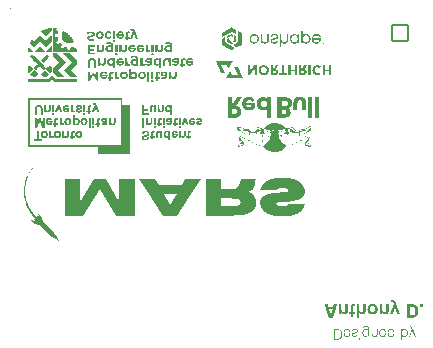
<source format=gbr>
%TF.GenerationSoftware,KiCad,Pcbnew,9.0.5*%
%TF.CreationDate,2025-11-12T18:53:03-05:00*%
%TF.ProjectId,F25,4632352e-6b69-4636-9164-5f7063625858,v1.0.1*%
%TF.SameCoordinates,Original*%
%TF.FileFunction,Legend,Bot*%
%TF.FilePolarity,Positive*%
%FSLAX46Y46*%
G04 Gerber Fmt 4.6, Leading zero omitted, Abs format (unit mm)*
G04 Created by KiCad (PCBNEW 9.0.5) date 2025-11-12 18:53:03*
%MOMM*%
%LPD*%
G01*
G04 APERTURE LIST*
G04 Aperture macros list*
%AMRoundRect*
0 Rectangle with rounded corners*
0 $1 Rounding radius*
0 $2 $3 $4 $5 $6 $7 $8 $9 X,Y pos of 4 corners*
0 Add a 4 corners polygon primitive as box body*
4,1,4,$2,$3,$4,$5,$6,$7,$8,$9,$2,$3,0*
0 Add four circle primitives for the rounded corners*
1,1,$1+$1,$2,$3*
1,1,$1+$1,$4,$5*
1,1,$1+$1,$6,$7*
1,1,$1+$1,$8,$9*
0 Add four rect primitives between the rounded corners*
20,1,$1+$1,$2,$3,$4,$5,0*
20,1,$1+$1,$4,$5,$6,$7,0*
20,1,$1+$1,$6,$7,$8,$9,0*
20,1,$1+$1,$8,$9,$2,$3,0*%
G04 Aperture macros list end*
%ADD10C,0.000000*%
%ADD11C,0.600000*%
%ADD12C,5.200000*%
%ADD13RoundRect,0.102000X-0.654000X-0.654000X0.654000X-0.654000X0.654000X0.654000X-0.654000X0.654000X0*%
%ADD14C,1.512000*%
%ADD15O,0.900000X2.000000*%
%ADD16O,0.900000X1.700000*%
%ADD17C,1.800000*%
G04 APERTURE END LIST*
D10*
G36*
X170561798Y-110555144D02*
G01*
X170325439Y-110555144D01*
X170325440Y-110325840D01*
X170561799Y-110325840D01*
X170561798Y-110555144D01*
G37*
G36*
X170166691Y-110922031D02*
G01*
X170166360Y-110944685D01*
X170165367Y-110967670D01*
X170163713Y-110990987D01*
X170161398Y-111014634D01*
X170158422Y-111038611D01*
X170154785Y-111062921D01*
X170150486Y-111087559D01*
X170145523Y-111112530D01*
X170142714Y-111125014D01*
X170139579Y-111137340D01*
X170136122Y-111149511D01*
X170132349Y-111161532D01*
X170128269Y-111173407D01*
X170123882Y-111185144D01*
X170119196Y-111196747D01*
X170114216Y-111208219D01*
X170108946Y-111219568D01*
X170103391Y-111230798D01*
X170097558Y-111241914D01*
X170091451Y-111252922D01*
X170085074Y-111263827D01*
X170078435Y-111274633D01*
X170071537Y-111285346D01*
X170064386Y-111295972D01*
X170054920Y-111308952D01*
X170045053Y-111321431D01*
X170034791Y-111333403D01*
X170024146Y-111344865D01*
X170013133Y-111355808D01*
X170001754Y-111366230D01*
X169990026Y-111376125D01*
X169977957Y-111385488D01*
X169965556Y-111394315D01*
X169952835Y-111402597D01*
X169939804Y-111410333D01*
X169926473Y-111417515D01*
X169912853Y-111424138D01*
X169898954Y-111430198D01*
X169884786Y-111435691D01*
X169870360Y-111440609D01*
X169852508Y-111445722D01*
X169833374Y-111450421D01*
X169812999Y-111454624D01*
X169791427Y-111458247D01*
X169768697Y-111461212D01*
X169756910Y-111462419D01*
X169744850Y-111463429D01*
X169732521Y-111464234D01*
X169719928Y-111464821D01*
X169707077Y-111465182D01*
X169693971Y-111465305D01*
X169200088Y-111465304D01*
X169200087Y-110523394D01*
X169432917Y-110523394D01*
X169432917Y-111267751D01*
X169651638Y-111267751D01*
X169671690Y-111267379D01*
X169690844Y-111266268D01*
X169709108Y-111264424D01*
X169726493Y-111261852D01*
X169743010Y-111258556D01*
X169758670Y-111254542D01*
X169773482Y-111249815D01*
X169787457Y-111244378D01*
X169800605Y-111238241D01*
X169812936Y-111231404D01*
X169824461Y-111223876D01*
X169835192Y-111215661D01*
X169845136Y-111206762D01*
X169854304Y-111197188D01*
X169862710Y-111186941D01*
X169870359Y-111176029D01*
X169876767Y-111163831D01*
X169882762Y-111151051D01*
X169888342Y-111137683D01*
X169893511Y-111123718D01*
X169898264Y-111109155D01*
X169902605Y-111093987D01*
X169906533Y-111078210D01*
X169910047Y-111061816D01*
X169913148Y-111044804D01*
X169915835Y-111027166D01*
X169918108Y-111008898D01*
X169919968Y-110989995D01*
X169921415Y-110970449D01*
X169922449Y-110950258D01*
X169923068Y-110929417D01*
X169923276Y-110907919D01*
X169922773Y-110876817D01*
X169921236Y-110846956D01*
X169918625Y-110818251D01*
X169916903Y-110804308D01*
X169914896Y-110790623D01*
X169912602Y-110777184D01*
X169910012Y-110763985D01*
X169907122Y-110751012D01*
X169903928Y-110738256D01*
X169900424Y-110725708D01*
X169896603Y-110713356D01*
X169892464Y-110701189D01*
X169887999Y-110689199D01*
X169879026Y-110668733D01*
X169869304Y-110649663D01*
X169864161Y-110640648D01*
X169858828Y-110631979D01*
X169853307Y-110623651D01*
X169847594Y-110615667D01*
X169841690Y-110608024D01*
X169835594Y-110600722D01*
X169829305Y-110593757D01*
X169822823Y-110587128D01*
X169816148Y-110580836D01*
X169809279Y-110574879D01*
X169802214Y-110569255D01*
X169794954Y-110563965D01*
X169787496Y-110559002D01*
X169779843Y-110554371D01*
X169771991Y-110550067D01*
X169763940Y-110546091D01*
X169755692Y-110542440D01*
X169747243Y-110539113D01*
X169738595Y-110536109D01*
X169729745Y-110533427D01*
X169720694Y-110531065D01*
X169711440Y-110529023D01*
X169701984Y-110527297D01*
X169692325Y-110525889D01*
X169682460Y-110524796D01*
X169672393Y-110524017D01*
X169651638Y-110523395D01*
X169432917Y-110523394D01*
X169200087Y-110523394D01*
X169200087Y-110322312D01*
X169693973Y-110322312D01*
X169725846Y-110323139D01*
X169756645Y-110325620D01*
X169786368Y-110329753D01*
X169815019Y-110335541D01*
X169842593Y-110342984D01*
X169869093Y-110352078D01*
X169894517Y-110362827D01*
X169918867Y-110375228D01*
X169942140Y-110389285D01*
X169964342Y-110404994D01*
X169985467Y-110422357D01*
X170005517Y-110441373D01*
X170024493Y-110462045D01*
X170042393Y-110484369D01*
X170059219Y-110508346D01*
X170074970Y-110533977D01*
X170074969Y-110537506D01*
X170085882Y-110557598D01*
X170096128Y-110578191D01*
X170105704Y-110599293D01*
X170114601Y-110620905D01*
X170122817Y-110643032D01*
X170130343Y-110665684D01*
X170137181Y-110688860D01*
X170143318Y-110712570D01*
X170148754Y-110736817D01*
X170153482Y-110761608D01*
X170157497Y-110786945D01*
X170160792Y-110812835D01*
X170163364Y-110839284D01*
X170165209Y-110866296D01*
X170166319Y-110893876D01*
X170166505Y-110907919D01*
X170166691Y-110922031D01*
G37*
G36*
X168008177Y-109983856D02*
G01*
X168025462Y-109984482D01*
X168041933Y-109985532D01*
X168057592Y-109987012D01*
X168072444Y-109988924D01*
X168086496Y-109991276D01*
X168099752Y-109994073D01*
X168112217Y-109997318D01*
X168123896Y-110001018D01*
X168134796Y-110005181D01*
X168144920Y-110009806D01*
X168154273Y-110014902D01*
X168162864Y-110020473D01*
X168170694Y-110026527D01*
X168177769Y-110033063D01*
X168184093Y-110040093D01*
X168190213Y-110048071D01*
X168196656Y-110057455D01*
X168203420Y-110068244D01*
X168210498Y-110080442D01*
X168217887Y-110094042D01*
X168225581Y-110109049D01*
X168233572Y-110125462D01*
X168241862Y-110143279D01*
X168250440Y-110162502D01*
X168259301Y-110183132D01*
X168268441Y-110205166D01*
X168277856Y-110228606D01*
X168297486Y-110279704D01*
X168318150Y-110336425D01*
X168607425Y-111168974D01*
X168371067Y-111168974D01*
X168198206Y-110544561D01*
X168014763Y-111168974D01*
X167771347Y-111168974D01*
X168081790Y-110287035D01*
X168081762Y-110285920D01*
X168081569Y-110282735D01*
X168081359Y-110280447D01*
X168081046Y-110277734D01*
X168080608Y-110274627D01*
X168080026Y-110271160D01*
X168079278Y-110267361D01*
X168078345Y-110263264D01*
X168077204Y-110258897D01*
X168075837Y-110254293D01*
X168074220Y-110249483D01*
X168073313Y-110247010D01*
X168072335Y-110244495D01*
X168071287Y-110241946D01*
X168070162Y-110239365D01*
X168068959Y-110236754D01*
X168067677Y-110234120D01*
X168062545Y-110224026D01*
X168057701Y-110214881D01*
X168053105Y-110206649D01*
X168048716Y-110199283D01*
X168044491Y-110192744D01*
X168040393Y-110186991D01*
X168038376Y-110184396D01*
X168036376Y-110181981D01*
X168034385Y-110179742D01*
X168032400Y-110177674D01*
X168029752Y-110175772D01*
X168027096Y-110174023D01*
X168024417Y-110172419D01*
X168021708Y-110170950D01*
X168018956Y-110169605D01*
X168016153Y-110168373D01*
X168013289Y-110167245D01*
X168010353Y-110166211D01*
X168007333Y-110165257D01*
X168004221Y-110164377D01*
X168001004Y-110163559D01*
X167997675Y-110162792D01*
X167994220Y-110162067D01*
X167990632Y-110161373D01*
X167983013Y-110160036D01*
X167979082Y-110159454D01*
X167975221Y-110159024D01*
X167971410Y-110158726D01*
X167967635Y-110158549D01*
X167963880Y-110158473D01*
X167960131Y-110158486D01*
X167952587Y-110158713D01*
X167936875Y-110159541D01*
X167928463Y-110159891D01*
X167919513Y-110160036D01*
X167891291Y-110160036D01*
X167891290Y-109983648D01*
X167944207Y-109983648D01*
X167990068Y-109983648D01*
X168008177Y-109983856D01*
G37*
G36*
X167108129Y-110777392D02*
G01*
X167108459Y-110796741D01*
X167109451Y-110815095D01*
X167111105Y-110832458D01*
X167112180Y-110840768D01*
X167113420Y-110848829D01*
X167114825Y-110856643D01*
X167116397Y-110864208D01*
X167118133Y-110871525D01*
X167120034Y-110878595D01*
X167122102Y-110885416D01*
X167124334Y-110891990D01*
X167126730Y-110898315D01*
X167129295Y-110904391D01*
X167132003Y-110910251D01*
X167134837Y-110915925D01*
X167137797Y-110921413D01*
X167140883Y-110926716D01*
X167144102Y-110931831D01*
X167147449Y-110936761D01*
X167150929Y-110941505D01*
X167154541Y-110946063D01*
X167158286Y-110950435D01*
X167162170Y-110954621D01*
X167166190Y-110958620D01*
X167170346Y-110962434D01*
X167174643Y-110966061D01*
X167179081Y-110969503D01*
X167183661Y-110972759D01*
X167188386Y-110975828D01*
X167193254Y-110978712D01*
X167198268Y-110981409D01*
X167203428Y-110983921D01*
X167208739Y-110986246D01*
X167214198Y-110988385D01*
X167219810Y-110990339D01*
X167225573Y-110992106D01*
X167231490Y-110993687D01*
X167237562Y-110995084D01*
X167243791Y-110996292D01*
X167250176Y-110997315D01*
X167256721Y-110998152D01*
X167263427Y-110998803D01*
X167270293Y-110999270D01*
X167284514Y-110999642D01*
X167295552Y-110999393D01*
X167306172Y-110998648D01*
X167316365Y-110997409D01*
X167326132Y-110995672D01*
X167335463Y-110993439D01*
X167344357Y-110990712D01*
X167352805Y-110987486D01*
X167360803Y-110983766D01*
X167368347Y-110979550D01*
X167375431Y-110974836D01*
X167382050Y-110969627D01*
X167388197Y-110963922D01*
X167393872Y-110957721D01*
X167399064Y-110951024D01*
X167403771Y-110943830D01*
X167407986Y-110936141D01*
X167411516Y-110939669D01*
X167413457Y-110934954D01*
X167415312Y-110930064D01*
X167417073Y-110924988D01*
X167418737Y-110919716D01*
X167420296Y-110914237D01*
X167421747Y-110908539D01*
X167423086Y-110902617D01*
X167424304Y-110896454D01*
X167425399Y-110890045D01*
X167426365Y-110883377D01*
X167427196Y-110876440D01*
X167427887Y-110869224D01*
X167428432Y-110861720D01*
X167428831Y-110853915D01*
X167429072Y-110845801D01*
X167429154Y-110837364D01*
X167429154Y-110322313D01*
X167654931Y-110322313D01*
X167654930Y-110890280D01*
X167654599Y-110909792D01*
X167653608Y-110928638D01*
X167651954Y-110946811D01*
X167649639Y-110964308D01*
X167646663Y-110981124D01*
X167643024Y-110997251D01*
X167638725Y-111012685D01*
X167633763Y-111027422D01*
X167628141Y-111041456D01*
X167621857Y-111054783D01*
X167614911Y-111067397D01*
X167607305Y-111079291D01*
X167599036Y-111090462D01*
X167590108Y-111100906D01*
X167580516Y-111110615D01*
X167570262Y-111119585D01*
X167559514Y-111127896D01*
X167548428Y-111135631D01*
X167537002Y-111142800D01*
X167525230Y-111149405D01*
X167513106Y-111155453D01*
X167500624Y-111160947D01*
X167487783Y-111165892D01*
X167474574Y-111170297D01*
X167460993Y-111174162D01*
X167447034Y-111177496D01*
X167432693Y-111180304D01*
X167417963Y-111182588D01*
X167402842Y-111184356D01*
X167387324Y-111185613D01*
X167371401Y-111186363D01*
X167355071Y-111186611D01*
X167342007Y-111186405D01*
X167329267Y-111185785D01*
X167316849Y-111184751D01*
X167304745Y-111183304D01*
X167292951Y-111181445D01*
X167281463Y-111179170D01*
X167270275Y-111176484D01*
X167259381Y-111173382D01*
X167248776Y-111169868D01*
X167238455Y-111165941D01*
X167228414Y-111161601D01*
X167218646Y-111156846D01*
X167209147Y-111151678D01*
X167199910Y-111146098D01*
X167190934Y-111140103D01*
X167182209Y-111133696D01*
X167177540Y-111130223D01*
X167172791Y-111126419D01*
X167167971Y-111122286D01*
X167163084Y-111117820D01*
X167158134Y-111113024D01*
X167153127Y-111107899D01*
X167148068Y-111102441D01*
X167142963Y-111096654D01*
X167137818Y-111090535D01*
X167132635Y-111084087D01*
X167127421Y-111077307D01*
X167122183Y-111070195D01*
X167116923Y-111062754D01*
X167111649Y-111054983D01*
X167106362Y-111046879D01*
X167101072Y-111038446D01*
X167101072Y-111161917D01*
X166889406Y-111161918D01*
X166889408Y-110318784D01*
X167108129Y-110318784D01*
X167108129Y-110777392D01*
G37*
G36*
X166730246Y-110768587D02*
G01*
X166729006Y-110791117D01*
X166726940Y-110813235D01*
X166724045Y-110834939D01*
X166720324Y-110856229D01*
X166715777Y-110877106D01*
X166710403Y-110897571D01*
X166704202Y-110917620D01*
X166697174Y-110937257D01*
X166689319Y-110956481D01*
X166680638Y-110975292D01*
X166671130Y-110993687D01*
X166660794Y-111011671D01*
X166649633Y-111029241D01*
X166637642Y-111046398D01*
X166624827Y-111063140D01*
X166611145Y-111079180D01*
X166596557Y-111094222D01*
X166581071Y-111108261D01*
X166564689Y-111121294D01*
X166547422Y-111133312D01*
X166529269Y-111144313D01*
X166510236Y-111154291D01*
X166490333Y-111163241D01*
X166469560Y-111171157D01*
X166447923Y-111178034D01*
X166425428Y-111183868D01*
X166402084Y-111188651D01*
X166377890Y-111192382D01*
X166352854Y-111195052D01*
X166326981Y-111196658D01*
X166300275Y-111197195D01*
X166273570Y-111196658D01*
X166247697Y-111195053D01*
X166222660Y-111192381D01*
X166198467Y-111188651D01*
X166175120Y-111183867D01*
X166152627Y-111178033D01*
X166130990Y-111171156D01*
X166110216Y-111163241D01*
X166090312Y-111154291D01*
X166071282Y-111144313D01*
X166053129Y-111133312D01*
X166035858Y-111121294D01*
X166019479Y-111108262D01*
X166003993Y-111094222D01*
X165989406Y-111079180D01*
X165975722Y-111063140D01*
X165962908Y-111046398D01*
X165950919Y-111029241D01*
X165939756Y-111011672D01*
X165929420Y-110993688D01*
X165919914Y-110975292D01*
X165911232Y-110956481D01*
X165903376Y-110937257D01*
X165896348Y-110917621D01*
X165890146Y-110897571D01*
X165884774Y-110877106D01*
X165880226Y-110856229D01*
X165876506Y-110834939D01*
X165873612Y-110813235D01*
X165871544Y-110791117D01*
X165870305Y-110768586D01*
X165869891Y-110745642D01*
X166099194Y-110745642D01*
X166099400Y-110761270D01*
X166100020Y-110776407D01*
X166101054Y-110791059D01*
X166102500Y-110805229D01*
X166104360Y-110818924D01*
X166106634Y-110832148D01*
X166109322Y-110844908D01*
X166112423Y-110857208D01*
X166115937Y-110869054D01*
X166119864Y-110880449D01*
X166124205Y-110891400D01*
X166128960Y-110901911D01*
X166134126Y-110911989D01*
X166139708Y-110921638D01*
X166145703Y-110930863D01*
X166152110Y-110939669D01*
X166158891Y-110947979D01*
X166166001Y-110955716D01*
X166173443Y-110962885D01*
X166181215Y-110969489D01*
X166189317Y-110975536D01*
X166197751Y-110981030D01*
X166206515Y-110985977D01*
X166215610Y-110990381D01*
X166225036Y-110994246D01*
X166234792Y-110997580D01*
X166244878Y-111000387D01*
X166255297Y-111002673D01*
X166266046Y-111004440D01*
X166277125Y-111005698D01*
X166288535Y-111006447D01*
X166300275Y-111006696D01*
X166312016Y-111006447D01*
X166323425Y-111005697D01*
X166334506Y-111004440D01*
X166345254Y-111002672D01*
X166355672Y-111000388D01*
X166365759Y-110997580D01*
X166375515Y-110994246D01*
X166384939Y-110990381D01*
X166394036Y-110985977D01*
X166402800Y-110981031D01*
X166411234Y-110975536D01*
X166419337Y-110969490D01*
X166427109Y-110962885D01*
X166434550Y-110955717D01*
X166441661Y-110947979D01*
X166448440Y-110939669D01*
X166454847Y-110930862D01*
X166460842Y-110921638D01*
X166466423Y-110911989D01*
X166471591Y-110901912D01*
X166476344Y-110891399D01*
X166480685Y-110880448D01*
X166484613Y-110869054D01*
X166488127Y-110857208D01*
X166491227Y-110844908D01*
X166493915Y-110832148D01*
X166496188Y-110818923D01*
X166498050Y-110805228D01*
X166499496Y-110791059D01*
X166500529Y-110776407D01*
X166501150Y-110761270D01*
X166501357Y-110745642D01*
X166501150Y-110729975D01*
X166500529Y-110714726D01*
X166499497Y-110699902D01*
X166498050Y-110685505D01*
X166496189Y-110671543D01*
X166493916Y-110658021D01*
X166491229Y-110644942D01*
X166488128Y-110632314D01*
X166484614Y-110620139D01*
X166480687Y-110608426D01*
X166476346Y-110597176D01*
X166471592Y-110586397D01*
X166466424Y-110576095D01*
X166460843Y-110566271D01*
X166454847Y-110556934D01*
X166448441Y-110548089D01*
X166441661Y-110539738D01*
X166434550Y-110531890D01*
X166427109Y-110524548D01*
X166419337Y-110517718D01*
X166411233Y-110511403D01*
X166402800Y-110505612D01*
X166394036Y-110500346D01*
X166384939Y-110495614D01*
X166375515Y-110491418D01*
X166365759Y-110487766D01*
X166355672Y-110484661D01*
X166345253Y-110482109D01*
X166334505Y-110480115D01*
X166323426Y-110478685D01*
X166312015Y-110477822D01*
X166300276Y-110477533D01*
X166288535Y-110477823D01*
X166277125Y-110478684D01*
X166266046Y-110480115D01*
X166255297Y-110482108D01*
X166244878Y-110484660D01*
X166234790Y-110487766D01*
X166225036Y-110491418D01*
X166215610Y-110495614D01*
X166206515Y-110500346D01*
X166197751Y-110505611D01*
X166189316Y-110511403D01*
X166181215Y-110517717D01*
X166173443Y-110524548D01*
X166166001Y-110531890D01*
X166158891Y-110539738D01*
X166152111Y-110548089D01*
X166145703Y-110556934D01*
X166139709Y-110566271D01*
X166134126Y-110576095D01*
X166128960Y-110586397D01*
X166124205Y-110597176D01*
X166119863Y-110608426D01*
X166115937Y-110620139D01*
X166112423Y-110632313D01*
X166109323Y-110644942D01*
X166106633Y-110658021D01*
X166104360Y-110671543D01*
X166102500Y-110685506D01*
X166101054Y-110699901D01*
X166100020Y-110714726D01*
X166099400Y-110729975D01*
X166099194Y-110745642D01*
X165869891Y-110745642D01*
X165870305Y-110722698D01*
X165871544Y-110700169D01*
X165873611Y-110678050D01*
X165876506Y-110656347D01*
X165880226Y-110635056D01*
X165884773Y-110614179D01*
X165890146Y-110593716D01*
X165896348Y-110573665D01*
X165903376Y-110554029D01*
X165911230Y-110534805D01*
X165919913Y-110515994D01*
X165929420Y-110497598D01*
X165939757Y-110479614D01*
X165950919Y-110462045D01*
X165962907Y-110444889D01*
X165975723Y-110428145D01*
X165989406Y-110412145D01*
X166003991Y-110397216D01*
X166019478Y-110383351D01*
X166035860Y-110370543D01*
X166053129Y-110358791D01*
X166071282Y-110348088D01*
X166090313Y-110338429D01*
X166110217Y-110329809D01*
X166130990Y-110322222D01*
X166152627Y-110315663D01*
X166175120Y-110310128D01*
X166198466Y-110305611D01*
X166222660Y-110302107D01*
X166247697Y-110299608D01*
X166273569Y-110298116D01*
X166300275Y-110297618D01*
X166326981Y-110298115D01*
X166352853Y-110299609D01*
X166377890Y-110302106D01*
X166402083Y-110305611D01*
X166425430Y-110310128D01*
X166447924Y-110315664D01*
X166469560Y-110322223D01*
X166490332Y-110329809D01*
X166510237Y-110338430D01*
X166529268Y-110348089D01*
X166547422Y-110358791D01*
X166564690Y-110370544D01*
X166581072Y-110383350D01*
X166596558Y-110397216D01*
X166611145Y-110412145D01*
X166624827Y-110428146D01*
X166637642Y-110444889D01*
X166649632Y-110462045D01*
X166660794Y-110479615D01*
X166671130Y-110497599D01*
X166680638Y-110515995D01*
X166689319Y-110534805D01*
X166697174Y-110554029D01*
X166704202Y-110573666D01*
X166710403Y-110593716D01*
X166715778Y-110614179D01*
X166720324Y-110635056D01*
X166724046Y-110656346D01*
X166726939Y-110678050D01*
X166729007Y-110700168D01*
X166730246Y-110722699D01*
X166730660Y-110745642D01*
X166730246Y-110768587D01*
G37*
G36*
X165167866Y-110784448D02*
G01*
X165168033Y-110798092D01*
X165168535Y-110811251D01*
X165169378Y-110823934D01*
X165170567Y-110836151D01*
X165172108Y-110847916D01*
X165174006Y-110859234D01*
X165176263Y-110870119D01*
X165178891Y-110880580D01*
X165181889Y-110890628D01*
X165185263Y-110900272D01*
X165189020Y-110909524D01*
X165193167Y-110918393D01*
X165197705Y-110926889D01*
X165202641Y-110935025D01*
X165207979Y-110942809D01*
X165213727Y-110950252D01*
X165219806Y-110957321D01*
X165226143Y-110963971D01*
X165232749Y-110970198D01*
X165239632Y-110975995D01*
X165246809Y-110981357D01*
X165254283Y-110986281D01*
X165262067Y-110990760D01*
X165270172Y-110994791D01*
X165278606Y-110998365D01*
X165287382Y-111001480D01*
X165296510Y-111004131D01*
X165306000Y-111006310D01*
X165315862Y-111008015D01*
X165326106Y-111009239D01*
X165336742Y-111009977D01*
X165347782Y-111010225D01*
X165358740Y-111009977D01*
X165369135Y-111009239D01*
X165378982Y-111008016D01*
X165388296Y-111006311D01*
X165397095Y-111004132D01*
X165405391Y-111001480D01*
X165413201Y-110998365D01*
X165420543Y-110994790D01*
X165427428Y-110990761D01*
X165433875Y-110986281D01*
X165439898Y-110981358D01*
X165445513Y-110975995D01*
X165450735Y-110970197D01*
X165455578Y-110963970D01*
X165460061Y-110957322D01*
X165464199Y-110950253D01*
X165466802Y-110944877D01*
X165469312Y-110939331D01*
X165471717Y-110933611D01*
X165474010Y-110927709D01*
X165476178Y-110921619D01*
X165478214Y-110915340D01*
X165480103Y-110908864D01*
X165481837Y-110902186D01*
X165483407Y-110895302D01*
X165484800Y-110888205D01*
X165486007Y-110880894D01*
X165487018Y-110873358D01*
X165487822Y-110865596D01*
X165488409Y-110857600D01*
X165488769Y-110849367D01*
X165488892Y-110840893D01*
X165488893Y-110325840D01*
X165714669Y-110325841D01*
X165714669Y-110823253D01*
X165714558Y-110875397D01*
X165714296Y-110898783D01*
X165713787Y-110920266D01*
X165712945Y-110939766D01*
X165711691Y-110957197D01*
X165709942Y-110972481D01*
X165707612Y-110985531D01*
X165704083Y-110982002D01*
X165703299Y-110987996D01*
X165702266Y-110994059D01*
X165700984Y-111000186D01*
X165699454Y-111006366D01*
X165697675Y-111012587D01*
X165695651Y-111018837D01*
X165693378Y-111025108D01*
X165690855Y-111031390D01*
X165688086Y-111037673D01*
X165685068Y-111043944D01*
X165681801Y-111050195D01*
X165678288Y-111056416D01*
X165674526Y-111062595D01*
X165670516Y-111068722D01*
X165666257Y-111074787D01*
X165661752Y-111080779D01*
X165656375Y-111087893D01*
X165650837Y-111094690D01*
X165645132Y-111101188D01*
X165639261Y-111107403D01*
X165633227Y-111113348D01*
X165627023Y-111119041D01*
X165620657Y-111124495D01*
X165614127Y-111129728D01*
X165607430Y-111134752D01*
X165600567Y-111139586D01*
X165593538Y-111144246D01*
X165586346Y-111148744D01*
X165578988Y-111153098D01*
X165571464Y-111157323D01*
X165563773Y-111161432D01*
X165555919Y-111165445D01*
X165547939Y-111168669D01*
X165539873Y-111171722D01*
X165531712Y-111174599D01*
X165523453Y-111177296D01*
X165515090Y-111179807D01*
X165506619Y-111182127D01*
X165498036Y-111184249D01*
X165489331Y-111186171D01*
X165480506Y-111187884D01*
X165471550Y-111189388D01*
X165462458Y-111190674D01*
X165453229Y-111191737D01*
X165443854Y-111192574D01*
X165434328Y-111193177D01*
X165424647Y-111193544D01*
X165414809Y-111193667D01*
X165406211Y-111193543D01*
X165397617Y-111193178D01*
X165389035Y-111192575D01*
X165380469Y-111191737D01*
X165371922Y-111190674D01*
X165363402Y-111189389D01*
X165354912Y-111187885D01*
X165346459Y-111186171D01*
X165338046Y-111184249D01*
X165329681Y-111182126D01*
X165321368Y-111179807D01*
X165313111Y-111177296D01*
X165304916Y-111174599D01*
X165296788Y-111171722D01*
X165288732Y-111168669D01*
X165280754Y-111165445D01*
X165272898Y-111161932D01*
X165265195Y-111158010D01*
X165257639Y-111153686D01*
X165250217Y-111148964D01*
X165242919Y-111143849D01*
X165235734Y-111138346D01*
X165228653Y-111132461D01*
X165221664Y-111126199D01*
X165214758Y-111119564D01*
X165207925Y-111112563D01*
X165201154Y-111105200D01*
X165194434Y-111097480D01*
X165187755Y-111089410D01*
X165181108Y-111080993D01*
X165174483Y-111072234D01*
X165167866Y-111063140D01*
X165167867Y-111465305D01*
X164949146Y-111465305D01*
X164949146Y-110325840D01*
X165167866Y-110325840D01*
X165167866Y-110784448D01*
G37*
G36*
X164705730Y-110318784D02*
G01*
X164811563Y-110318785D01*
X164811562Y-110488117D01*
X164790397Y-110488116D01*
X164786869Y-110481061D01*
X164765703Y-110481060D01*
X164749483Y-110481233D01*
X164735164Y-110481777D01*
X164728694Y-110482202D01*
X164722666Y-110482736D01*
X164717073Y-110483382D01*
X164711905Y-110484149D01*
X164707148Y-110485038D01*
X164702796Y-110486055D01*
X164698835Y-110487210D01*
X164695258Y-110488503D01*
X164692051Y-110489940D01*
X164689208Y-110491528D01*
X164686716Y-110493270D01*
X164684565Y-110495173D01*
X164683593Y-110495875D01*
X164682660Y-110496662D01*
X164681771Y-110497529D01*
X164680920Y-110498481D01*
X164680107Y-110499512D01*
X164679331Y-110500629D01*
X164678595Y-110501828D01*
X164677895Y-110503109D01*
X164677231Y-110504473D01*
X164676602Y-110505921D01*
X164676008Y-110507451D01*
X164675449Y-110509063D01*
X164674430Y-110512536D01*
X164673539Y-110516339D01*
X164672774Y-110520473D01*
X164672127Y-110524938D01*
X164671593Y-110529733D01*
X164671170Y-110534860D01*
X164670847Y-110540316D01*
X164670625Y-110546104D01*
X164670495Y-110552223D01*
X164670452Y-110558672D01*
X164670452Y-111006696D01*
X164808035Y-111006696D01*
X164808036Y-111165445D01*
X164670453Y-111165445D01*
X164670453Y-111401804D01*
X164451733Y-111401804D01*
X164451733Y-111165445D01*
X164335317Y-111165445D01*
X164335316Y-111006696D01*
X164451733Y-111006697D01*
X164451733Y-110488116D01*
X164451898Y-110478361D01*
X164452388Y-110468935D01*
X164453199Y-110459839D01*
X164454324Y-110451076D01*
X164455760Y-110442642D01*
X164457499Y-110434540D01*
X164459541Y-110426767D01*
X164461876Y-110419325D01*
X164464500Y-110412215D01*
X164467406Y-110405436D01*
X164470596Y-110398986D01*
X164474057Y-110392867D01*
X164477785Y-110387081D01*
X164481781Y-110381624D01*
X164486033Y-110376497D01*
X164490539Y-110371701D01*
X164498187Y-110364673D01*
X164506584Y-110358142D01*
X164515738Y-110352105D01*
X164525650Y-110346566D01*
X164536328Y-110341522D01*
X164547775Y-110336974D01*
X164559997Y-110332923D01*
X164572999Y-110329368D01*
X164586788Y-110326310D01*
X164601367Y-110323746D01*
X164616740Y-110321678D01*
X164632917Y-110320107D01*
X164649897Y-110319034D01*
X164667691Y-110318454D01*
X164686301Y-110318371D01*
X164705730Y-110318784D01*
G37*
G36*
X163668570Y-110777393D02*
G01*
X163668901Y-110796741D01*
X163669893Y-110815095D01*
X163671546Y-110832458D01*
X163672621Y-110840768D01*
X163673862Y-110848829D01*
X163675268Y-110856643D01*
X163676839Y-110864209D01*
X163678574Y-110871525D01*
X163680476Y-110878595D01*
X163682543Y-110885416D01*
X163684777Y-110891990D01*
X163687175Y-110898315D01*
X163689737Y-110904391D01*
X163692446Y-110910251D01*
X163695278Y-110915925D01*
X163698239Y-110921414D01*
X163701326Y-110926716D01*
X163704544Y-110931831D01*
X163707891Y-110936761D01*
X163711371Y-110941505D01*
X163714983Y-110946063D01*
X163718730Y-110950434D01*
X163722612Y-110954620D01*
X163726632Y-110958620D01*
X163730789Y-110962435D01*
X163735086Y-110966061D01*
X163739524Y-110969504D01*
X163744104Y-110972759D01*
X163748826Y-110975828D01*
X163753695Y-110978712D01*
X163758710Y-110981410D01*
X163763871Y-110983922D01*
X163769180Y-110986246D01*
X163774641Y-110988386D01*
X163780252Y-110990340D01*
X163786014Y-110992106D01*
X163791931Y-110993687D01*
X163798004Y-110995084D01*
X163804232Y-110996292D01*
X163810618Y-110997315D01*
X163817163Y-110998152D01*
X163823869Y-110998803D01*
X163830735Y-110999269D01*
X163844957Y-110999642D01*
X163855994Y-110999393D01*
X163866613Y-110998648D01*
X163876808Y-110997409D01*
X163886574Y-110995673D01*
X163895906Y-110993439D01*
X163904799Y-110990712D01*
X163913246Y-110987486D01*
X163921244Y-110983766D01*
X163928788Y-110979550D01*
X163935872Y-110974836D01*
X163942491Y-110969627D01*
X163948640Y-110963922D01*
X163954314Y-110957721D01*
X163959504Y-110951024D01*
X163964212Y-110943830D01*
X163968428Y-110936141D01*
X163971959Y-110939669D01*
X163973900Y-110934954D01*
X163975754Y-110930065D01*
X163977516Y-110924988D01*
X163979179Y-110919716D01*
X163980739Y-110914236D01*
X163982189Y-110908539D01*
X163983527Y-110902616D01*
X163984745Y-110896454D01*
X163985841Y-110890045D01*
X163986804Y-110883378D01*
X163987637Y-110876441D01*
X163988328Y-110869224D01*
X163988875Y-110861719D01*
X163989271Y-110853915D01*
X163989515Y-110845800D01*
X163989596Y-110837365D01*
X163989596Y-110322314D01*
X164215372Y-110322313D01*
X164215373Y-110890280D01*
X164215041Y-110909793D01*
X164214049Y-110928638D01*
X164212396Y-110946812D01*
X164210080Y-110964308D01*
X164207105Y-110981124D01*
X164203467Y-110997250D01*
X164199166Y-111012686D01*
X164194205Y-111027422D01*
X164188583Y-111041456D01*
X164182300Y-111054784D01*
X164175354Y-111067396D01*
X164167747Y-111079291D01*
X164159478Y-111090463D01*
X164150548Y-111100906D01*
X164140958Y-111110614D01*
X164130706Y-111119584D01*
X164119955Y-111127896D01*
X164108871Y-111135631D01*
X164097444Y-111142800D01*
X164085671Y-111149405D01*
X164073548Y-111155453D01*
X164061067Y-111160946D01*
X164048224Y-111165892D01*
X164035016Y-111170296D01*
X164021434Y-111174163D01*
X164007475Y-111177497D01*
X163993135Y-111180304D01*
X163978406Y-111182588D01*
X163963285Y-111184357D01*
X163947766Y-111185612D01*
X163931844Y-111186362D01*
X163915512Y-111186611D01*
X163902449Y-111186405D01*
X163889709Y-111185786D01*
X163877291Y-111184752D01*
X163865188Y-111183304D01*
X163853394Y-111181444D01*
X163841905Y-111179171D01*
X163830717Y-111176483D01*
X163819823Y-111173383D01*
X163809217Y-111169868D01*
X163798896Y-111165942D01*
X163788856Y-111161601D01*
X163779089Y-111156846D01*
X163769590Y-111151678D01*
X163760353Y-111146097D01*
X163751377Y-111140103D01*
X163742652Y-111133696D01*
X163737982Y-111130222D01*
X163733234Y-111126419D01*
X163728414Y-111122286D01*
X163723527Y-111117820D01*
X163718577Y-111113024D01*
X163713569Y-111107898D01*
X163708512Y-111102440D01*
X163703405Y-111096655D01*
X163698261Y-111090536D01*
X163693078Y-111084086D01*
X163687864Y-111077306D01*
X163682625Y-111070196D01*
X163677366Y-111062754D01*
X163672091Y-111054983D01*
X163666805Y-111046879D01*
X163661515Y-111038446D01*
X163661513Y-111161918D01*
X163449849Y-111161918D01*
X163449849Y-110318785D01*
X163668570Y-110318784D01*
X163668570Y-110777393D01*
G37*
G36*
X162917160Y-111468831D02*
G01*
X162649052Y-111468831D01*
X162393921Y-110756226D01*
X162634942Y-110756226D01*
X162783107Y-111204251D01*
X162924218Y-110756226D01*
X162634942Y-110756226D01*
X162393921Y-110756226D01*
X162239832Y-110325840D01*
X162490302Y-110325841D01*
X162567914Y-110562200D01*
X162987716Y-110562200D01*
X163061798Y-110325840D01*
X163065325Y-110325840D01*
X163322852Y-110325841D01*
X163170090Y-110756226D01*
X162917160Y-111468831D01*
G37*
G36*
X169508063Y-112192102D02*
G01*
X169512574Y-112192345D01*
X169517015Y-112192741D01*
X169521388Y-112193288D01*
X169525698Y-112193980D01*
X169529953Y-112194812D01*
X169534155Y-112195777D01*
X169538310Y-112196871D01*
X169542424Y-112198090D01*
X169546502Y-112199427D01*
X169550550Y-112200880D01*
X169554570Y-112202438D01*
X169558570Y-112204103D01*
X169562556Y-112205863D01*
X169570501Y-112209659D01*
X169573808Y-112211726D01*
X169577109Y-112213960D01*
X169580400Y-112216357D01*
X169583675Y-112218920D01*
X169586930Y-112221648D01*
X169590159Y-112224543D01*
X169593356Y-112227602D01*
X169596518Y-112230827D01*
X169599639Y-112234217D01*
X169602712Y-112237772D01*
X169605734Y-112241492D01*
X169608700Y-112245378D01*
X169611603Y-112249429D01*
X169614437Y-112253647D01*
X169617203Y-112258029D01*
X169619889Y-112262576D01*
X169625181Y-112270838D01*
X169630473Y-112279719D01*
X169635764Y-112289178D01*
X169641056Y-112299176D01*
X169646346Y-112309671D01*
X169651639Y-112320619D01*
X169656931Y-112331981D01*
X169662222Y-112343714D01*
X169667515Y-112355792D01*
X169672806Y-112368243D01*
X169678098Y-112381107D01*
X169683390Y-112394426D01*
X169688681Y-112408240D01*
X169693973Y-112422592D01*
X169699265Y-112437523D01*
X169704555Y-112453074D01*
X169940915Y-113084542D01*
X169859776Y-113084542D01*
X169655168Y-112534212D01*
X169450559Y-113084542D01*
X169369420Y-113084542D01*
X169616364Y-112442492D01*
X169614046Y-112437200D01*
X169608426Y-112423971D01*
X169604994Y-112415619D01*
X169601480Y-112406772D01*
X169598132Y-112397925D01*
X169596596Y-112393658D01*
X169595196Y-112389575D01*
X169592551Y-112381796D01*
X169589904Y-112374306D01*
X169584612Y-112360029D01*
X169579320Y-112346416D01*
X169574031Y-112333132D01*
X169572628Y-112329825D01*
X169571075Y-112326530D01*
X169569387Y-112323255D01*
X169567580Y-112320012D01*
X169565672Y-112316809D01*
X169563675Y-112313660D01*
X169561605Y-112310570D01*
X169559478Y-112307555D01*
X169557310Y-112304621D01*
X169555117Y-112301780D01*
X169550713Y-112296420D01*
X169546394Y-112291555D01*
X169542280Y-112287270D01*
X169540215Y-112285288D01*
X169537986Y-112283323D01*
X169535607Y-112281386D01*
X169533076Y-112279497D01*
X169530400Y-112277671D01*
X169527584Y-112275921D01*
X169524633Y-112274265D01*
X169521555Y-112272718D01*
X169518352Y-112271294D01*
X169515030Y-112270010D01*
X169511594Y-112268881D01*
X169508050Y-112267922D01*
X169504403Y-112267150D01*
X169500658Y-112266578D01*
X169498748Y-112266373D01*
X169496817Y-112266225D01*
X169494866Y-112266135D01*
X169492892Y-112266104D01*
X169461143Y-112266104D01*
X169453204Y-112266159D01*
X169449237Y-112266289D01*
X169445267Y-112266544D01*
X169443284Y-112266731D01*
X169441299Y-112266964D01*
X169439314Y-112267249D01*
X169437331Y-112267591D01*
X169435345Y-112267995D01*
X169433362Y-112268467D01*
X169431377Y-112269010D01*
X169429393Y-112269632D01*
X169429393Y-112199076D01*
X169432918Y-112199076D01*
X169436391Y-112198470D01*
X169444825Y-112196872D01*
X169449971Y-112195803D01*
X169455242Y-112194611D01*
X169460266Y-112193337D01*
X169462567Y-112192681D01*
X169464667Y-112192022D01*
X169503473Y-112192022D01*
X169508063Y-112192102D01*
G37*
G36*
X169281054Y-112739423D02*
G01*
X169281226Y-112756462D01*
X169280902Y-112773493D01*
X169279958Y-112790195D01*
X169278435Y-112806567D01*
X169276375Y-112822606D01*
X169273819Y-112838316D01*
X169270808Y-112853695D01*
X169267382Y-112868744D01*
X169263587Y-112883460D01*
X169261519Y-112891316D01*
X169259287Y-112899011D01*
X169256890Y-112906551D01*
X169254326Y-112913942D01*
X169251599Y-112921189D01*
X169248704Y-112928294D01*
X169245646Y-112935265D01*
X169242420Y-112942109D01*
X169239030Y-112948828D01*
X169235473Y-112955428D01*
X169231755Y-112961914D01*
X169227869Y-112968291D01*
X169223815Y-112974567D01*
X169219600Y-112980742D01*
X169215218Y-112986825D01*
X169210670Y-112992820D01*
X169205998Y-112998691D01*
X169201237Y-113004396D01*
X169196383Y-113009936D01*
X169191432Y-113015310D01*
X169186376Y-113020520D01*
X169181214Y-113025563D01*
X169175937Y-113030440D01*
X169170541Y-113035153D01*
X169165022Y-113039701D01*
X169159373Y-113044083D01*
X169153590Y-113048300D01*
X169147666Y-113052351D01*
X169141597Y-113056238D01*
X169135381Y-113059958D01*
X169129009Y-113063513D01*
X169122477Y-113066904D01*
X169115779Y-113070127D01*
X169108917Y-113073181D01*
X169101888Y-113076059D01*
X169094696Y-113078754D01*
X169087337Y-113081265D01*
X169079812Y-113083584D01*
X169072123Y-113085707D01*
X169064267Y-113087630D01*
X169056247Y-113089344D01*
X169048063Y-113090847D01*
X169039712Y-113092132D01*
X169031196Y-113093196D01*
X169022514Y-113094032D01*
X169013667Y-113094636D01*
X169004653Y-113095003D01*
X168995476Y-113095126D01*
X168986918Y-113095001D01*
X168978437Y-113094629D01*
X168970029Y-113094009D01*
X168961688Y-113093142D01*
X168953409Y-113092025D01*
X168945186Y-113090660D01*
X168937014Y-113089048D01*
X168928891Y-113087188D01*
X168920808Y-113085080D01*
X168912761Y-113082723D01*
X168904745Y-113080118D01*
X168896756Y-113077266D01*
X168888785Y-113074165D01*
X168880832Y-113070817D01*
X168872889Y-113067220D01*
X168864951Y-113063376D01*
X168857136Y-113059323D01*
X168849566Y-113055100D01*
X168842232Y-113050702D01*
X168835130Y-113046122D01*
X168828256Y-113041357D01*
X168821606Y-113036399D01*
X168815171Y-113031247D01*
X168808948Y-113025894D01*
X168802932Y-113020333D01*
X168797117Y-113014560D01*
X168791500Y-113008570D01*
X168786073Y-113002357D01*
X168780831Y-112995918D01*
X168775771Y-112989244D01*
X168770888Y-112982334D01*
X168766172Y-112975183D01*
X168766174Y-113327957D01*
X168692092Y-113327958D01*
X168692092Y-112763517D01*
X168766170Y-112763517D01*
X168766343Y-112776738D01*
X168766887Y-112789919D01*
X168767845Y-112803017D01*
X168769258Y-112815992D01*
X168771167Y-112828800D01*
X168772319Y-112835130D01*
X168773613Y-112841403D01*
X168775049Y-112847614D01*
X168776638Y-112853756D01*
X168778380Y-112859827D01*
X168780283Y-112865822D01*
X168783810Y-112865822D01*
X168787946Y-112877563D01*
X168792410Y-112888972D01*
X168797205Y-112900051D01*
X168802332Y-112910800D01*
X168807788Y-112921218D01*
X168813576Y-112931305D01*
X168819695Y-112941061D01*
X168826144Y-112950487D01*
X168829532Y-112955036D01*
X168833075Y-112959424D01*
X168836763Y-112963657D01*
X168840585Y-112967740D01*
X168844532Y-112971679D01*
X168848591Y-112975479D01*
X168852754Y-112979142D01*
X168857012Y-112982679D01*
X168861351Y-112986090D01*
X168865761Y-112989382D01*
X168870236Y-112992561D01*
X168874760Y-112995631D01*
X168879327Y-112998599D01*
X168883925Y-113001467D01*
X168893171Y-113006931D01*
X168898464Y-113009494D01*
X168903768Y-113011893D01*
X168909092Y-113014124D01*
X168914447Y-113016191D01*
X168919845Y-113018093D01*
X168925292Y-113019829D01*
X168930802Y-113021401D01*
X168936385Y-113022806D01*
X168942052Y-113024046D01*
X168947809Y-113025121D01*
X168953672Y-113026031D01*
X168959647Y-113026775D01*
X168965745Y-113027353D01*
X168971979Y-113027767D01*
X168978357Y-113028015D01*
X168984891Y-113028098D01*
X168992085Y-113028016D01*
X168999120Y-113027767D01*
X169005999Y-113027353D01*
X169012728Y-113026775D01*
X169019312Y-113026031D01*
X169025758Y-113025121D01*
X169032068Y-113024046D01*
X169038249Y-113022806D01*
X169044307Y-113021401D01*
X169050245Y-113019829D01*
X169056069Y-113018093D01*
X169061785Y-113016191D01*
X169067399Y-113014124D01*
X169072912Y-113011892D01*
X169078335Y-113009495D01*
X169083669Y-113006932D01*
X169088918Y-113004203D01*
X169094078Y-113001310D01*
X169099148Y-112998251D01*
X169104118Y-112995024D01*
X169108986Y-112991636D01*
X169113744Y-112988080D01*
X169118390Y-112984359D01*
X169122914Y-112980473D01*
X169127317Y-112976423D01*
X169131590Y-112972205D01*
X169135728Y-112967823D01*
X169139726Y-112963275D01*
X169143582Y-112958563D01*
X169147286Y-112953684D01*
X169150835Y-112948640D01*
X169154223Y-112943432D01*
X169157487Y-112938721D01*
X169160666Y-112933847D01*
X169163751Y-112928820D01*
X169166736Y-112923643D01*
X169169619Y-112918321D01*
X169172392Y-112912860D01*
X169175054Y-112907264D01*
X169177595Y-112901540D01*
X169180013Y-112895692D01*
X169182300Y-112889724D01*
X169184456Y-112883642D01*
X169186470Y-112877452D01*
X169188340Y-112871158D01*
X169190060Y-112864768D01*
X169191625Y-112858282D01*
X169193027Y-112851711D01*
X169195510Y-112838323D01*
X169197657Y-112824647D01*
X169199478Y-112810722D01*
X169200967Y-112796589D01*
X169202123Y-112782293D01*
X169202949Y-112767872D01*
X169203447Y-112753368D01*
X169203612Y-112738822D01*
X169203530Y-112731550D01*
X169203287Y-112724292D01*
X169202343Y-112709883D01*
X169200822Y-112695724D01*
X169198761Y-112681938D01*
X169196204Y-112668646D01*
X169193193Y-112655975D01*
X169189770Y-112644049D01*
X169187914Y-112638403D01*
X169185974Y-112632989D01*
X169183909Y-112627119D01*
X169181687Y-112621407D01*
X169179321Y-112615852D01*
X169176824Y-112610445D01*
X169174199Y-112605183D01*
X169171463Y-112600061D01*
X169168623Y-112595074D01*
X169165688Y-112590215D01*
X169162673Y-112585481D01*
X169159584Y-112580865D01*
X169153231Y-112571971D01*
X169146713Y-112563490D01*
X169140112Y-112555379D01*
X169132161Y-112547614D01*
X169128160Y-112543869D01*
X169124126Y-112540221D01*
X169120053Y-112536677D01*
X169115926Y-112533242D01*
X169111740Y-112529919D01*
X169107480Y-112526716D01*
X169103138Y-112523637D01*
X169098701Y-112520688D01*
X169094162Y-112517873D01*
X169089510Y-112515197D01*
X169084735Y-112512664D01*
X169079824Y-112510283D01*
X169074768Y-112508057D01*
X169069556Y-112505990D01*
X169064844Y-112504049D01*
X169059979Y-112502194D01*
X169054969Y-112500433D01*
X169049824Y-112498768D01*
X169044553Y-112497210D01*
X169039172Y-112495759D01*
X169033685Y-112494421D01*
X169028106Y-112493202D01*
X169022443Y-112492109D01*
X169016710Y-112491143D01*
X169010913Y-112490311D01*
X169005064Y-112489620D01*
X168999175Y-112489073D01*
X168993256Y-112488676D01*
X168987315Y-112488434D01*
X168981363Y-112488352D01*
X168974791Y-112488434D01*
X168968307Y-112488682D01*
X168961916Y-112489096D01*
X168955620Y-112489675D01*
X168949433Y-112490420D01*
X168943351Y-112491328D01*
X168937384Y-112492403D01*
X168931535Y-112493643D01*
X168925810Y-112495050D01*
X168920213Y-112496620D01*
X168914752Y-112498356D01*
X168909429Y-112500259D01*
X168904254Y-112502326D01*
X168899227Y-112504558D01*
X168894355Y-112506955D01*
X168889642Y-112509519D01*
X168884432Y-112512206D01*
X168879382Y-112514982D01*
X168874488Y-112517851D01*
X168869743Y-112520818D01*
X168865143Y-112523888D01*
X168860683Y-112527067D01*
X168856357Y-112530361D01*
X168852159Y-112533772D01*
X168848086Y-112537307D01*
X168844133Y-112540972D01*
X168840293Y-112544771D01*
X168836561Y-112548709D01*
X168832931Y-112552792D01*
X168829400Y-112557027D01*
X168825965Y-112561415D01*
X168822615Y-112565962D01*
X168819350Y-112570635D01*
X168816166Y-112575395D01*
X168813066Y-112580248D01*
X168810048Y-112585199D01*
X168807112Y-112590254D01*
X168804259Y-112595418D01*
X168801491Y-112600695D01*
X168798804Y-112606090D01*
X168796199Y-112611610D01*
X168793677Y-112617259D01*
X168791237Y-112623042D01*
X168788882Y-112628965D01*
X168786608Y-112635034D01*
X168784416Y-112641250D01*
X168782309Y-112647623D01*
X168780283Y-112654156D01*
X168778378Y-112660191D01*
X168776638Y-112666380D01*
X168775050Y-112672713D01*
X168773613Y-112679181D01*
X168772321Y-112685773D01*
X168771167Y-112692480D01*
X168769259Y-112706190D01*
X168767846Y-112720232D01*
X168766888Y-112734522D01*
X168766343Y-112748978D01*
X168766170Y-112763517D01*
X168692092Y-112763517D01*
X168692092Y-112438963D01*
X168766174Y-112438963D01*
X168766172Y-112551851D01*
X168768198Y-112547923D01*
X168770307Y-112544072D01*
X168772497Y-112540295D01*
X168774771Y-112536584D01*
X168777128Y-112532934D01*
X168779566Y-112529341D01*
X168782088Y-112525801D01*
X168784694Y-112522306D01*
X168787381Y-112518854D01*
X168790151Y-112515437D01*
X168793001Y-112512052D01*
X168795937Y-112508692D01*
X168802057Y-112502030D01*
X168808505Y-112495407D01*
X168811813Y-112492181D01*
X168815126Y-112489110D01*
X168818449Y-112486184D01*
X168821790Y-112483391D01*
X168825150Y-112480722D01*
X168828535Y-112478169D01*
X168831952Y-112475717D01*
X168835404Y-112473359D01*
X168838899Y-112471083D01*
X168842439Y-112468880D01*
X168846032Y-112466740D01*
X168849681Y-112464651D01*
X168857171Y-112460585D01*
X168864950Y-112456603D01*
X168872888Y-112452793D01*
X168880824Y-112449271D01*
X168888763Y-112445998D01*
X168896699Y-112442932D01*
X168904635Y-112440032D01*
X168912575Y-112437254D01*
X168928450Y-112431908D01*
X168932417Y-112430666D01*
X168936386Y-112429579D01*
X168940355Y-112428638D01*
X168944325Y-112427830D01*
X168948293Y-112427145D01*
X168952262Y-112426576D01*
X168956231Y-112426109D01*
X168960199Y-112425735D01*
X168968137Y-112425224D01*
X168976073Y-112424963D01*
X168991949Y-112424852D01*
X169011309Y-112425190D01*
X169020645Y-112425620D01*
X169029761Y-112426230D01*
X169038673Y-112427028D01*
X169047387Y-112428015D01*
X169055915Y-112429199D01*
X169064267Y-112430585D01*
X169072455Y-112432178D01*
X169080488Y-112433983D01*
X169088375Y-112436004D01*
X169096127Y-112438246D01*
X169103756Y-112440718D01*
X169111273Y-112443420D01*
X169118685Y-112446362D01*
X169126003Y-112449547D01*
X169132575Y-112452936D01*
X169139054Y-112456485D01*
X169145429Y-112460190D01*
X169151689Y-112464043D01*
X169157827Y-112468043D01*
X169163830Y-112472182D01*
X169169689Y-112476454D01*
X169175392Y-112480856D01*
X169180929Y-112485381D01*
X169186291Y-112490026D01*
X169191467Y-112494785D01*
X169196448Y-112499652D01*
X169201221Y-112504622D01*
X169205777Y-112509691D01*
X169210107Y-112514852D01*
X169214198Y-112520100D01*
X169218707Y-112526097D01*
X169222982Y-112532173D01*
X169227042Y-112538334D01*
X169230898Y-112544575D01*
X169234571Y-112550902D01*
X169238072Y-112557309D01*
X169241417Y-112563800D01*
X169244623Y-112570373D01*
X169250681Y-112583766D01*
X169256366Y-112597492D01*
X169261801Y-112611547D01*
X169267114Y-112625934D01*
X169270758Y-112641816D01*
X169273784Y-112657740D01*
X169276230Y-112673745D01*
X169278139Y-112689875D01*
X169279552Y-112706170D01*
X169280508Y-112722672D01*
X169281033Y-112738822D01*
X169281054Y-112739423D01*
G37*
G36*
X168152345Y-113331485D02*
G01*
X168078261Y-113331485D01*
X168078262Y-112984091D01*
X168077076Y-112985901D01*
X168072192Y-112992917D01*
X168067132Y-112999748D01*
X168061890Y-113006380D01*
X168056463Y-113012807D01*
X168050846Y-113019018D01*
X168045032Y-113024999D01*
X168039016Y-113030744D01*
X168032793Y-113036241D01*
X168026358Y-113041478D01*
X168019707Y-113046448D01*
X168012833Y-113051138D01*
X168005731Y-113055539D01*
X167998399Y-113059641D01*
X167990827Y-113063431D01*
X167983011Y-113066904D01*
X167975075Y-113070748D01*
X167967131Y-113074344D01*
X167959178Y-113077693D01*
X167951208Y-113080794D01*
X167943217Y-113083646D01*
X167935203Y-113086251D01*
X167927156Y-113088607D01*
X167919072Y-113090715D01*
X167910948Y-113092577D01*
X167902778Y-113094189D01*
X167894555Y-113095553D01*
X167886276Y-113096669D01*
X167877934Y-113097537D01*
X167869526Y-113098157D01*
X167861045Y-113098530D01*
X167852486Y-113098653D01*
X167843309Y-113098529D01*
X167834295Y-113098165D01*
X167825450Y-113097560D01*
X167816768Y-113096724D01*
X167808252Y-113095661D01*
X167799900Y-113094375D01*
X167791716Y-113092871D01*
X167783696Y-113091156D01*
X167775841Y-113089235D01*
X167768151Y-113087112D01*
X167760627Y-113084793D01*
X167753268Y-113082282D01*
X167746076Y-113079586D01*
X167739047Y-113076708D01*
X167732184Y-113073655D01*
X167725488Y-113070430D01*
X167718916Y-113067040D01*
X167712438Y-113063487D01*
X167706063Y-113059765D01*
X167699799Y-113055880D01*
X167693662Y-113051829D01*
X167687661Y-113047611D01*
X167681803Y-113043229D01*
X167676097Y-113038682D01*
X167670561Y-113033968D01*
X167665199Y-113029090D01*
X167660023Y-113024047D01*
X167655042Y-113018838D01*
X167650269Y-113013464D01*
X167645712Y-113007925D01*
X167641383Y-113002220D01*
X167637294Y-112996347D01*
X167629376Y-112984270D01*
X167621584Y-112971820D01*
X167614039Y-112958955D01*
X167610399Y-112952356D01*
X167606867Y-112945638D01*
X167603458Y-112938794D01*
X167600190Y-112931823D01*
X167597077Y-112924716D01*
X167594134Y-112917470D01*
X167591376Y-112910079D01*
X167588821Y-112902539D01*
X167586482Y-112894843D01*
X167584377Y-112886989D01*
X167580579Y-112871114D01*
X167577155Y-112855238D01*
X167574145Y-112839364D01*
X167571589Y-112823487D01*
X167569528Y-112807613D01*
X167568006Y-112791739D01*
X167567062Y-112775865D01*
X167566738Y-112759989D01*
X167566910Y-112742804D01*
X167567037Y-112738822D01*
X167647877Y-112738822D01*
X167648041Y-112767871D01*
X167648435Y-112782293D01*
X167649200Y-112796589D01*
X167650460Y-112810721D01*
X167651315Y-112817712D01*
X167652341Y-112824646D01*
X167653553Y-112831519D01*
X167654965Y-112838324D01*
X167656597Y-112845055D01*
X167658458Y-112851711D01*
X167662442Y-112864768D01*
X167666507Y-112877452D01*
X167670737Y-112889723D01*
X167675215Y-112901541D01*
X167677575Y-112907266D01*
X167680026Y-112912859D01*
X167682579Y-112918322D01*
X167685247Y-112923643D01*
X167688041Y-112928822D01*
X167690966Y-112933848D01*
X167694038Y-112938721D01*
X167697265Y-112943433D01*
X167700654Y-112948021D01*
X167704203Y-112952527D01*
X167707906Y-112956950D01*
X167711759Y-112961292D01*
X167715760Y-112965549D01*
X167719898Y-112969726D01*
X167724171Y-112973818D01*
X167728572Y-112977828D01*
X167733099Y-112981756D01*
X167737744Y-112985600D01*
X167742502Y-112989362D01*
X167747369Y-112993041D01*
X167752340Y-112996638D01*
X167757407Y-113000153D01*
X167762569Y-113003584D01*
X167767820Y-113006931D01*
X167773154Y-113009496D01*
X167778576Y-113011893D01*
X167784089Y-113014126D01*
X167789702Y-113016192D01*
X167795419Y-113018094D01*
X167801244Y-113019831D01*
X167807183Y-113021401D01*
X167813239Y-113022806D01*
X167819420Y-113024047D01*
X167825732Y-113025122D01*
X167832176Y-113026032D01*
X167838761Y-113026775D01*
X167845489Y-113027354D01*
X167852369Y-113027767D01*
X167859403Y-113028016D01*
X167866596Y-113028098D01*
X167873131Y-113028016D01*
X167879509Y-113027768D01*
X167885743Y-113027354D01*
X167891842Y-113026775D01*
X167897817Y-113026031D01*
X167903677Y-113025123D01*
X167909438Y-113024047D01*
X167915102Y-113022806D01*
X167920685Y-113021402D01*
X167926196Y-113019831D01*
X167931644Y-113018094D01*
X167937039Y-113016193D01*
X167942397Y-113014126D01*
X167947720Y-113011892D01*
X167953025Y-113009496D01*
X167958318Y-113006931D01*
X167963528Y-113004205D01*
X167968576Y-113001323D01*
X167973470Y-112998297D01*
X167978217Y-112995137D01*
X167982817Y-112991851D01*
X167987277Y-112988452D01*
X167991603Y-112984950D01*
X167995799Y-112981355D01*
X167999872Y-112977678D01*
X168003826Y-112973929D01*
X168007667Y-112970117D01*
X168011397Y-112966253D01*
X168018558Y-112958412D01*
X168025345Y-112950488D01*
X168028610Y-112946397D01*
X168031794Y-112942075D01*
X168034894Y-112937535D01*
X168037911Y-112932794D01*
X168040847Y-112927867D01*
X168043699Y-112922769D01*
X168046470Y-112917516D01*
X168049155Y-112912124D01*
X168051760Y-112906607D01*
X168054283Y-112900982D01*
X168056722Y-112895264D01*
X168059078Y-112889469D01*
X168063543Y-112877707D01*
X168067677Y-112865822D01*
X168069580Y-112859828D01*
X168071320Y-112853758D01*
X168072909Y-112847614D01*
X168074347Y-112841403D01*
X168075639Y-112835130D01*
X168076791Y-112828802D01*
X168077812Y-112822420D01*
X168078701Y-112815992D01*
X168080114Y-112803017D01*
X168081069Y-112789921D01*
X168081616Y-112776740D01*
X168081787Y-112763517D01*
X168081616Y-112749123D01*
X168081071Y-112735019D01*
X168080114Y-112721164D01*
X168078702Y-112707513D01*
X168076793Y-112694030D01*
X168074345Y-112680671D01*
X168072910Y-112674024D01*
X168071323Y-112667393D01*
X168069580Y-112660772D01*
X168067677Y-112654157D01*
X168067677Y-112654156D01*
X168063544Y-112642264D01*
X168059080Y-112630454D01*
X168054284Y-112618811D01*
X168049158Y-112607413D01*
X168043701Y-112596348D01*
X168037912Y-112585697D01*
X168034895Y-112580551D01*
X168031795Y-112575540D01*
X168028610Y-112570674D01*
X168025345Y-112565962D01*
X168021958Y-112561415D01*
X168018414Y-112557027D01*
X168014726Y-112552794D01*
X168010904Y-112548709D01*
X168006958Y-112544772D01*
X168002898Y-112540972D01*
X167998735Y-112537306D01*
X167994478Y-112533772D01*
X167990139Y-112530361D01*
X167985728Y-112527069D01*
X167981254Y-112523889D01*
X167976728Y-112520818D01*
X167972163Y-112517851D01*
X167967565Y-112514982D01*
X167958318Y-112509518D01*
X167953024Y-112506955D01*
X167947722Y-112504557D01*
X167942397Y-112502325D01*
X167937042Y-112500258D01*
X167931645Y-112498357D01*
X167926195Y-112496621D01*
X167920686Y-112495049D01*
X167915104Y-112493643D01*
X167909439Y-112492403D01*
X167903680Y-112491328D01*
X167897818Y-112490419D01*
X167891842Y-112489675D01*
X167885743Y-112489096D01*
X167879509Y-112488683D01*
X167873131Y-112488434D01*
X167866597Y-112488352D01*
X167860686Y-112488434D01*
X167854857Y-112488676D01*
X167849111Y-112489073D01*
X167843446Y-112489620D01*
X167837866Y-112490311D01*
X167832368Y-112491142D01*
X167826953Y-112492108D01*
X167821619Y-112493202D01*
X167816368Y-112494421D01*
X167811202Y-112495759D01*
X167806117Y-112497210D01*
X167801114Y-112498770D01*
X167796194Y-112500433D01*
X167791356Y-112502195D01*
X167781932Y-112505992D01*
X167776721Y-112508057D01*
X167771665Y-112510283D01*
X167766753Y-112512666D01*
X167761977Y-112515196D01*
X167757323Y-112517873D01*
X167752784Y-112520688D01*
X167748349Y-112523637D01*
X167744007Y-112526716D01*
X167739748Y-112529920D01*
X167735559Y-112533242D01*
X167731434Y-112536677D01*
X167727361Y-112540221D01*
X167719326Y-112547614D01*
X167711376Y-112555379D01*
X167707488Y-112559390D01*
X167703761Y-112563490D01*
X167700191Y-112567682D01*
X167696768Y-112571971D01*
X167693491Y-112576365D01*
X167690354Y-112580867D01*
X167687351Y-112585481D01*
X167684477Y-112590217D01*
X167681727Y-112595074D01*
X167679096Y-112600063D01*
X167676577Y-112605184D01*
X167674169Y-112610446D01*
X167671864Y-112615851D01*
X167669656Y-112621407D01*
X167667541Y-112627119D01*
X167665514Y-112632990D01*
X167661719Y-112645061D01*
X167658293Y-112657463D01*
X167655283Y-112670196D01*
X167652727Y-112683260D01*
X167651631Y-112689917D01*
X167650666Y-112696655D01*
X167649836Y-112703477D01*
X167649143Y-112710380D01*
X167648596Y-112717367D01*
X167648200Y-112724437D01*
X167647959Y-112731588D01*
X167647877Y-112738822D01*
X167567037Y-112738822D01*
X167567455Y-112725704D01*
X167568412Y-112708767D01*
X167569824Y-112692080D01*
X167571733Y-112675722D01*
X167574180Y-112659780D01*
X167577203Y-112644332D01*
X167578946Y-112636819D01*
X167580849Y-112629463D01*
X167582916Y-112622189D01*
X167585148Y-112614931D01*
X167587547Y-112607705D01*
X167590110Y-112600523D01*
X167592839Y-112593406D01*
X167595733Y-112586364D01*
X167598792Y-112579416D01*
X167602017Y-112572577D01*
X167605407Y-112565863D01*
X167608962Y-112559286D01*
X167612683Y-112552866D01*
X167616569Y-112546615D01*
X167620620Y-112540551D01*
X167624837Y-112534688D01*
X167629217Y-112529043D01*
X167633766Y-112523630D01*
X167638438Y-112518380D01*
X167643199Y-112513217D01*
X167648052Y-112508151D01*
X167653004Y-112503179D01*
X167658059Y-112498312D01*
X167663222Y-112493555D01*
X167668499Y-112488909D01*
X167673895Y-112484383D01*
X167679414Y-112479982D01*
X167685063Y-112475708D01*
X167690847Y-112471570D01*
X167696770Y-112467571D01*
X167702838Y-112463717D01*
X167709055Y-112460013D01*
X167715428Y-112456463D01*
X167721959Y-112453074D01*
X167728697Y-112449890D01*
X167735670Y-112446949D01*
X167742873Y-112444245D01*
X167750292Y-112441774D01*
X167757918Y-112439532D01*
X167765739Y-112437509D01*
X167773748Y-112435704D01*
X167781931Y-112434113D01*
X167790279Y-112432728D01*
X167798785Y-112431543D01*
X167807432Y-112430556D01*
X167816215Y-112429759D01*
X167825124Y-112429147D01*
X167834145Y-112428718D01*
X167843269Y-112428464D01*
X167852486Y-112428380D01*
X167868362Y-112428491D01*
X167876299Y-112428751D01*
X167884236Y-112429262D01*
X167888205Y-112429636D01*
X167892174Y-112430102D01*
X167896142Y-112430673D01*
X167900111Y-112431357D01*
X167904080Y-112432164D01*
X167908047Y-112433108D01*
X167912017Y-112434194D01*
X167915986Y-112435435D01*
X167931861Y-112440782D01*
X167939799Y-112443560D01*
X167947734Y-112446461D01*
X167955672Y-112449527D01*
X167963611Y-112452800D01*
X167971549Y-112456320D01*
X167979486Y-112460130D01*
X167983415Y-112462154D01*
X167987265Y-112464257D01*
X167991044Y-112466433D01*
X167994754Y-112468674D01*
X167998404Y-112470978D01*
X168001996Y-112473338D01*
X168009031Y-112478210D01*
X168015901Y-112483246D01*
X168022645Y-112488408D01*
X168035928Y-112498936D01*
X168039196Y-112501662D01*
X168042378Y-112504544D01*
X168045480Y-112507571D01*
X168048496Y-112510731D01*
X168051432Y-112514016D01*
X168054284Y-112517415D01*
X168057055Y-112520916D01*
X168059742Y-112524511D01*
X168062347Y-112528190D01*
X168064868Y-112531940D01*
X168067307Y-112535752D01*
X168069664Y-112539615D01*
X168071936Y-112543520D01*
X168074128Y-112547455D01*
X168076236Y-112551412D01*
X168078261Y-112555379D01*
X168078261Y-112442491D01*
X168152345Y-112442492D01*
X168152345Y-112763517D01*
X168152345Y-113331485D01*
G37*
G36*
X167164754Y-112424934D02*
G01*
X167171905Y-112425176D01*
X167178975Y-112425573D01*
X167185962Y-112426121D01*
X167199685Y-112427644D01*
X167213080Y-112429704D01*
X167226145Y-112432259D01*
X167238878Y-112435270D01*
X167251280Y-112438696D01*
X167263351Y-112442491D01*
X167269223Y-112444519D01*
X167274934Y-112446632D01*
X167280490Y-112448841D01*
X167285895Y-112451145D01*
X167291157Y-112453554D01*
X167296278Y-112456072D01*
X167301267Y-112458703D01*
X167306124Y-112461453D01*
X167310860Y-112464327D01*
X167315474Y-112467330D01*
X167319976Y-112470469D01*
X167324371Y-112473746D01*
X167328660Y-112477167D01*
X167332852Y-112480738D01*
X167336950Y-112484466D01*
X167340961Y-112488352D01*
X167348886Y-112496296D01*
X167356725Y-112504283D01*
X167364402Y-112512351D01*
X167371830Y-112520543D01*
X167375425Y-112524698D01*
X167378926Y-112528901D01*
X167382326Y-112533155D01*
X167385609Y-112537465D01*
X167388771Y-112541838D01*
X167391796Y-112546278D01*
X167394680Y-112550791D01*
X167397407Y-112555379D01*
X167402684Y-112564805D01*
X167407880Y-112574562D01*
X167412909Y-112584649D01*
X167417691Y-112595067D01*
X167419964Y-112600401D01*
X167422143Y-112605816D01*
X167424217Y-112611314D01*
X167426180Y-112616895D01*
X167428018Y-112622557D01*
X167429722Y-112628306D01*
X167431280Y-112634133D01*
X167432684Y-112640046D01*
X167351544Y-112640046D01*
X167349396Y-112631532D01*
X167346922Y-112623193D01*
X167344127Y-112615039D01*
X167341017Y-112607083D01*
X167337596Y-112599333D01*
X167333871Y-112591801D01*
X167329848Y-112584496D01*
X167325526Y-112577429D01*
X167320920Y-112570608D01*
X167316026Y-112564047D01*
X167310855Y-112557755D01*
X167305409Y-112551741D01*
X167299694Y-112546017D01*
X167293715Y-112540593D01*
X167287479Y-112535480D01*
X167280990Y-112530685D01*
X167274293Y-112526180D01*
X167267437Y-112521929D01*
X167260425Y-112517934D01*
X167253264Y-112514205D01*
X167245957Y-112510742D01*
X167238512Y-112507555D01*
X167230932Y-112504646D01*
X167223222Y-112502022D01*
X167215390Y-112499688D01*
X167207437Y-112497647D01*
X167199372Y-112495907D01*
X167191197Y-112494470D01*
X167182919Y-112493345D01*
X167174544Y-112492534D01*
X167166076Y-112492045D01*
X167157519Y-112491880D01*
X167150945Y-112491962D01*
X167144455Y-112492211D01*
X167138048Y-112492624D01*
X167131723Y-112493203D01*
X167125480Y-112493947D01*
X167119320Y-112494856D01*
X167113243Y-112495932D01*
X167107249Y-112497170D01*
X167101337Y-112498577D01*
X167095507Y-112500148D01*
X167089761Y-112501885D01*
X167084098Y-112503787D01*
X167078516Y-112505854D01*
X167073019Y-112508085D01*
X167067602Y-112510483D01*
X167062270Y-112513046D01*
X167057060Y-112515733D01*
X167052009Y-112518503D01*
X167047114Y-112521357D01*
X167042370Y-112524291D01*
X167037771Y-112527309D01*
X167033310Y-112530409D01*
X167028984Y-112533593D01*
X167024786Y-112536859D01*
X167020714Y-112540207D01*
X167016760Y-112543638D01*
X167012919Y-112547152D01*
X167009188Y-112550750D01*
X167005560Y-112554429D01*
X167002030Y-112558189D01*
X166998592Y-112562036D01*
X166995243Y-112565963D01*
X166991977Y-112570013D01*
X166988801Y-112574225D01*
X166985717Y-112578591D01*
X166982731Y-112583104D01*
X166979847Y-112587766D01*
X166977073Y-112592565D01*
X166974413Y-112597500D01*
X166971871Y-112602564D01*
X166969454Y-112607751D01*
X166967165Y-112613057D01*
X166965012Y-112618477D01*
X166962997Y-112624006D01*
X166961127Y-112629637D01*
X166959406Y-112635367D01*
X166957842Y-112641190D01*
X166956437Y-112647102D01*
X166954534Y-112653056D01*
X166952793Y-112659014D01*
X166951204Y-112664983D01*
X166949767Y-112670968D01*
X166948475Y-112676975D01*
X166947321Y-112683005D01*
X166946303Y-112689069D01*
X166945413Y-112695166D01*
X166944001Y-112707494D01*
X166943042Y-112720026D01*
X166942497Y-112732808D01*
X166942325Y-112745879D01*
X167439738Y-112745879D01*
X167443266Y-112742351D01*
X167442975Y-112763848D01*
X167442108Y-112784683D01*
X167440841Y-112802323D01*
X167440661Y-112804858D01*
X167438636Y-112824370D01*
X167436031Y-112843221D01*
X167432848Y-112861412D01*
X167429086Y-112878940D01*
X167424746Y-112895808D01*
X167419825Y-112912013D01*
X167414328Y-112927557D01*
X167408251Y-112942440D01*
X167401595Y-112956661D01*
X167394358Y-112970222D01*
X167386547Y-112983119D01*
X167378155Y-112995356D01*
X167369184Y-113006932D01*
X167359675Y-113017844D01*
X167349678Y-113028092D01*
X167339193Y-113037667D01*
X167328228Y-113046563D01*
X167316789Y-113054779D01*
X167304878Y-113062308D01*
X167292503Y-113069144D01*
X167279667Y-113075281D01*
X167266377Y-113080718D01*
X167252637Y-113085445D01*
X167238453Y-113089459D01*
X167223829Y-113092754D01*
X167208772Y-113095327D01*
X167193285Y-113097171D01*
X167177374Y-113098282D01*
X167161045Y-113098653D01*
X167152488Y-113098569D01*
X167144021Y-113098308D01*
X167135645Y-113097863D01*
X167127367Y-113097221D01*
X167119193Y-113096371D01*
X167111125Y-113095305D01*
X167103175Y-113094011D01*
X167095342Y-113092480D01*
X167087633Y-113090701D01*
X167080051Y-113088663D01*
X167072608Y-113086356D01*
X167065301Y-113083771D01*
X167058140Y-113080895D01*
X167051127Y-113077722D01*
X167044271Y-113074236D01*
X167037576Y-113070431D01*
X167024517Y-113062474D01*
X167011834Y-113054391D01*
X166999563Y-113046061D01*
X166993595Y-113041765D01*
X166987746Y-113037358D01*
X166982022Y-113032829D01*
X166976424Y-113028161D01*
X166970965Y-113023336D01*
X166965642Y-113018342D01*
X166960466Y-113013161D01*
X166955439Y-113007779D01*
X166950567Y-113002180D01*
X166945855Y-112996348D01*
X166936767Y-112984269D01*
X166932360Y-112978095D01*
X166928051Y-112971820D01*
X166923845Y-112965443D01*
X166919748Y-112958956D01*
X166915764Y-112952355D01*
X166911900Y-112945638D01*
X166908159Y-112938795D01*
X166904548Y-112931823D01*
X166901071Y-112924716D01*
X166897732Y-112917471D01*
X166894541Y-112910079D01*
X166891498Y-112902539D01*
X166888610Y-112894843D01*
X166885883Y-112886988D01*
X166880922Y-112871106D01*
X166876623Y-112855184D01*
X166872984Y-112839177D01*
X166870008Y-112823048D01*
X166868767Y-112814923D01*
X166867692Y-112806752D01*
X166867592Y-112805849D01*
X166945853Y-112805849D01*
X166945973Y-112811762D01*
X166946328Y-112817590D01*
X166946900Y-112823338D01*
X166947672Y-112829000D01*
X166948629Y-112834582D01*
X166949760Y-112840081D01*
X166951044Y-112845496D01*
X166952468Y-112850828D01*
X166954015Y-112856078D01*
X166955672Y-112861247D01*
X166959248Y-112871332D01*
X166963071Y-112881090D01*
X166967020Y-112890516D01*
X166969045Y-112895765D01*
X166971154Y-112900926D01*
X166973345Y-112905995D01*
X166975618Y-112910965D01*
X166977975Y-112915832D01*
X166980413Y-112920591D01*
X166982935Y-112925236D01*
X166985541Y-112929762D01*
X166988228Y-112934163D01*
X166990998Y-112938436D01*
X166993850Y-112942575D01*
X166996785Y-112946574D01*
X166999803Y-112950429D01*
X167002903Y-112954132D01*
X167006087Y-112957681D01*
X167009352Y-112961070D01*
X167012701Y-112964959D01*
X167016132Y-112968691D01*
X167019646Y-112972279D01*
X167023243Y-112975732D01*
X167026922Y-112979063D01*
X167030685Y-112982278D01*
X167034530Y-112985392D01*
X167038455Y-112988411D01*
X167042467Y-112991348D01*
X167046559Y-112994213D01*
X167050736Y-112997015D01*
X167054994Y-112999765D01*
X167063758Y-113005153D01*
X167072853Y-113010460D01*
X167077525Y-113012402D01*
X167082285Y-113014256D01*
X167087139Y-113016017D01*
X167092090Y-113017680D01*
X167097144Y-113019239D01*
X167102308Y-113020691D01*
X167107585Y-113022028D01*
X167112979Y-113023248D01*
X167118500Y-113024343D01*
X167124150Y-113025308D01*
X167129932Y-113026138D01*
X167135856Y-113026830D01*
X167141923Y-113027377D01*
X167148141Y-113027773D01*
X167154513Y-113028016D01*
X167161046Y-113028099D01*
X167167579Y-113028016D01*
X167173951Y-113027774D01*
X167180169Y-113027377D01*
X167186236Y-113026830D01*
X167192159Y-113026139D01*
X167197942Y-113025307D01*
X167203592Y-113024342D01*
X167209112Y-113023248D01*
X167214508Y-113022028D01*
X167219785Y-113020691D01*
X167224948Y-113019240D01*
X167230003Y-113017680D01*
X167239807Y-113014255D01*
X167249240Y-113010459D01*
X167253828Y-113008393D01*
X167258335Y-113006167D01*
X167262758Y-113003786D01*
X167267099Y-113001254D01*
X167271356Y-112998578D01*
X167275533Y-112995762D01*
X167279625Y-112992812D01*
X167283635Y-112989734D01*
X167287563Y-112986531D01*
X167291407Y-112983208D01*
X167295170Y-112979774D01*
X167298849Y-112976230D01*
X167302446Y-112972581D01*
X167305960Y-112968836D01*
X167309392Y-112964997D01*
X167312739Y-112961070D01*
X167315967Y-112957101D01*
X167319037Y-112953120D01*
X167321963Y-112949118D01*
X167324756Y-112945085D01*
X167327424Y-112941011D01*
X167329979Y-112936886D01*
X167332429Y-112932698D01*
X167334789Y-112928439D01*
X167337064Y-112924097D01*
X167339267Y-112919660D01*
X167341408Y-112915122D01*
X167343498Y-112910469D01*
X167347563Y-112900782D01*
X167351544Y-112890516D01*
X167353447Y-112885223D01*
X167355190Y-112879925D01*
X167356776Y-112874618D01*
X167358215Y-112869295D01*
X167359506Y-112863951D01*
X167360660Y-112858580D01*
X167361679Y-112853180D01*
X167362570Y-112847742D01*
X167363333Y-112842264D01*
X167363982Y-112836738D01*
X167364514Y-112831161D01*
X167364940Y-112825528D01*
X167365484Y-112814069D01*
X167365657Y-112802322D01*
X166949382Y-112802322D01*
X166945853Y-112805849D01*
X166867592Y-112805849D01*
X166866784Y-112798530D01*
X166866039Y-112790250D01*
X166865046Y-112773501D01*
X166864717Y-112756462D01*
X166865039Y-112739277D01*
X166865983Y-112722177D01*
X166867507Y-112705240D01*
X166869566Y-112688552D01*
X166872123Y-112672196D01*
X166875134Y-112656251D01*
X166878557Y-112640803D01*
X166882354Y-112625934D01*
X166884422Y-112618079D01*
X166886654Y-112610391D01*
X166889051Y-112602866D01*
X166891615Y-112595508D01*
X166894343Y-112588314D01*
X166897238Y-112581286D01*
X166900296Y-112574424D01*
X166903520Y-112567727D01*
X166906911Y-112561195D01*
X166910467Y-112554828D01*
X166914188Y-112548627D01*
X166918072Y-112542592D01*
X166922126Y-112536722D01*
X166926342Y-112531016D01*
X166930725Y-112525477D01*
X166935271Y-112520103D01*
X166939945Y-112514852D01*
X166944710Y-112509691D01*
X166949580Y-112504623D01*
X166954564Y-112499653D01*
X166959672Y-112494785D01*
X166964913Y-112490026D01*
X166970300Y-112485382D01*
X166975841Y-112480855D01*
X166981548Y-112476455D01*
X166987430Y-112472182D01*
X166993499Y-112468043D01*
X166999763Y-112464045D01*
X167006234Y-112460189D01*
X167012922Y-112456485D01*
X167019839Y-112452936D01*
X167026992Y-112449547D01*
X167033730Y-112446363D01*
X167040704Y-112443421D01*
X167047906Y-112440718D01*
X167055325Y-112438247D01*
X167062950Y-112436003D01*
X167070772Y-112433982D01*
X167078781Y-112432177D01*
X167086965Y-112430585D01*
X167095313Y-112429199D01*
X167103817Y-112428015D01*
X167112467Y-112427028D01*
X167121250Y-112426231D01*
X167130156Y-112425620D01*
X167139178Y-112425190D01*
X167148301Y-112424936D01*
X167157519Y-112424852D01*
X167164754Y-112424934D01*
G37*
G36*
X166723606Y-112858767D02*
G01*
X166723549Y-112877839D01*
X166723420Y-112887663D01*
X166723164Y-112897571D01*
X166722744Y-112907479D01*
X166722118Y-112917305D01*
X166721241Y-112926966D01*
X166720078Y-112936378D01*
X166719917Y-112941007D01*
X166719445Y-112945630D01*
X166718683Y-112950244D01*
X166717653Y-112954842D01*
X166716375Y-112959421D01*
X166714870Y-112963971D01*
X166713156Y-112968492D01*
X166711259Y-112972978D01*
X166709196Y-112977420D01*
X166706987Y-112981817D01*
X166704653Y-112986163D01*
X166702218Y-112990451D01*
X166697121Y-112998837D01*
X166691856Y-113006931D01*
X166687184Y-113013382D01*
X166682431Y-113019513D01*
X166677592Y-113025334D01*
X166672672Y-113030855D01*
X166667672Y-113036085D01*
X166662587Y-113041038D01*
X166657419Y-113045722D01*
X166652168Y-113050146D01*
X166646834Y-113054323D01*
X166641419Y-113058263D01*
X166635921Y-113061975D01*
X166630339Y-113065471D01*
X166624675Y-113068759D01*
X166618930Y-113071851D01*
X166613099Y-113074757D01*
X166607189Y-113077486D01*
X166601154Y-113080050D01*
X166594966Y-113082447D01*
X166588631Y-113084680D01*
X166582163Y-113086747D01*
X166575570Y-113088649D01*
X166568866Y-113090386D01*
X166562057Y-113091956D01*
X166555155Y-113093361D01*
X166548169Y-113094601D01*
X166541113Y-113095676D01*
X166533993Y-113096586D01*
X166526822Y-113097331D01*
X166519609Y-113097910D01*
X166512367Y-113098321D01*
X166505103Y-113098571D01*
X166497827Y-113098653D01*
X166489351Y-113098530D01*
X166481112Y-113098164D01*
X166473101Y-113097560D01*
X166465307Y-113096724D01*
X166457718Y-113095661D01*
X166450328Y-113094374D01*
X166443123Y-113092871D01*
X166436091Y-113091157D01*
X166429229Y-113089234D01*
X166422520Y-113087113D01*
X166415954Y-113084793D01*
X166409525Y-113082282D01*
X166403219Y-113079585D01*
X166397026Y-113076707D01*
X166390937Y-113073656D01*
X166384940Y-113070431D01*
X166373042Y-113062322D01*
X166361183Y-113053839D01*
X166349408Y-113044944D01*
X166337757Y-113035594D01*
X166331991Y-113030736D01*
X166326271Y-113025748D01*
X166320604Y-113020626D01*
X166314991Y-113015365D01*
X166309443Y-113009960D01*
X166303961Y-113004403D01*
X166298552Y-112998693D01*
X166293220Y-112992820D01*
X166293218Y-113081015D01*
X166219136Y-113081015D01*
X166219136Y-112442492D01*
X166293218Y-112442492D01*
X166293218Y-112788212D01*
X166289691Y-112784683D01*
X166289691Y-112844655D01*
X166289772Y-112848002D01*
X166290007Y-112851428D01*
X166290389Y-112854925D01*
X166290903Y-112858490D01*
X166291543Y-112862117D01*
X166292296Y-112865801D01*
X166293152Y-112869536D01*
X166294101Y-112873318D01*
X166296236Y-112881000D01*
X166298620Y-112888807D01*
X166303800Y-112904628D01*
X166306454Y-112911083D01*
X166309150Y-112917249D01*
X166311924Y-112923169D01*
X166314827Y-112928880D01*
X166317893Y-112934425D01*
X166321165Y-112939849D01*
X166322891Y-112942528D01*
X166324687Y-112945189D01*
X166326553Y-112947841D01*
X166328497Y-112950487D01*
X166330521Y-112953132D01*
X166332623Y-112955773D01*
X166334798Y-112958402D01*
X166337041Y-112961015D01*
X166339344Y-112963609D01*
X166341704Y-112966176D01*
X166344117Y-112968714D01*
X166346577Y-112971213D01*
X166349076Y-112973673D01*
X166351613Y-112976085D01*
X166354181Y-112978445D01*
X166356774Y-112980749D01*
X166359387Y-112982991D01*
X166362016Y-112985165D01*
X166364655Y-112987269D01*
X166367301Y-112989293D01*
X166372759Y-112993254D01*
X166378546Y-112997175D01*
X166381564Y-112999107D01*
X166384666Y-113001013D01*
X166387848Y-113002889D01*
X166391115Y-113004727D01*
X166394463Y-113006524D01*
X166397894Y-113008275D01*
X166401408Y-113009974D01*
X166405006Y-113011617D01*
X166408684Y-113013197D01*
X166412447Y-113014710D01*
X166416290Y-113016152D01*
X166420218Y-113017515D01*
X166423567Y-113018796D01*
X166426997Y-113019996D01*
X166430512Y-113021111D01*
X166434109Y-113022146D01*
X166437789Y-113023097D01*
X166441550Y-113023965D01*
X166445395Y-113024749D01*
X166449322Y-113025452D01*
X166453332Y-113026072D01*
X166457426Y-113026611D01*
X166461601Y-113027063D01*
X166465859Y-113027438D01*
X166470199Y-113027727D01*
X166474622Y-113027934D01*
X166479130Y-113028057D01*
X166483719Y-113028098D01*
X166494755Y-113027934D01*
X166505381Y-113027437D01*
X166515591Y-113026610D01*
X166525390Y-113025452D01*
X166534772Y-113023965D01*
X166543744Y-113022145D01*
X166552302Y-113019996D01*
X166560447Y-113017515D01*
X166568178Y-113014705D01*
X166575495Y-113011562D01*
X166582399Y-113008089D01*
X166588890Y-113004286D01*
X166594966Y-113000152D01*
X166600630Y-112995687D01*
X166605881Y-112990891D01*
X166610718Y-112985765D01*
X166615221Y-112980308D01*
X166619475Y-112974513D01*
X166623468Y-112968379D01*
X166627198Y-112961898D01*
X166630661Y-112955065D01*
X166633848Y-112947876D01*
X166636756Y-112940325D01*
X166639380Y-112932409D01*
X166641716Y-112924119D01*
X166643756Y-112915452D01*
X166645496Y-112906402D01*
X166646933Y-112896965D01*
X166648059Y-112887135D01*
X166648868Y-112876908D01*
X166649358Y-112866277D01*
X166649523Y-112855238D01*
X166649522Y-112438963D01*
X166723606Y-112438963D01*
X166723606Y-112858767D01*
G37*
G36*
X166032165Y-113088071D02*
G01*
X165958082Y-113088070D01*
X165958082Y-112975182D01*
X165954556Y-112968126D01*
X165952530Y-112972054D01*
X165950422Y-112975905D01*
X165948231Y-112979682D01*
X165945958Y-112983395D01*
X165943600Y-112987044D01*
X165941162Y-112990636D01*
X165938638Y-112994178D01*
X165936036Y-112997671D01*
X165933348Y-113001124D01*
X165930579Y-113004540D01*
X165927726Y-113007927D01*
X165924790Y-113011286D01*
X165918672Y-113017950D01*
X165912222Y-113024571D01*
X165905602Y-113031019D01*
X165902277Y-113034121D01*
X165898939Y-113037138D01*
X165895580Y-113040074D01*
X165892194Y-113042926D01*
X165888776Y-113045695D01*
X165885325Y-113048383D01*
X165881829Y-113050987D01*
X165878290Y-113053509D01*
X165874696Y-113055948D01*
X165871048Y-113058303D01*
X165867337Y-113060579D01*
X165863558Y-113062770D01*
X165859708Y-113064877D01*
X165855780Y-113066903D01*
X165847841Y-113070713D01*
X165839905Y-113074235D01*
X165831966Y-113077507D01*
X165824030Y-113080573D01*
X165816093Y-113083475D01*
X165808155Y-113086251D01*
X165792279Y-113091597D01*
X165788311Y-113092840D01*
X165784342Y-113093925D01*
X165780374Y-113094869D01*
X165776404Y-113095676D01*
X165772436Y-113096361D01*
X165768467Y-113096930D01*
X165764498Y-113097397D01*
X165760529Y-113097771D01*
X165752593Y-113098281D01*
X165744653Y-113098544D01*
X165728779Y-113098653D01*
X165709424Y-113098315D01*
X165700107Y-113097885D01*
X165691022Y-113097275D01*
X165682164Y-113096478D01*
X165673528Y-113095491D01*
X165665108Y-113094306D01*
X165656902Y-113092920D01*
X165648902Y-113091328D01*
X165641103Y-113089524D01*
X165633501Y-113087502D01*
X165626090Y-113085259D01*
X165618865Y-113082787D01*
X165611820Y-113080085D01*
X165604950Y-113077143D01*
X165598254Y-113073958D01*
X165591683Y-113070569D01*
X165585204Y-113067020D01*
X165578828Y-113063316D01*
X165572568Y-113059462D01*
X165566430Y-113055463D01*
X165560425Y-113051325D01*
X165554568Y-113047052D01*
X165548866Y-113042651D01*
X165543327Y-113038125D01*
X165537965Y-113033480D01*
X165532789Y-113028720D01*
X165527809Y-113023854D01*
X165523036Y-113018884D01*
X165518480Y-113013814D01*
X165514149Y-113008654D01*
X165510059Y-113003403D01*
X165505513Y-112997410D01*
X165501131Y-112991332D01*
X165496914Y-112985172D01*
X165492862Y-112978929D01*
X165488974Y-112972605D01*
X165485255Y-112966197D01*
X165481700Y-112959706D01*
X165478310Y-112953133D01*
X165475086Y-112946478D01*
X165472026Y-112939739D01*
X165469132Y-112932917D01*
X165466403Y-112926014D01*
X165463841Y-112919027D01*
X165461443Y-112911957D01*
X165459209Y-112904805D01*
X165457142Y-112897572D01*
X165455240Y-112890215D01*
X165453497Y-112882702D01*
X165451908Y-112875046D01*
X165450473Y-112867255D01*
X165448026Y-112851310D01*
X165446119Y-112834953D01*
X165444706Y-112818265D01*
X165443748Y-112801329D01*
X165443204Y-112784228D01*
X165443173Y-112781155D01*
X165520643Y-112781155D01*
X165520725Y-112788430D01*
X165520968Y-112795688D01*
X165521912Y-112810094D01*
X165523434Y-112824254D01*
X165525495Y-112838041D01*
X165528051Y-112851331D01*
X165531061Y-112864002D01*
X165534484Y-112875930D01*
X165536339Y-112881575D01*
X165538282Y-112886988D01*
X165540348Y-112892860D01*
X165542568Y-112898570D01*
X165544933Y-112904127D01*
X165547431Y-112909532D01*
X165550056Y-112914795D01*
X165552793Y-112919916D01*
X165555634Y-112924904D01*
X165558567Y-112929762D01*
X165561583Y-112934496D01*
X165564671Y-112939112D01*
X165571025Y-112948007D01*
X165577542Y-112956490D01*
X165584142Y-112964599D01*
X165592094Y-112972363D01*
X165596096Y-112976110D01*
X165600129Y-112979757D01*
X165604203Y-112983302D01*
X165608328Y-112986736D01*
X165612516Y-112990058D01*
X165616775Y-112993262D01*
X165621118Y-112996340D01*
X165625553Y-112999290D01*
X165630091Y-113002106D01*
X165634745Y-113004783D01*
X165639522Y-113007313D01*
X165644433Y-113009694D01*
X165649488Y-113011922D01*
X165654698Y-113013987D01*
X165659409Y-113015930D01*
X165664269Y-113017783D01*
X165669263Y-113019545D01*
X165674377Y-113021208D01*
X165679594Y-113022766D01*
X165684897Y-113024219D01*
X165690275Y-113025556D01*
X165695708Y-113026775D01*
X165701184Y-113027871D01*
X165706685Y-113028835D01*
X165712197Y-113029666D01*
X165717703Y-113030358D01*
X165723186Y-113030906D01*
X165728638Y-113031303D01*
X165734033Y-113031545D01*
X165739366Y-113031626D01*
X165745938Y-113031543D01*
X165752422Y-113031296D01*
X165758813Y-113030882D01*
X165765107Y-113030303D01*
X165771297Y-113029560D01*
X165777378Y-113028649D01*
X165783346Y-113027574D01*
X165789193Y-113026335D01*
X165794920Y-113024928D01*
X165800513Y-113023359D01*
X165805975Y-113021621D01*
X165811297Y-113019720D01*
X165816475Y-113017653D01*
X165821500Y-113015421D01*
X165826374Y-113013022D01*
X165831086Y-113010460D01*
X165836295Y-113007771D01*
X165841345Y-113004995D01*
X165846241Y-113002126D01*
X165850985Y-112999160D01*
X165855584Y-112996089D01*
X165860046Y-112992911D01*
X165864370Y-112989618D01*
X165868569Y-112986205D01*
X165872642Y-112982670D01*
X165876596Y-112979007D01*
X165880436Y-112975207D01*
X165884168Y-112971269D01*
X165887796Y-112967185D01*
X165891327Y-112962952D01*
X165894764Y-112958564D01*
X165898112Y-112954015D01*
X165901377Y-112949344D01*
X165904561Y-112944583D01*
X165907663Y-112939729D01*
X165910681Y-112934778D01*
X165913616Y-112929723D01*
X165916468Y-112924561D01*
X165919238Y-112919284D01*
X165921924Y-112913887D01*
X165924529Y-112908367D01*
X165927052Y-112902718D01*
X165929490Y-112896935D01*
X165931847Y-112891012D01*
X165934119Y-112884945D01*
X165936312Y-112878727D01*
X165938420Y-112872354D01*
X165940446Y-112865822D01*
X165942348Y-112859787D01*
X165944090Y-112853598D01*
X165945678Y-112847265D01*
X165947114Y-112840796D01*
X165948408Y-112834204D01*
X165949561Y-112827498D01*
X165951469Y-112813787D01*
X165952882Y-112799745D01*
X165953840Y-112785455D01*
X165954385Y-112770999D01*
X165954557Y-112756462D01*
X165954385Y-112743239D01*
X165953841Y-112730058D01*
X165952882Y-112716960D01*
X165951469Y-112703987D01*
X165949562Y-112691177D01*
X165948408Y-112684848D01*
X165947115Y-112678575D01*
X165945678Y-112672365D01*
X165944091Y-112666221D01*
X165942349Y-112660150D01*
X165940446Y-112654156D01*
X165940444Y-112654156D01*
X165936311Y-112642415D01*
X165931845Y-112631006D01*
X165927051Y-112619927D01*
X165921924Y-112609177D01*
X165916467Y-112598759D01*
X165910680Y-112588671D01*
X165904561Y-112578916D01*
X165898112Y-112569490D01*
X165894724Y-112564943D01*
X165891181Y-112560554D01*
X165887493Y-112556322D01*
X165883670Y-112552237D01*
X165879724Y-112548299D01*
X165875663Y-112544501D01*
X165871501Y-112540836D01*
X165867242Y-112537300D01*
X165862905Y-112533889D01*
X165858493Y-112530595D01*
X165854021Y-112527416D01*
X165849495Y-112524346D01*
X165844929Y-112521380D01*
X165840332Y-112518510D01*
X165831085Y-112513046D01*
X165825791Y-112510483D01*
X165820486Y-112508086D01*
X165815163Y-112505854D01*
X165809807Y-112503786D01*
X165804410Y-112501884D01*
X165798962Y-112500148D01*
X165793452Y-112498577D01*
X165787869Y-112497171D01*
X165782205Y-112495932D01*
X165776445Y-112494856D01*
X165770584Y-112493947D01*
X165764609Y-112493204D01*
X165758510Y-112492624D01*
X165752276Y-112492210D01*
X165745897Y-112491962D01*
X165739365Y-112491881D01*
X165732170Y-112491962D01*
X165725136Y-112492210D01*
X165718256Y-112492624D01*
X165711528Y-112493204D01*
X165704942Y-112493948D01*
X165698498Y-112494857D01*
X165692188Y-112495931D01*
X165686006Y-112497171D01*
X165679950Y-112498578D01*
X165674011Y-112500148D01*
X165668186Y-112501884D01*
X165662470Y-112503786D01*
X165656858Y-112505853D01*
X165651342Y-112508086D01*
X165645920Y-112510483D01*
X165640588Y-112513046D01*
X165635376Y-112515776D01*
X165630321Y-112518670D01*
X165625408Y-112521729D01*
X165620634Y-112524953D01*
X165615981Y-112528343D01*
X165611442Y-112531899D01*
X165607007Y-112535618D01*
X165602664Y-112539504D01*
X165598404Y-112543557D01*
X165594217Y-112547772D01*
X165590092Y-112552155D01*
X165586018Y-112556702D01*
X165581985Y-112561416D01*
X165577983Y-112566293D01*
X165574003Y-112571338D01*
X165570031Y-112576546D01*
X165566766Y-112581258D01*
X165563590Y-112586130D01*
X165560506Y-112591157D01*
X165557518Y-112596335D01*
X165554637Y-112601656D01*
X165551863Y-112607117D01*
X165549203Y-112612713D01*
X165546661Y-112618439D01*
X165544242Y-112624288D01*
X165541955Y-112630255D01*
X165539801Y-112636336D01*
X165537786Y-112642526D01*
X165535917Y-112648820D01*
X165534197Y-112655210D01*
X165532632Y-112661695D01*
X165531227Y-112668268D01*
X165528746Y-112681656D01*
X165526596Y-112695332D01*
X165524778Y-112709257D01*
X165523289Y-112723389D01*
X165522132Y-112737684D01*
X165521305Y-112752106D01*
X165520809Y-112766610D01*
X165520643Y-112781155D01*
X165443173Y-112781155D01*
X165443031Y-112767044D01*
X165443356Y-112750012D01*
X165444300Y-112733309D01*
X165445823Y-112716938D01*
X165447883Y-112700899D01*
X165450438Y-112685189D01*
X165453450Y-112669811D01*
X165456874Y-112654763D01*
X165460669Y-112640045D01*
X165462736Y-112632190D01*
X165464970Y-112624494D01*
X165467368Y-112616954D01*
X165469930Y-112609564D01*
X165472658Y-112602317D01*
X165475553Y-112595211D01*
X165478612Y-112588239D01*
X165481836Y-112581396D01*
X165485226Y-112574677D01*
X165488782Y-112568079D01*
X165492501Y-112561592D01*
X165496389Y-112555214D01*
X165500440Y-112548938D01*
X165504657Y-112542764D01*
X165509038Y-112536680D01*
X165513587Y-112530685D01*
X165518258Y-112524814D01*
X165523020Y-112519109D01*
X165527873Y-112513570D01*
X165532823Y-112508196D01*
X165537879Y-112502987D01*
X165543042Y-112497943D01*
X165548319Y-112493065D01*
X165553715Y-112488352D01*
X165559235Y-112483804D01*
X165564884Y-112479422D01*
X165570668Y-112475205D01*
X165576590Y-112471155D01*
X165582658Y-112467269D01*
X165588876Y-112463547D01*
X165595248Y-112459992D01*
X165601781Y-112456603D01*
X165608477Y-112453379D01*
X165615341Y-112450326D01*
X165622369Y-112447447D01*
X165629562Y-112444750D01*
X165636919Y-112442241D01*
X165644444Y-112439922D01*
X165652133Y-112437797D01*
X165659989Y-112435876D01*
X165668009Y-112434162D01*
X165676194Y-112432660D01*
X165684544Y-112431373D01*
X165693062Y-112430309D01*
X165701743Y-112429473D01*
X165710589Y-112428869D01*
X165719602Y-112428504D01*
X165728780Y-112428381D01*
X165737338Y-112428504D01*
X165745819Y-112428876D01*
X165754227Y-112429496D01*
X165762567Y-112430365D01*
X165770849Y-112431479D01*
X165779070Y-112432845D01*
X165787242Y-112434457D01*
X165795366Y-112436318D01*
X165803448Y-112438426D01*
X165811495Y-112440782D01*
X165819512Y-112443387D01*
X165827502Y-112446239D01*
X165835471Y-112449340D01*
X165843424Y-112452688D01*
X165851367Y-112456285D01*
X165859305Y-112460130D01*
X165867121Y-112464182D01*
X165874690Y-112468406D01*
X165882026Y-112472804D01*
X165889127Y-112477383D01*
X165896000Y-112482148D01*
X165902652Y-112487105D01*
X165909085Y-112492258D01*
X165915307Y-112497613D01*
X165921324Y-112503173D01*
X165927139Y-112508947D01*
X165932757Y-112514936D01*
X165938183Y-112521149D01*
X165943424Y-112527588D01*
X165948485Y-112534261D01*
X165953369Y-112541172D01*
X165958082Y-112548325D01*
X165957973Y-112521314D01*
X165957711Y-112507521D01*
X165957201Y-112493644D01*
X165956361Y-112479767D01*
X165955106Y-112465973D01*
X165953357Y-112452344D01*
X165952270Y-112445617D01*
X165951028Y-112438963D01*
X165950282Y-112432391D01*
X165949374Y-112425899D01*
X165948298Y-112419492D01*
X165947059Y-112413167D01*
X165945653Y-112406924D01*
X165944083Y-112400764D01*
X165942344Y-112394688D01*
X165940444Y-112388693D01*
X165938377Y-112382781D01*
X165936145Y-112376953D01*
X165933747Y-112371206D01*
X165931184Y-112365543D01*
X165928455Y-112359962D01*
X165925562Y-112354464D01*
X165922503Y-112349047D01*
X165919277Y-112343714D01*
X165916508Y-112338504D01*
X165913496Y-112333455D01*
X165910247Y-112328560D01*
X165906765Y-112323815D01*
X165903055Y-112319215D01*
X165899122Y-112314756D01*
X165894975Y-112310429D01*
X165890615Y-112306233D01*
X165886047Y-112302160D01*
X165881278Y-112298205D01*
X165876313Y-112294365D01*
X165871157Y-112290633D01*
X165865814Y-112287004D01*
X165860289Y-112283475D01*
X165854592Y-112280036D01*
X165848722Y-112276687D01*
X165842686Y-112273504D01*
X165836478Y-112270562D01*
X165830096Y-112267859D01*
X165823532Y-112265386D01*
X165816780Y-112263145D01*
X165809840Y-112261122D01*
X165802703Y-112259318D01*
X165795364Y-112257725D01*
X165787817Y-112256341D01*
X165780060Y-112255156D01*
X165772086Y-112254167D01*
X165763891Y-112253372D01*
X165755467Y-112252760D01*
X165746810Y-112252331D01*
X165737915Y-112252076D01*
X165728779Y-112251993D01*
X165712902Y-112252049D01*
X165704966Y-112252179D01*
X165697029Y-112252435D01*
X165689092Y-112252854D01*
X165681154Y-112253481D01*
X165673217Y-112254356D01*
X165665279Y-112255521D01*
X165661350Y-112255641D01*
X165657499Y-112255989D01*
X165653721Y-112256544D01*
X165650011Y-112257284D01*
X165646359Y-112258191D01*
X165642769Y-112259242D01*
X165639228Y-112260416D01*
X165635734Y-112261695D01*
X165628865Y-112264478D01*
X165622119Y-112267426D01*
X165615454Y-112270377D01*
X165608835Y-112273159D01*
X165605568Y-112274563D01*
X165602386Y-112276122D01*
X165599286Y-112277826D01*
X165596268Y-112279664D01*
X165593333Y-112281627D01*
X165590479Y-112283701D01*
X165587710Y-112285881D01*
X165585023Y-112288152D01*
X165582418Y-112290507D01*
X165579897Y-112292934D01*
X165577457Y-112295423D01*
X165575101Y-112297964D01*
X165572828Y-112300546D01*
X165570637Y-112303159D01*
X165568527Y-112305793D01*
X165566501Y-112308438D01*
X165564517Y-112311166D01*
X165562541Y-112314053D01*
X165560572Y-112317095D01*
X165558620Y-112320289D01*
X165556688Y-112323624D01*
X165554781Y-112327102D01*
X165552907Y-112330715D01*
X165551068Y-112334454D01*
X165549271Y-112338319D01*
X165547519Y-112342302D01*
X165545821Y-112346399D01*
X165544177Y-112350605D01*
X165542596Y-112354914D01*
X165541084Y-112359321D01*
X165539643Y-112363821D01*
X165538279Y-112368409D01*
X165460669Y-112368409D01*
X165460749Y-112365062D01*
X165460992Y-112361637D01*
X165461389Y-112358138D01*
X165461936Y-112354572D01*
X165462627Y-112350948D01*
X165463458Y-112347263D01*
X165464425Y-112343527D01*
X165465520Y-112339746D01*
X165466737Y-112335923D01*
X165468076Y-112332063D01*
X165469525Y-112328174D01*
X165471087Y-112324257D01*
X165472749Y-112320320D01*
X165474510Y-112316368D01*
X165478308Y-112308438D01*
X165480374Y-112304469D01*
X165482600Y-112300506D01*
X165484982Y-112296554D01*
X165487512Y-112292617D01*
X165490189Y-112288701D01*
X165493003Y-112284811D01*
X165495954Y-112280952D01*
X165499033Y-112277128D01*
X165502235Y-112273346D01*
X165505557Y-112269611D01*
X165508992Y-112265928D01*
X165512536Y-112262302D01*
X165516184Y-112258736D01*
X165519930Y-112255238D01*
X165523768Y-112251813D01*
X165527696Y-112248466D01*
X165531746Y-112245198D01*
X165535964Y-112242009D01*
X165540346Y-112238893D01*
X165544893Y-112235841D01*
X165549606Y-112232855D01*
X165554483Y-112229924D01*
X165559527Y-112227045D01*
X165564737Y-112224212D01*
X165570111Y-112221420D01*
X165575650Y-112218665D01*
X165587225Y-112213243D01*
X165599463Y-112207903D01*
X165612362Y-112202604D01*
X165618437Y-112200662D01*
X165624750Y-112198808D01*
X165631291Y-112197047D01*
X165638049Y-112195384D01*
X165652173Y-112192372D01*
X165667043Y-112189816D01*
X165674730Y-112188722D01*
X165682573Y-112187756D01*
X165690560Y-112186925D01*
X165698682Y-112186234D01*
X165706928Y-112185686D01*
X165715287Y-112185290D01*
X165723750Y-112185047D01*
X165732305Y-112184966D01*
X165743425Y-112185089D01*
X165754299Y-112185455D01*
X165764924Y-112186059D01*
X165775299Y-112186895D01*
X165785429Y-112187958D01*
X165795308Y-112189244D01*
X165804942Y-112190747D01*
X165814326Y-112192463D01*
X165823463Y-112194383D01*
X165832351Y-112196507D01*
X165840991Y-112198827D01*
X165849383Y-112201336D01*
X165857526Y-112204033D01*
X165865423Y-112206912D01*
X165873071Y-112209964D01*
X165880471Y-112213186D01*
X165887663Y-112216577D01*
X165894685Y-112220127D01*
X165901531Y-112223830D01*
X165908195Y-112227685D01*
X165914675Y-112231683D01*
X165920963Y-112235822D01*
X165927056Y-112240094D01*
X165932945Y-112244496D01*
X165938630Y-112249022D01*
X165944101Y-112253667D01*
X165949356Y-112258427D01*
X165954388Y-112263293D01*
X165959192Y-112268264D01*
X165963765Y-112273331D01*
X165968100Y-112278493D01*
X165972191Y-112283743D01*
X165976118Y-112289116D01*
X165979950Y-112294649D01*
X165983680Y-112300338D01*
X165987295Y-112306178D01*
X165990787Y-112312160D01*
X165994143Y-112318283D01*
X165997357Y-112324540D01*
X166000414Y-112330926D01*
X166003306Y-112337437D01*
X166006021Y-112344067D01*
X166008552Y-112350809D01*
X166010887Y-112357661D01*
X166013015Y-112364615D01*
X166014924Y-112371668D01*
X166016608Y-112378814D01*
X166018053Y-112386047D01*
X166023233Y-112415757D01*
X166025617Y-112431005D01*
X166027754Y-112446461D01*
X166029560Y-112462081D01*
X166030952Y-112477824D01*
X166031848Y-112493651D01*
X166032165Y-112509519D01*
X166032165Y-112756462D01*
X166032165Y-113088071D01*
G37*
G36*
X165273700Y-113327957D02*
G01*
X165192561Y-113327957D01*
X165192561Y-113218597D01*
X165273700Y-113218596D01*
X165273700Y-113327957D01*
G37*
G36*
X165270169Y-112442492D02*
G01*
X165270169Y-113081015D01*
X165196089Y-113081014D01*
X165196089Y-112442491D01*
X165270169Y-112442492D01*
G37*
G36*
X164536482Y-112634133D02*
G01*
X164536399Y-112640045D01*
X164536401Y-112632990D01*
X164536530Y-112632990D01*
X164536482Y-112634133D01*
G37*
G36*
X164797728Y-112421490D02*
G01*
X164811784Y-112421986D01*
X164825509Y-112422813D01*
X164838903Y-112423970D01*
X164851968Y-112425459D01*
X164864701Y-112427279D01*
X164877103Y-112429427D01*
X164889173Y-112431908D01*
X164895085Y-112433313D01*
X164900908Y-112434871D01*
X164906638Y-112436574D01*
X164912271Y-112438413D01*
X164917799Y-112440374D01*
X164923217Y-112442451D01*
X164928525Y-112444630D01*
X164933713Y-112446902D01*
X164938775Y-112449256D01*
X164943709Y-112451683D01*
X164953170Y-112456713D01*
X164962052Y-112461908D01*
X164970313Y-112467185D01*
X164974278Y-112469913D01*
X164978230Y-112472801D01*
X164982150Y-112475844D01*
X164986023Y-112479037D01*
X164989834Y-112482374D01*
X164993567Y-112485851D01*
X164997208Y-112489463D01*
X165000740Y-112493204D01*
X165004148Y-112497067D01*
X165007416Y-112501051D01*
X165010530Y-112505148D01*
X165013473Y-112509353D01*
X165016230Y-112513662D01*
X165018784Y-112518069D01*
X165021123Y-112522569D01*
X165023230Y-112527157D01*
X165025792Y-112531789D01*
X165028191Y-112536430D01*
X165030423Y-112541094D01*
X165032489Y-112545788D01*
X165034392Y-112550524D01*
X165036128Y-112555310D01*
X165037699Y-112560159D01*
X165039104Y-112565080D01*
X165040345Y-112570084D01*
X165041420Y-112575182D01*
X165042328Y-112580382D01*
X165043073Y-112585696D01*
X165043652Y-112591134D01*
X165044066Y-112596706D01*
X165044312Y-112602424D01*
X165044395Y-112608295D01*
X165044272Y-112616110D01*
X165043899Y-112623674D01*
X165043279Y-112630992D01*
X165042412Y-112638061D01*
X165041295Y-112644882D01*
X165039932Y-112651455D01*
X165038320Y-112657780D01*
X165036458Y-112663858D01*
X165034351Y-112669687D01*
X165031994Y-112675269D01*
X165029390Y-112680602D01*
X165026538Y-112685686D01*
X165023436Y-112690522D01*
X165020088Y-112695111D01*
X165016490Y-112699453D01*
X165012646Y-112703545D01*
X165008637Y-112708094D01*
X165004543Y-112712481D01*
X165000368Y-112716714D01*
X164996110Y-112720799D01*
X164991769Y-112724736D01*
X164987345Y-112728535D01*
X164982840Y-112732200D01*
X164978251Y-112735736D01*
X164973578Y-112739148D01*
X164968824Y-112742440D01*
X164963987Y-112745618D01*
X164959068Y-112748690D01*
X164954066Y-112751657D01*
X164948982Y-112754525D01*
X164943813Y-112757301D01*
X164938564Y-112759989D01*
X164926650Y-112765116D01*
X164914695Y-112769912D01*
X164902658Y-112774376D01*
X164890497Y-112778511D01*
X164878172Y-112782313D01*
X164865638Y-112785786D01*
X164852857Y-112788928D01*
X164839787Y-112791738D01*
X164813935Y-112797085D01*
X164801403Y-112799862D01*
X164789076Y-112802763D01*
X164776916Y-112805829D01*
X164764879Y-112809102D01*
X164752923Y-112812624D01*
X164741012Y-112816433D01*
X164729436Y-112820409D01*
X164718521Y-112824426D01*
X164708270Y-112828526D01*
X164698678Y-112832750D01*
X164694130Y-112834921D01*
X164689749Y-112837138D01*
X164685532Y-112839408D01*
X164681480Y-112841733D01*
X164677595Y-112844123D01*
X164673874Y-112846577D01*
X164670319Y-112849105D01*
X164666927Y-112851711D01*
X164664976Y-112853064D01*
X164663083Y-112854479D01*
X164661255Y-112855952D01*
X164659488Y-112857484D01*
X164657782Y-112859074D01*
X164656139Y-112860717D01*
X164654556Y-112862416D01*
X164653038Y-112864168D01*
X164651581Y-112865971D01*
X164650185Y-112867825D01*
X164648852Y-112869728D01*
X164647581Y-112871678D01*
X164645225Y-112875717D01*
X164643116Y-112879933D01*
X164641256Y-112884313D01*
X164639643Y-112888848D01*
X164638280Y-112893528D01*
X164637164Y-112898343D01*
X164636295Y-112903282D01*
X164635675Y-112908334D01*
X164635303Y-112913489D01*
X164635179Y-112918738D01*
X164635344Y-112924649D01*
X164635834Y-112930472D01*
X164636643Y-112936202D01*
X164637769Y-112941833D01*
X164639205Y-112947362D01*
X164640945Y-112952782D01*
X164642986Y-112958088D01*
X164645322Y-112963276D01*
X164647945Y-112968339D01*
X164650854Y-112973273D01*
X164654042Y-112978073D01*
X164657502Y-112982733D01*
X164661233Y-112987248D01*
X164665227Y-112991616D01*
X164669479Y-112995825D01*
X164673985Y-112999876D01*
X164678738Y-113003721D01*
X164683741Y-113007317D01*
X164688990Y-113010666D01*
X164694490Y-113013768D01*
X164700236Y-113016619D01*
X164706230Y-113019223D01*
X164712473Y-113021580D01*
X164718963Y-113023688D01*
X164725701Y-113025549D01*
X164732688Y-113027162D01*
X164739923Y-113028525D01*
X164747405Y-113029642D01*
X164755136Y-113030510D01*
X164763114Y-113031130D01*
X164771341Y-113031503D01*
X164779815Y-113031627D01*
X164788333Y-113031502D01*
X164796683Y-113031130D01*
X164804868Y-113030510D01*
X164812890Y-113029642D01*
X164820745Y-113028525D01*
X164828434Y-113027160D01*
X164835958Y-113025550D01*
X164843316Y-113023688D01*
X164850510Y-113021580D01*
X164857538Y-113019223D01*
X164864400Y-113016619D01*
X164871097Y-113013767D01*
X164877630Y-113010666D01*
X164883996Y-113007317D01*
X164890197Y-113003721D01*
X164896234Y-112999877D01*
X164899168Y-112997850D01*
X164902020Y-112995741D01*
X164904794Y-112993551D01*
X164907485Y-112991278D01*
X164910096Y-112988921D01*
X164912628Y-112986482D01*
X164915079Y-112983960D01*
X164917455Y-112981356D01*
X164921972Y-112975898D01*
X164926184Y-112970111D01*
X164930097Y-112963992D01*
X164933715Y-112957543D01*
X164937043Y-112950764D01*
X164940088Y-112943652D01*
X164942854Y-112936211D01*
X164945345Y-112928439D01*
X164947569Y-112920336D01*
X164949528Y-112911904D01*
X164951229Y-112903138D01*
X164952677Y-112894043D01*
X165026758Y-112894044D01*
X165024609Y-112907647D01*
X165022123Y-112920681D01*
X165019296Y-112933157D01*
X165016122Y-112945087D01*
X165012597Y-112956478D01*
X165008715Y-112967342D01*
X165004470Y-112977688D01*
X164999860Y-112987529D01*
X164994878Y-112996874D01*
X164989519Y-113005734D01*
X164983775Y-113014117D01*
X164977647Y-113022036D01*
X164971124Y-113029498D01*
X164964203Y-113036518D01*
X164956881Y-113043104D01*
X164949148Y-113049265D01*
X164941046Y-113055013D01*
X164932613Y-113060351D01*
X164923849Y-113065287D01*
X164914754Y-113069825D01*
X164905327Y-113073970D01*
X164895572Y-113077728D01*
X164885483Y-113081103D01*
X164875066Y-113084102D01*
X164864318Y-113086728D01*
X164853236Y-113088987D01*
X164841827Y-113090883D01*
X164830087Y-113092425D01*
X164818016Y-113093615D01*
X164805613Y-113094457D01*
X164792880Y-113094958D01*
X164779817Y-113095125D01*
X164766753Y-113094918D01*
X164754027Y-113094299D01*
X164741641Y-113093265D01*
X164729601Y-113091819D01*
X164717913Y-113089958D01*
X164706580Y-113087685D01*
X164695612Y-113084997D01*
X164685009Y-113081896D01*
X164674778Y-113078382D01*
X164664924Y-113074456D01*
X164655452Y-113070115D01*
X164646369Y-113065360D01*
X164637678Y-113060192D01*
X164629384Y-113054611D01*
X164621494Y-113048617D01*
X164614012Y-113042209D01*
X164606943Y-113035511D01*
X164600294Y-113028642D01*
X164594068Y-113021598D01*
X164588271Y-113014373D01*
X164582907Y-113006962D01*
X164577983Y-112999359D01*
X164573504Y-112991560D01*
X164569475Y-112983560D01*
X164565900Y-112975354D01*
X164562785Y-112966934D01*
X164560135Y-112958298D01*
X164557955Y-112949440D01*
X164556250Y-112940356D01*
X164555026Y-112931037D01*
X164554288Y-112921481D01*
X164554042Y-112911682D01*
X164554166Y-112903868D01*
X164554538Y-112896296D01*
X164555158Y-112888963D01*
X164556025Y-112881863D01*
X164557141Y-112874988D01*
X164558504Y-112868337D01*
X164560117Y-112861903D01*
X164561978Y-112855679D01*
X164564087Y-112849663D01*
X164566442Y-112843850D01*
X164569048Y-112838232D01*
X164571901Y-112832805D01*
X164575001Y-112827564D01*
X164578349Y-112822503D01*
X164581946Y-112817619D01*
X164585792Y-112812906D01*
X164589802Y-112808358D01*
X164593894Y-112803975D01*
X164598069Y-112799759D01*
X164602327Y-112795707D01*
X164606667Y-112791821D01*
X164611091Y-112788101D01*
X164615598Y-112784545D01*
X164620187Y-112781155D01*
X164624858Y-112777932D01*
X164629612Y-112774872D01*
X164634448Y-112771978D01*
X164639368Y-112769249D01*
X164644371Y-112766686D01*
X164649455Y-112764288D01*
X164654623Y-112762056D01*
X164659872Y-112759989D01*
X164670773Y-112756027D01*
X164682252Y-112752106D01*
X164694227Y-112748269D01*
X164706614Y-112744556D01*
X164719334Y-112741006D01*
X164732301Y-112737665D01*
X164745435Y-112734572D01*
X164758648Y-112731768D01*
X164784501Y-112726475D01*
X164809361Y-112721184D01*
X164857427Y-112710600D01*
X164863297Y-112709197D01*
X164869001Y-112707638D01*
X164874542Y-112705934D01*
X164879916Y-112704096D01*
X164885123Y-112702135D01*
X164890169Y-112700058D01*
X164895047Y-112697878D01*
X164899759Y-112695607D01*
X164904307Y-112693254D01*
X164908689Y-112690826D01*
X164912905Y-112688336D01*
X164916957Y-112685796D01*
X164920843Y-112683215D01*
X164924563Y-112680601D01*
X164931509Y-112675322D01*
X164933462Y-112673969D01*
X164935353Y-112672554D01*
X164937183Y-112671078D01*
X164938950Y-112669542D01*
X164940655Y-112667947D01*
X164942299Y-112666292D01*
X164943879Y-112664580D01*
X164945400Y-112662810D01*
X164946857Y-112660984D01*
X164948252Y-112659101D01*
X164949585Y-112657162D01*
X164950856Y-112655169D01*
X164952066Y-112653122D01*
X164953212Y-112651020D01*
X164954298Y-112648867D01*
X164955321Y-112646660D01*
X164957182Y-112642092D01*
X164958793Y-112637324D01*
X164960157Y-112632358D01*
X164961274Y-112627202D01*
X164962143Y-112621860D01*
X164962763Y-112616337D01*
X164963134Y-112610637D01*
X164963259Y-112604768D01*
X164963238Y-112599325D01*
X164963093Y-112593633D01*
X164962936Y-112590722D01*
X164962701Y-112587777D01*
X164962372Y-112584812D01*
X164961936Y-112581837D01*
X164961375Y-112578862D01*
X164960674Y-112575899D01*
X164959819Y-112572954D01*
X164958794Y-112570042D01*
X164957582Y-112567171D01*
X164956169Y-112564350D01*
X164954539Y-112561592D01*
X164952675Y-112558907D01*
X164951311Y-112556262D01*
X164949870Y-112553623D01*
X164948357Y-112550994D01*
X164946778Y-112548379D01*
X164945135Y-112545786D01*
X164943436Y-112543219D01*
X164941685Y-112540683D01*
X164939887Y-112538181D01*
X164938048Y-112535724D01*
X164936173Y-112533310D01*
X164932336Y-112528647D01*
X164928415Y-112524230D01*
X164926437Y-112522127D01*
X164924453Y-112520102D01*
X164919147Y-112516141D01*
X164913758Y-112512219D01*
X164908206Y-112508382D01*
X164905341Y-112506507D01*
X164902404Y-112504668D01*
X164899384Y-112502870D01*
X164896272Y-112501119D01*
X164893056Y-112499420D01*
X164889727Y-112497779D01*
X164886273Y-112496197D01*
X164882683Y-112494685D01*
X164878952Y-112493243D01*
X164875064Y-112491880D01*
X164867114Y-112489400D01*
X164863112Y-112488284D01*
X164859080Y-112487249D01*
X164855006Y-112486299D01*
X164850878Y-112485431D01*
X164846693Y-112484645D01*
X164842433Y-112483942D01*
X164838090Y-112483322D01*
X164833655Y-112482785D01*
X164829116Y-112482330D01*
X164824463Y-112481958D01*
X164819687Y-112481670D01*
X164814776Y-112481462D01*
X164809718Y-112481339D01*
X164804509Y-112481297D01*
X164794091Y-112481422D01*
X164783997Y-112481799D01*
X164774225Y-112482437D01*
X164764766Y-112483336D01*
X164755620Y-112484505D01*
X164746777Y-112485947D01*
X164738234Y-112487669D01*
X164729986Y-112489675D01*
X164722027Y-112491971D01*
X164714353Y-112494561D01*
X164706957Y-112497449D01*
X164699835Y-112500644D01*
X164692982Y-112504147D01*
X164686393Y-112507968D01*
X164680062Y-112512108D01*
X164673983Y-112516574D01*
X164668774Y-112520749D01*
X164663730Y-112525338D01*
X164658851Y-112530340D01*
X164654139Y-112535756D01*
X164649592Y-112541585D01*
X164645209Y-112547829D01*
X164640993Y-112554484D01*
X164636941Y-112561553D01*
X164633055Y-112569035D01*
X164629335Y-112576931D01*
X164625779Y-112585242D01*
X164622390Y-112593964D01*
X164619164Y-112603100D01*
X164616105Y-112612650D01*
X164613211Y-112622614D01*
X164610483Y-112632990D01*
X164536530Y-112632990D01*
X164536730Y-112628304D01*
X164537143Y-112622558D01*
X164537720Y-112616893D01*
X164538466Y-112611313D01*
X164539376Y-112605815D01*
X164540451Y-112600399D01*
X164541689Y-112595067D01*
X164543097Y-112589817D01*
X164544667Y-112584648D01*
X164546404Y-112579563D01*
X164548305Y-112574561D01*
X164550373Y-112569642D01*
X164552605Y-112564805D01*
X164555004Y-112560051D01*
X164557565Y-112555380D01*
X164559633Y-112550750D01*
X164561859Y-112546127D01*
X164564241Y-112541513D01*
X164566772Y-112536913D01*
X164569446Y-112532337D01*
X164572264Y-112527785D01*
X164575214Y-112523264D01*
X164578292Y-112518779D01*
X164581496Y-112514336D01*
X164584817Y-112509939D01*
X164588252Y-112505594D01*
X164591798Y-112501305D01*
X164595445Y-112497079D01*
X164599190Y-112492920D01*
X164603028Y-112488833D01*
X164606955Y-112484824D01*
X164610965Y-112480937D01*
X164615057Y-112477211D01*
X164619233Y-112473639D01*
X164623490Y-112470218D01*
X164627832Y-112466939D01*
X164632255Y-112463802D01*
X164636761Y-112460799D01*
X164641351Y-112457926D01*
X164646022Y-112455175D01*
X164650775Y-112452544D01*
X164655612Y-112450026D01*
X164660533Y-112447617D01*
X164665535Y-112445313D01*
X164670618Y-112443105D01*
X164675788Y-112440990D01*
X164681038Y-112438963D01*
X164686411Y-112437021D01*
X164691945Y-112435167D01*
X164697633Y-112433406D01*
X164703472Y-112431743D01*
X164709453Y-112430184D01*
X164715578Y-112428731D01*
X164721835Y-112427394D01*
X164728221Y-112426175D01*
X164734732Y-112425081D01*
X164741360Y-112424115D01*
X164748104Y-112423284D01*
X164754955Y-112422593D01*
X164761909Y-112422047D01*
X164768961Y-112421650D01*
X164776108Y-112421406D01*
X164783342Y-112421325D01*
X164797728Y-112421490D01*
G37*
G36*
X164420906Y-112804858D02*
G01*
X164418881Y-112824370D01*
X164416277Y-112843222D01*
X164413094Y-112861412D01*
X164409331Y-112878940D01*
X164404992Y-112895807D01*
X164400072Y-112912014D01*
X164394572Y-112927558D01*
X164388495Y-112942440D01*
X164381841Y-112956660D01*
X164374606Y-112970221D01*
X164366792Y-112983120D01*
X164358399Y-112995356D01*
X164349429Y-113006931D01*
X164339922Y-113017845D01*
X164329922Y-113028091D01*
X164319439Y-113037667D01*
X164308474Y-113046563D01*
X164297033Y-113054780D01*
X164285122Y-113062307D01*
X164272748Y-113069143D01*
X164259911Y-113075281D01*
X164246622Y-113080718D01*
X164232882Y-113085444D01*
X164218698Y-113089460D01*
X164204075Y-113092755D01*
X164189016Y-113095328D01*
X164173530Y-113097171D01*
X164157619Y-113098282D01*
X164141292Y-113098653D01*
X164132735Y-113098569D01*
X164124266Y-113098308D01*
X164115890Y-113097863D01*
X164107611Y-113097221D01*
X164099439Y-113096370D01*
X164091373Y-113095304D01*
X164083421Y-113094012D01*
X164075587Y-113092479D01*
X164067878Y-113090700D01*
X164060298Y-113088663D01*
X164052853Y-113086357D01*
X164045547Y-113083770D01*
X164038385Y-113080896D01*
X164031374Y-113077722D01*
X164024517Y-113074236D01*
X164017821Y-113070431D01*
X164004765Y-113062473D01*
X163992079Y-113054391D01*
X163979809Y-113046062D01*
X163973840Y-113041765D01*
X163967993Y-113037359D01*
X163962266Y-113032830D01*
X163956672Y-113028160D01*
X163951209Y-113023337D01*
X163945889Y-113018342D01*
X163940711Y-113013161D01*
X163935683Y-113007780D01*
X163930811Y-113002181D01*
X163926100Y-112996348D01*
X163917013Y-112984270D01*
X163912605Y-112978094D01*
X163908296Y-112971819D01*
X163904091Y-112965442D01*
X163899994Y-112958955D01*
X163896010Y-112952355D01*
X163892145Y-112945637D01*
X163888404Y-112938794D01*
X163884794Y-112931822D01*
X163881317Y-112924716D01*
X163877979Y-112917470D01*
X163874786Y-112910079D01*
X163871745Y-112902539D01*
X163868857Y-112894843D01*
X163866130Y-112886988D01*
X163861167Y-112871106D01*
X163856869Y-112855183D01*
X163853228Y-112839178D01*
X163850254Y-112823047D01*
X163849013Y-112814924D01*
X163847939Y-112806753D01*
X163847839Y-112805849D01*
X163926099Y-112805849D01*
X163926219Y-112811762D01*
X163926574Y-112817590D01*
X163927144Y-112823337D01*
X163927918Y-112828999D01*
X163928876Y-112834582D01*
X163930005Y-112840080D01*
X163931289Y-112845495D01*
X163932713Y-112850828D01*
X163934260Y-112856078D01*
X163935917Y-112861246D01*
X163939493Y-112871333D01*
X163943318Y-112881091D01*
X163947267Y-112890516D01*
X163949292Y-112895765D01*
X163951400Y-112900927D01*
X163953590Y-112905995D01*
X163955865Y-112910965D01*
X163958220Y-112915832D01*
X163960660Y-112920591D01*
X163963181Y-112925237D01*
X163965785Y-112929762D01*
X163968472Y-112934163D01*
X163971243Y-112938436D01*
X163974095Y-112942575D01*
X163977029Y-112946573D01*
X163980047Y-112950428D01*
X163983149Y-112954132D01*
X163986331Y-112957681D01*
X163989597Y-112961070D01*
X163992946Y-112964959D01*
X163996378Y-112968690D01*
X163999892Y-112972279D01*
X164003489Y-112975732D01*
X164007166Y-112979063D01*
X164010930Y-112982278D01*
X164014775Y-112985392D01*
X164018702Y-112988411D01*
X164022711Y-112991347D01*
X164026804Y-112994212D01*
X164030980Y-112997015D01*
X164035238Y-112999765D01*
X164044003Y-113005153D01*
X164053098Y-113010459D01*
X164057770Y-113012402D01*
X164062529Y-113014255D01*
X164067383Y-113016018D01*
X164072334Y-113017680D01*
X164077388Y-113019240D01*
X164082553Y-113020691D01*
X164087830Y-113022028D01*
X164093226Y-113023248D01*
X164098746Y-113024343D01*
X164104394Y-113025307D01*
X164110179Y-113026139D01*
X164116101Y-113026830D01*
X164122169Y-113027377D01*
X164128387Y-113027774D01*
X164134758Y-113028016D01*
X164141292Y-113028098D01*
X164147824Y-113028016D01*
X164154196Y-113027774D01*
X164160413Y-113027377D01*
X164166481Y-113026830D01*
X164172404Y-113026139D01*
X164178188Y-113025307D01*
X164183837Y-113024342D01*
X164189357Y-113023248D01*
X164194752Y-113022027D01*
X164200029Y-113020691D01*
X164205193Y-113019239D01*
X164210248Y-113017680D01*
X164220053Y-113014255D01*
X164229483Y-113010460D01*
X164234073Y-113008393D01*
X164238580Y-113006166D01*
X164243003Y-113003785D01*
X164247345Y-113001253D01*
X164251603Y-112998579D01*
X164255779Y-112995763D01*
X164259871Y-112992813D01*
X164263882Y-112989734D01*
X164267809Y-112986530D01*
X164271654Y-112983208D01*
X164275416Y-112979773D01*
X164279095Y-112976230D01*
X164282691Y-112972581D01*
X164286205Y-112968835D01*
X164289637Y-112964997D01*
X164292984Y-112961070D01*
X164296211Y-112957101D01*
X164299281Y-112953120D01*
X164302209Y-112949118D01*
X164305001Y-112945085D01*
X164307670Y-112941011D01*
X164310224Y-112936886D01*
X164312676Y-112932698D01*
X164315033Y-112928440D01*
X164317309Y-112924095D01*
X164319512Y-112919661D01*
X164321653Y-112915122D01*
X164323741Y-112910470D01*
X164327807Y-112900783D01*
X164331790Y-112890516D01*
X164333693Y-112885223D01*
X164335435Y-112879925D01*
X164337022Y-112874617D01*
X164338459Y-112869294D01*
X164339753Y-112863951D01*
X164340906Y-112858580D01*
X164341925Y-112853180D01*
X164342814Y-112847742D01*
X164343581Y-112842263D01*
X164344227Y-112836738D01*
X164344761Y-112831161D01*
X164345186Y-112825527D01*
X164345730Y-112814069D01*
X164345902Y-112802322D01*
X163929626Y-112802322D01*
X163926099Y-112805849D01*
X163847839Y-112805849D01*
X163847028Y-112798531D01*
X163846285Y-112790251D01*
X163845293Y-112773500D01*
X163844962Y-112756462D01*
X163845286Y-112739278D01*
X163846229Y-112722176D01*
X163847752Y-112705240D01*
X163849813Y-112688553D01*
X163852369Y-112672195D01*
X163855379Y-112656251D01*
X163858805Y-112640804D01*
X163862601Y-112625935D01*
X163864668Y-112618080D01*
X163866898Y-112610391D01*
X163869297Y-112602867D01*
X163871861Y-112595508D01*
X163874589Y-112588314D01*
X163877481Y-112581287D01*
X163880542Y-112574424D01*
X163883767Y-112567727D01*
X163887155Y-112561196D01*
X163890711Y-112554829D01*
X163894433Y-112548628D01*
X163898319Y-112542592D01*
X163902369Y-112536722D01*
X163906586Y-112531016D01*
X163910969Y-112525477D01*
X163915517Y-112520103D01*
X163920189Y-112514853D01*
X163924955Y-112509691D01*
X163929826Y-112504623D01*
X163934809Y-112499652D01*
X163939915Y-112494786D01*
X163945159Y-112490027D01*
X163950545Y-112485382D01*
X163956086Y-112480855D01*
X163961793Y-112476455D01*
X163967674Y-112472182D01*
X163973743Y-112468042D01*
X163980008Y-112464044D01*
X163986478Y-112460190D01*
X163993168Y-112456485D01*
X164000084Y-112452936D01*
X164007236Y-112449547D01*
X164013974Y-112446364D01*
X164020948Y-112443422D01*
X164028151Y-112440719D01*
X164035570Y-112438247D01*
X164043195Y-112436003D01*
X164051017Y-112433982D01*
X164059025Y-112432177D01*
X164067210Y-112430586D01*
X164075558Y-112429199D01*
X164084063Y-112428015D01*
X164092711Y-112427027D01*
X164101494Y-112426230D01*
X164110402Y-112425620D01*
X164119423Y-112425191D01*
X164128547Y-112424937D01*
X164137765Y-112424852D01*
X164144999Y-112424935D01*
X164152149Y-112425177D01*
X164159220Y-112425573D01*
X164166207Y-112426121D01*
X164179932Y-112427644D01*
X164193326Y-112429703D01*
X164206389Y-112432259D01*
X164219123Y-112435271D01*
X164231526Y-112438695D01*
X164243597Y-112442492D01*
X164249468Y-112444518D01*
X164255179Y-112446632D01*
X164260735Y-112448840D01*
X164266142Y-112451146D01*
X164271404Y-112453554D01*
X164276524Y-112456073D01*
X164281512Y-112458703D01*
X164286371Y-112461453D01*
X164291104Y-112464327D01*
X164295721Y-112467331D01*
X164300222Y-112470468D01*
X164304616Y-112473745D01*
X164308906Y-112477167D01*
X164313097Y-112480738D01*
X164317197Y-112484465D01*
X164321208Y-112488352D01*
X164329130Y-112496297D01*
X164336973Y-112504282D01*
X164344649Y-112512350D01*
X164352077Y-112520543D01*
X164355670Y-112524698D01*
X164359172Y-112528902D01*
X164362572Y-112533154D01*
X164365857Y-112537466D01*
X164369015Y-112541839D01*
X164372043Y-112546277D01*
X164374925Y-112550790D01*
X164377652Y-112555380D01*
X164382929Y-112564805D01*
X164388125Y-112574563D01*
X164393155Y-112584649D01*
X164397935Y-112595068D01*
X164400209Y-112600401D01*
X164402387Y-112605816D01*
X164404463Y-112611314D01*
X164406425Y-112616895D01*
X164408263Y-112622558D01*
X164409966Y-112628306D01*
X164411525Y-112634134D01*
X164412928Y-112640045D01*
X164331790Y-112640046D01*
X164329641Y-112631531D01*
X164327167Y-112623192D01*
X164324372Y-112615039D01*
X164321262Y-112607083D01*
X164317843Y-112599333D01*
X164314118Y-112591801D01*
X164310092Y-112584496D01*
X164305774Y-112577428D01*
X164301165Y-112570609D01*
X164296272Y-112564047D01*
X164291099Y-112557756D01*
X164285652Y-112551742D01*
X164279938Y-112546018D01*
X164273962Y-112540593D01*
X164267724Y-112535479D01*
X164261234Y-112530685D01*
X164254539Y-112526179D01*
X164247683Y-112521928D01*
X164240671Y-112517934D01*
X164233510Y-112514204D01*
X164226204Y-112510742D01*
X164218757Y-112507555D01*
X164211177Y-112504646D01*
X164203469Y-112502023D01*
X164195636Y-112499687D01*
X164187684Y-112497648D01*
X164179618Y-112495906D01*
X164171443Y-112494471D01*
X164163165Y-112493346D01*
X164154790Y-112492535D01*
X164146321Y-112492044D01*
X164137765Y-112491881D01*
X164131192Y-112491963D01*
X164124702Y-112492210D01*
X164118294Y-112492624D01*
X164111969Y-112493204D01*
X164105726Y-112493947D01*
X164099567Y-112494856D01*
X164093490Y-112495931D01*
X164087495Y-112497171D01*
X164081584Y-112498577D01*
X164075753Y-112500149D01*
X164070008Y-112501884D01*
X164064344Y-112503786D01*
X164058762Y-112505853D01*
X164053265Y-112508085D01*
X164047849Y-112510483D01*
X164042516Y-112513047D01*
X164037306Y-112515734D01*
X164032256Y-112518503D01*
X164027361Y-112521357D01*
X164022617Y-112524291D01*
X164018015Y-112527309D01*
X164013556Y-112530409D01*
X164009230Y-112533593D01*
X164005033Y-112536859D01*
X164000959Y-112540207D01*
X163997005Y-112543638D01*
X163993163Y-112547153D01*
X163989433Y-112550749D01*
X163985805Y-112554429D01*
X163982275Y-112558190D01*
X163978837Y-112562035D01*
X163975487Y-112565962D01*
X163972222Y-112570013D01*
X163969045Y-112574224D01*
X163965962Y-112578591D01*
X163962976Y-112583105D01*
X163960093Y-112587766D01*
X163957319Y-112592565D01*
X163954659Y-112597500D01*
X163952117Y-112602563D01*
X163949698Y-112607750D01*
X163947409Y-112613058D01*
X163945257Y-112618477D01*
X163943242Y-112624006D01*
X163941371Y-112629638D01*
X163939652Y-112635367D01*
X163938085Y-112641191D01*
X163936683Y-112647101D01*
X163934780Y-112653056D01*
X163933037Y-112659014D01*
X163931451Y-112664983D01*
X163930014Y-112670968D01*
X163928721Y-112676974D01*
X163927568Y-112683005D01*
X163926548Y-112689068D01*
X163925659Y-112695166D01*
X163924247Y-112707493D01*
X163923289Y-112720027D01*
X163922744Y-112732808D01*
X163922572Y-112745879D01*
X164419982Y-112745879D01*
X164423511Y-112742350D01*
X164423222Y-112763848D01*
X164422355Y-112784683D01*
X164421090Y-112802322D01*
X164420906Y-112804858D01*
G37*
G36*
X163728544Y-112890517D02*
G01*
X163728434Y-112914328D01*
X163728173Y-112926235D01*
X163727662Y-112938140D01*
X163726821Y-112950046D01*
X163725567Y-112961952D01*
X163724760Y-112967906D01*
X163723817Y-112973860D01*
X163722730Y-112979813D01*
X163721487Y-112985766D01*
X163720746Y-112992378D01*
X163719847Y-112998987D01*
X163717629Y-113012169D01*
X163714914Y-113025266D01*
X163711787Y-113038241D01*
X163708328Y-113051050D01*
X163704621Y-113063651D01*
X163700748Y-113076005D01*
X163696794Y-113088070D01*
X163692653Y-113101140D01*
X163688139Y-113113921D01*
X163683214Y-113126455D01*
X163677833Y-113138781D01*
X163671954Y-113150943D01*
X163668818Y-113156975D01*
X163665540Y-113162980D01*
X163662119Y-113168965D01*
X163658546Y-113174934D01*
X163654820Y-113180893D01*
X163650933Y-113186846D01*
X163647543Y-113192718D01*
X163643988Y-113198429D01*
X163640267Y-113203985D01*
X163636381Y-113209392D01*
X163632330Y-113214654D01*
X163628112Y-113219776D01*
X163623731Y-113224763D01*
X163619182Y-113229622D01*
X163614471Y-113234356D01*
X163609593Y-113238971D01*
X163604550Y-113243473D01*
X163599341Y-113247865D01*
X163593967Y-113252156D01*
X163588427Y-113256347D01*
X163582720Y-113260447D01*
X163576851Y-113264458D01*
X163560976Y-113274930D01*
X163553038Y-113279961D01*
X163545101Y-113284743D01*
X163537164Y-113289193D01*
X163533195Y-113291268D01*
X163529226Y-113293231D01*
X163525257Y-113295068D01*
X163521288Y-113296772D01*
X163517319Y-113298331D01*
X163513349Y-113299735D01*
X163509342Y-113301639D01*
X163505262Y-113303393D01*
X163501119Y-113305013D01*
X163496924Y-113306515D01*
X163492689Y-113307912D01*
X163488422Y-113309223D01*
X163479837Y-113311642D01*
X163462750Y-113316106D01*
X163454412Y-113318401D01*
X163446323Y-113320901D01*
X163429843Y-113323493D01*
X163421208Y-113324684D01*
X163412369Y-113325752D01*
X163403364Y-113326654D01*
X163394235Y-113327350D01*
X163385023Y-113327798D01*
X163375769Y-113327958D01*
X163301684Y-113327958D01*
X162998300Y-113327958D01*
X162998300Y-113257402D01*
X163086493Y-113257402D01*
X163287575Y-113257402D01*
X163314583Y-113257291D01*
X163328377Y-113257030D01*
X163342255Y-113256520D01*
X163356132Y-113255679D01*
X163369925Y-113254425D01*
X163383555Y-113252675D01*
X163390279Y-113251589D01*
X163396935Y-113250346D01*
X163403508Y-113249603D01*
X163409998Y-113248699D01*
X163416405Y-113247642D01*
X163422733Y-113246433D01*
X163428975Y-113245079D01*
X163435135Y-113243587D01*
X163441212Y-113241961D01*
X163447206Y-113240204D01*
X163453118Y-113238324D01*
X163458948Y-113236325D01*
X163470358Y-113231991D01*
X163481437Y-113227244D01*
X163492187Y-113222125D01*
X163498058Y-113218776D01*
X163503768Y-113215344D01*
X163509323Y-113211831D01*
X163514731Y-113208234D01*
X163519992Y-113204554D01*
X163525113Y-113200792D01*
X163530100Y-113196949D01*
X163534960Y-113193020D01*
X163539694Y-113189010D01*
X163544310Y-113184917D01*
X163548810Y-113180742D01*
X163553204Y-113176484D01*
X163557494Y-113172143D01*
X163561685Y-113167721D01*
X163565785Y-113163214D01*
X163569797Y-113158626D01*
X163576395Y-113149207D01*
X163582915Y-113139498D01*
X163589268Y-113129541D01*
X163595372Y-113119379D01*
X163601146Y-113109051D01*
X163603883Y-113103837D01*
X163606507Y-113098598D01*
X163609006Y-113093338D01*
X163611371Y-113088064D01*
X163613591Y-113082777D01*
X163615657Y-113077487D01*
X163619467Y-113066739D01*
X163622988Y-113055658D01*
X163626261Y-113044249D01*
X163629325Y-113032509D01*
X163632228Y-113020436D01*
X163635005Y-113008035D01*
X163640351Y-112982237D01*
X163642943Y-112957874D01*
X163645203Y-112932850D01*
X163646106Y-112920295D01*
X163646802Y-112907823D01*
X163647250Y-112895518D01*
X163647408Y-112883460D01*
X163647297Y-112859648D01*
X163647035Y-112847742D01*
X163646526Y-112835835D01*
X163645685Y-112823929D01*
X163644430Y-112812023D01*
X163643622Y-112806070D01*
X163642681Y-112800118D01*
X163641594Y-112794165D01*
X163640350Y-112788211D01*
X163639608Y-112782258D01*
X163638712Y-112776305D01*
X163637670Y-112770353D01*
X163636492Y-112764398D01*
X163633779Y-112752492D01*
X163630650Y-112740587D01*
X163627192Y-112728680D01*
X163623484Y-112716774D01*
X163615656Y-112692961D01*
X163611516Y-112682378D01*
X163607002Y-112671796D01*
X163602077Y-112661212D01*
X163596696Y-112650628D01*
X163593821Y-112645337D01*
X163590819Y-112640046D01*
X163587681Y-112634754D01*
X163584403Y-112629462D01*
X163580982Y-112624170D01*
X163577410Y-112618879D01*
X163573684Y-112613587D01*
X163569796Y-112608295D01*
X163566405Y-112603708D01*
X163562851Y-112599207D01*
X163559131Y-112594800D01*
X163555244Y-112590491D01*
X163551193Y-112586286D01*
X163546977Y-112582189D01*
X163542594Y-112578205D01*
X163538046Y-112574342D01*
X163533334Y-112570601D01*
X163528456Y-112566989D01*
X163523412Y-112563512D01*
X163518203Y-112560175D01*
X163512829Y-112556982D01*
X163507288Y-112553939D01*
X163501584Y-112551052D01*
X163495712Y-112548324D01*
X163482634Y-112542034D01*
X163469807Y-112536363D01*
X163457143Y-112531272D01*
X163444562Y-112526716D01*
X163431979Y-112522659D01*
X163419315Y-112519054D01*
X163406486Y-112515864D01*
X163393407Y-112513047D01*
X163368439Y-112510456D01*
X163355270Y-112509264D01*
X163341816Y-112508195D01*
X163328192Y-112507294D01*
X163314530Y-112506598D01*
X163300950Y-112506149D01*
X163287578Y-112505992D01*
X163086494Y-112505991D01*
X163086495Y-113250346D01*
X163086493Y-113257402D01*
X162998300Y-113257402D01*
X162998300Y-112438963D01*
X163301686Y-112438963D01*
X163305211Y-112442492D01*
X163326931Y-112442547D01*
X163338078Y-112442678D01*
X163349309Y-112442933D01*
X163360542Y-112443353D01*
X163371689Y-112443980D01*
X163382672Y-112444855D01*
X163393406Y-112446019D01*
X163414573Y-112448776D01*
X163425157Y-112450361D01*
X163435738Y-112452194D01*
X163446324Y-112454357D01*
X163456907Y-112456932D01*
X163462199Y-112458403D01*
X163467490Y-112460006D01*
X163472780Y-112461755D01*
X163478074Y-112463658D01*
X163488499Y-112466470D01*
X163498635Y-112469611D01*
X163508522Y-112473083D01*
X163518203Y-112476888D01*
X163527719Y-112481022D01*
X163537110Y-112485485D01*
X163546418Y-112490281D01*
X163555684Y-112495409D01*
X163560275Y-112498096D01*
X163564787Y-112500871D01*
X163569227Y-112503740D01*
X163573599Y-112506707D01*
X163577910Y-112509777D01*
X163582164Y-112512958D01*
X163586366Y-112516249D01*
X163590522Y-112519661D01*
X163594634Y-112523195D01*
X163598713Y-112526861D01*
X163602761Y-112530660D01*
X163606782Y-112534599D01*
X163610783Y-112538682D01*
X163614768Y-112542916D01*
X163618743Y-112547304D01*
X163622712Y-112551851D01*
X163626637Y-112555863D01*
X163630478Y-112559954D01*
X163634223Y-112564130D01*
X163637871Y-112568389D01*
X163641415Y-112572729D01*
X163644850Y-112577152D01*
X163648172Y-112581658D01*
X163651376Y-112586247D01*
X163654454Y-112590919D01*
X163657404Y-112595674D01*
X163660219Y-112600510D01*
X163662896Y-112605429D01*
X163665426Y-112610431D01*
X163667808Y-112615516D01*
X163670035Y-112620684D01*
X163672101Y-112625934D01*
X163677227Y-112636519D01*
X163682022Y-112647102D01*
X163686487Y-112657685D01*
X163690621Y-112668268D01*
X163694424Y-112678852D01*
X163697897Y-112689434D01*
X163701039Y-112700018D01*
X163703851Y-112710601D01*
X163709087Y-112732318D01*
X163711602Y-112743467D01*
X163713991Y-112754698D01*
X163716218Y-112765929D01*
X163718236Y-112777077D01*
X163720005Y-112788060D01*
X163721487Y-112798794D01*
X163728001Y-112883460D01*
X163728544Y-112890517D01*
G37*
G36*
X135728779Y-85338777D02*
G01*
X135630002Y-85338777D01*
X135630000Y-85240000D01*
X135728780Y-85240000D01*
X135728779Y-85338777D01*
G37*
G36*
X145934443Y-87004038D02*
G01*
X145944667Y-87004528D01*
X145954663Y-87005337D01*
X145964442Y-87006464D01*
X145974012Y-87007900D01*
X145983389Y-87009640D01*
X145992579Y-87011680D01*
X146001594Y-87014015D01*
X146010443Y-87016639D01*
X146019137Y-87019547D01*
X146027686Y-87022735D01*
X146036100Y-87026197D01*
X146044391Y-87029928D01*
X146052568Y-87033921D01*
X146060641Y-87038174D01*
X146068622Y-87042679D01*
X146068619Y-87049735D01*
X146076475Y-87055276D01*
X146084165Y-87061319D01*
X146091689Y-87067865D01*
X146099048Y-87074926D01*
X146106241Y-87082504D01*
X146113268Y-87090602D01*
X146120130Y-87099227D01*
X146126829Y-87108385D01*
X146133359Y-87118081D01*
X146139727Y-87128317D01*
X146145928Y-87139103D01*
X146151963Y-87150441D01*
X146157835Y-87162338D01*
X146163540Y-87174799D01*
X146169080Y-87187827D01*
X146174455Y-87201430D01*
X146449616Y-87850534D01*
X146280286Y-87850534D01*
X146107427Y-87434259D01*
X145934567Y-87850535D01*
X145751122Y-87850535D01*
X146015706Y-87233177D01*
X146015705Y-87226124D01*
X146013060Y-87220954D01*
X146010413Y-87216022D01*
X146007768Y-87211319D01*
X146005121Y-87206831D01*
X146002477Y-87202550D01*
X145999829Y-87198466D01*
X145997184Y-87194569D01*
X145994537Y-87190845D01*
X145991892Y-87187290D01*
X145989245Y-87183887D01*
X145983954Y-87177508D01*
X145978661Y-87171623D01*
X145973370Y-87166152D01*
X145972027Y-87164861D01*
X145970643Y-87163628D01*
X145967754Y-87161342D01*
X145964713Y-87159285D01*
X145961520Y-87157442D01*
X145958183Y-87155808D01*
X145954705Y-87154369D01*
X145951093Y-87153117D01*
X145947355Y-87152040D01*
X145943490Y-87151128D01*
X145939507Y-87150372D01*
X145935408Y-87149761D01*
X145931204Y-87149283D01*
X145926896Y-87148931D01*
X145922487Y-87148690D01*
X145917987Y-87148554D01*
X145913399Y-87148511D01*
X145906785Y-87148677D01*
X145900185Y-87149166D01*
X145893604Y-87149977D01*
X145887052Y-87151102D01*
X145880543Y-87152538D01*
X145874086Y-87154280D01*
X145867690Y-87156319D01*
X145861367Y-87158654D01*
X145855126Y-87161278D01*
X145848978Y-87164188D01*
X145842934Y-87167374D01*
X145837003Y-87170837D01*
X145831196Y-87174566D01*
X145825523Y-87178559D01*
X145819995Y-87182812D01*
X145814620Y-87187317D01*
X145751122Y-87060317D01*
X145755134Y-87057052D01*
X145759231Y-87053869D01*
X145763424Y-87050768D01*
X145767712Y-87047751D01*
X145772108Y-87044815D01*
X145776610Y-87041962D01*
X145781225Y-87039192D01*
X145785959Y-87036506D01*
X145790817Y-87033901D01*
X145795804Y-87031380D01*
X145800927Y-87028940D01*
X145806190Y-87026584D01*
X145811596Y-87024311D01*
X145817153Y-87022118D01*
X145822862Y-87020011D01*
X145828735Y-87017984D01*
X145834688Y-87016081D01*
X145840641Y-87014339D01*
X145846593Y-87012752D01*
X145852547Y-87011315D01*
X145858500Y-87010022D01*
X145864453Y-87008870D01*
X145870406Y-87007851D01*
X145876359Y-87006960D01*
X145888264Y-87005548D01*
X145900170Y-87004591D01*
X145912077Y-87004045D01*
X145923982Y-87003874D01*
X145934443Y-87004038D01*
G37*
G36*
X145638077Y-87226144D02*
G01*
X145648213Y-87226288D01*
X145658100Y-87226681D01*
X145662964Y-87227010D01*
X145667782Y-87227446D01*
X145672558Y-87228006D01*
X145677297Y-87228707D01*
X145682006Y-87229563D01*
X145686689Y-87230587D01*
X145691351Y-87231800D01*
X145695998Y-87233212D01*
X145700633Y-87234843D01*
X145705266Y-87236705D01*
X145705261Y-87236709D01*
X145714363Y-87239368D01*
X145723175Y-87242110D01*
X145731740Y-87245018D01*
X145740096Y-87248174D01*
X145744212Y-87249870D01*
X145748290Y-87251659D01*
X145752337Y-87253553D01*
X145756358Y-87255559D01*
X145760358Y-87257691D01*
X145764344Y-87259955D01*
X145768319Y-87262365D01*
X145772290Y-87264930D01*
X145722901Y-87388403D01*
X145718931Y-87385839D01*
X145714950Y-87383441D01*
X145710949Y-87381208D01*
X145706917Y-87379141D01*
X145702842Y-87377240D01*
X145698718Y-87375503D01*
X145694529Y-87373933D01*
X145690270Y-87372528D01*
X145685926Y-87371287D01*
X145681492Y-87370213D01*
X145676952Y-87369304D01*
X145672299Y-87368559D01*
X145667524Y-87367980D01*
X145662612Y-87367567D01*
X145657557Y-87367319D01*
X145652348Y-87367236D01*
X145647800Y-87367319D01*
X145643410Y-87367567D01*
X145639177Y-87367980D01*
X145635094Y-87368559D01*
X145631155Y-87369303D01*
X145627356Y-87370213D01*
X145623691Y-87371287D01*
X145620156Y-87372528D01*
X145616743Y-87373933D01*
X145613452Y-87375504D01*
X145610273Y-87377239D01*
X145607202Y-87379142D01*
X145604234Y-87381208D01*
X145601366Y-87383442D01*
X145598589Y-87385839D01*
X145595902Y-87388402D01*
X145593338Y-87391131D01*
X145590941Y-87394017D01*
X145588709Y-87397061D01*
X145586641Y-87400253D01*
X145584740Y-87403591D01*
X145583004Y-87407068D01*
X145581432Y-87410678D01*
X145580027Y-87414419D01*
X145578785Y-87418284D01*
X145577711Y-87422266D01*
X145576802Y-87426364D01*
X145576058Y-87430570D01*
X145575478Y-87434878D01*
X145575065Y-87439285D01*
X145574816Y-87443785D01*
X145574734Y-87448374D01*
X145574734Y-87712955D01*
X145726430Y-87712956D01*
X145726429Y-87850536D01*
X145574735Y-87850537D01*
X145574734Y-87984590D01*
X145398351Y-87984591D01*
X145398350Y-87850536D01*
X145303102Y-87850536D01*
X145303102Y-87712956D01*
X145398351Y-87712956D01*
X145398351Y-87448372D01*
X145398598Y-87434729D01*
X145399336Y-87421569D01*
X145400559Y-87408887D01*
X145402264Y-87396670D01*
X145404443Y-87384907D01*
X145407094Y-87373588D01*
X145410209Y-87362702D01*
X145413783Y-87352241D01*
X145417813Y-87342194D01*
X145422293Y-87332549D01*
X145427216Y-87323299D01*
X145432578Y-87314429D01*
X145438375Y-87305932D01*
X145444603Y-87297795D01*
X145451253Y-87290012D01*
X145458322Y-87282567D01*
X145465804Y-87276120D01*
X145473700Y-87270014D01*
X145482007Y-87264260D01*
X145490729Y-87258867D01*
X145499867Y-87253844D01*
X145509416Y-87249206D01*
X145519380Y-87244961D01*
X145529756Y-87241117D01*
X145540546Y-87237687D01*
X145551749Y-87234681D01*
X145563366Y-87232109D01*
X145575396Y-87229982D01*
X145587839Y-87228310D01*
X145600697Y-87227102D01*
X145613968Y-87226369D01*
X145627652Y-87226123D01*
X145638077Y-87226144D01*
G37*
G36*
X145249575Y-87597557D02*
G01*
X145247756Y-87608552D01*
X145245605Y-87619384D01*
X145243125Y-87630051D01*
X145240315Y-87640550D01*
X145237172Y-87650887D01*
X145233700Y-87661056D01*
X145229897Y-87671060D01*
X145225763Y-87680900D01*
X145221298Y-87690575D01*
X145216501Y-87700084D01*
X145211377Y-87709427D01*
X145205961Y-87717940D01*
X145200302Y-87726280D01*
X145194407Y-87734431D01*
X145188280Y-87742388D01*
X145181924Y-87750137D01*
X145175346Y-87757671D01*
X145168553Y-87764975D01*
X145161545Y-87772042D01*
X145154333Y-87778863D01*
X145146917Y-87785424D01*
X145139307Y-87791716D01*
X145131505Y-87797729D01*
X145123518Y-87803454D01*
X145115348Y-87808878D01*
X145107004Y-87813992D01*
X145098488Y-87818786D01*
X145089185Y-87823292D01*
X145079796Y-87827543D01*
X145070312Y-87831537D01*
X145060730Y-87835267D01*
X145051045Y-87838728D01*
X145041251Y-87841915D01*
X145031343Y-87844825D01*
X145021317Y-87847448D01*
X145011168Y-87849783D01*
X145000888Y-87851823D01*
X144990475Y-87853564D01*
X144979920Y-87855001D01*
X144969224Y-87856126D01*
X144958376Y-87856936D01*
X144947374Y-87857427D01*
X144936211Y-87857592D01*
X144925009Y-87857426D01*
X144913895Y-87856937D01*
X144902872Y-87856126D01*
X144891949Y-87855000D01*
X144881128Y-87853564D01*
X144870418Y-87851823D01*
X144859818Y-87849784D01*
X144849340Y-87847449D01*
X144838985Y-87844825D01*
X144828759Y-87841915D01*
X144818668Y-87838728D01*
X144808714Y-87835266D01*
X144798908Y-87831536D01*
X144789250Y-87827543D01*
X144779748Y-87823291D01*
X144770405Y-87818787D01*
X144761269Y-87813990D01*
X144752381Y-87808871D01*
X144743740Y-87803430D01*
X144735349Y-87797674D01*
X144727203Y-87791609D01*
X144719309Y-87785238D01*
X144711661Y-87778567D01*
X144704261Y-87771601D01*
X144697108Y-87764348D01*
X144690205Y-87756808D01*
X144683547Y-87748991D01*
X144677139Y-87740900D01*
X144670981Y-87732539D01*
X144665068Y-87723915D01*
X144659405Y-87715034D01*
X144653989Y-87705898D01*
X144648862Y-87697177D01*
X144644065Y-87688218D01*
X144639601Y-87679032D01*
X144635469Y-87669627D01*
X144631665Y-87660018D01*
X144628192Y-87650211D01*
X144625050Y-87640219D01*
X144622240Y-87630050D01*
X144619760Y-87619717D01*
X144617610Y-87609228D01*
X144615791Y-87598595D01*
X144615507Y-87596538D01*
X144795101Y-87596538D01*
X144796509Y-87603730D01*
X144798093Y-87610753D01*
X144799862Y-87617599D01*
X144801828Y-87624263D01*
X144804000Y-87630743D01*
X144806389Y-87637031D01*
X144809006Y-87643123D01*
X144811860Y-87649012D01*
X144814961Y-87654696D01*
X144818323Y-87660168D01*
X144821951Y-87665422D01*
X144825860Y-87670455D01*
X144830058Y-87675261D01*
X144834556Y-87679833D01*
X144839363Y-87684168D01*
X144844491Y-87688261D01*
X144840961Y-87688260D01*
X144846298Y-87692726D01*
X144851726Y-87696866D01*
X144857257Y-87700686D01*
X144862902Y-87704190D01*
X144868671Y-87707385D01*
X144874574Y-87710274D01*
X144880620Y-87712864D01*
X144886824Y-87715159D01*
X144893192Y-87717166D01*
X144899736Y-87718887D01*
X144906466Y-87720329D01*
X144913390Y-87721498D01*
X144920525Y-87722397D01*
X144927876Y-87723035D01*
X144935453Y-87723412D01*
X144943269Y-87723538D01*
X144951084Y-87723412D01*
X144958662Y-87723035D01*
X144966012Y-87722397D01*
X144973145Y-87721498D01*
X144980071Y-87720329D01*
X144986801Y-87718886D01*
X144993344Y-87717165D01*
X144999713Y-87715160D01*
X145005915Y-87712864D01*
X145011963Y-87710274D01*
X145017867Y-87707386D01*
X145023636Y-87704190D01*
X145029281Y-87700686D01*
X145034811Y-87696866D01*
X145040240Y-87692726D01*
X145045575Y-87688260D01*
X145050702Y-87683587D01*
X145055509Y-87678821D01*
X145060007Y-87673951D01*
X145064205Y-87668968D01*
X145068114Y-87663861D01*
X145071743Y-87658618D01*
X145075103Y-87653232D01*
X145078206Y-87647690D01*
X145081059Y-87641984D01*
X145083676Y-87636101D01*
X145086065Y-87630033D01*
X145088237Y-87623769D01*
X145090202Y-87617297D01*
X145091971Y-87610607D01*
X145093553Y-87603691D01*
X145094960Y-87596538D01*
X144795101Y-87596538D01*
X144615507Y-87596538D01*
X144614303Y-87587827D01*
X144613145Y-87576936D01*
X144612319Y-87565931D01*
X144611822Y-87554823D01*
X144611656Y-87543620D01*
X144611822Y-87532419D01*
X144612319Y-87521311D01*
X144613144Y-87510305D01*
X144614302Y-87499413D01*
X144615789Y-87488647D01*
X144617610Y-87478014D01*
X144619758Y-87467525D01*
X144622240Y-87457191D01*
X144625050Y-87447022D01*
X144628193Y-87437030D01*
X144631665Y-87427224D01*
X144635468Y-87417614D01*
X144639603Y-87408210D01*
X144644067Y-87399024D01*
X144648863Y-87390067D01*
X144653989Y-87381345D01*
X144659445Y-87372830D01*
X144665220Y-87364485D01*
X144671306Y-87356316D01*
X144677692Y-87348328D01*
X144684367Y-87340526D01*
X144691321Y-87332914D01*
X144698544Y-87325500D01*
X144706023Y-87318288D01*
X144713753Y-87311281D01*
X144721720Y-87304486D01*
X144729915Y-87297909D01*
X144738325Y-87291554D01*
X144746943Y-87285425D01*
X144755758Y-87279529D01*
X144764758Y-87273872D01*
X144773934Y-87268458D01*
X144783937Y-87263331D01*
X144794113Y-87258536D01*
X144804465Y-87254070D01*
X144814998Y-87249936D01*
X144825715Y-87246132D01*
X144836626Y-87242660D01*
X144847730Y-87239518D01*
X144859039Y-87236707D01*
X144870553Y-87234227D01*
X144882279Y-87232075D01*
X144894222Y-87230258D01*
X144906387Y-87228769D01*
X144918781Y-87227612D01*
X144931405Y-87226784D01*
X144944267Y-87226289D01*
X144957375Y-87226123D01*
X144977591Y-87226496D01*
X144997228Y-87227618D01*
X145016285Y-87229495D01*
X145034765Y-87232132D01*
X145052666Y-87235532D01*
X145069988Y-87239704D01*
X145086731Y-87244648D01*
X145102895Y-87250375D01*
X145118480Y-87256887D01*
X145133488Y-87264190D01*
X145147914Y-87272288D01*
X145161765Y-87281189D01*
X145175035Y-87290894D01*
X145187726Y-87301410D01*
X145199839Y-87312745D01*
X145211373Y-87324899D01*
X145214906Y-87328426D01*
X145119657Y-87430732D01*
X145115686Y-87426845D01*
X145111712Y-87423119D01*
X145107726Y-87419548D01*
X145103726Y-87416126D01*
X145099704Y-87412849D01*
X145095657Y-87409712D01*
X145091579Y-87406710D01*
X145087464Y-87403835D01*
X145083307Y-87401086D01*
X145079106Y-87398453D01*
X145074852Y-87395936D01*
X145070541Y-87393527D01*
X145066169Y-87391221D01*
X145061730Y-87389015D01*
X145057218Y-87386900D01*
X145052628Y-87384874D01*
X145047955Y-87382972D01*
X145043202Y-87381228D01*
X145038365Y-87379642D01*
X145033445Y-87378204D01*
X145028443Y-87376911D01*
X145023358Y-87375758D01*
X145018188Y-87374739D01*
X145012939Y-87373848D01*
X145007607Y-87373084D01*
X145002190Y-87372436D01*
X144996693Y-87371903D01*
X144991112Y-87371478D01*
X144979701Y-87370933D01*
X144967960Y-87370762D01*
X144959446Y-87370885D01*
X144951096Y-87371258D01*
X144942911Y-87371877D01*
X144934891Y-87372746D01*
X144927036Y-87373863D01*
X144919347Y-87375226D01*
X144911823Y-87376838D01*
X144904464Y-87378699D01*
X144897271Y-87380808D01*
X144890243Y-87383165D01*
X144883381Y-87385768D01*
X144876684Y-87388621D01*
X144870151Y-87391721D01*
X144863785Y-87395070D01*
X144857584Y-87398667D01*
X144851548Y-87402512D01*
X144845757Y-87406602D01*
X144840289Y-87410930D01*
X144835129Y-87415486D01*
X144830270Y-87420259D01*
X144825700Y-87425239D01*
X144821408Y-87430415D01*
X144817387Y-87435778D01*
X144813622Y-87441316D01*
X144810107Y-87447020D01*
X144806829Y-87452878D01*
X144803779Y-87458880D01*
X144800943Y-87465019D01*
X144798318Y-87471279D01*
X144795886Y-87477655D01*
X144793642Y-87484133D01*
X144791573Y-87490705D01*
X145253709Y-87490705D01*
X145253709Y-87515397D01*
X145253709Y-87540092D01*
X145253543Y-87551916D01*
X145253047Y-87563573D01*
X145252221Y-87575065D01*
X145251063Y-87586393D01*
X145249710Y-87596538D01*
X145249575Y-87597557D01*
G37*
G36*
X144410013Y-87935329D02*
G01*
X144416268Y-87935694D01*
X144422295Y-87936299D01*
X144428105Y-87937135D01*
X144433708Y-87938197D01*
X144439116Y-87939484D01*
X144444337Y-87940987D01*
X144449382Y-87942701D01*
X144454261Y-87944622D01*
X144458986Y-87946745D01*
X144463565Y-87949064D01*
X144468012Y-87951575D01*
X144472333Y-87954271D01*
X144476540Y-87957149D01*
X144480646Y-87960202D01*
X144484658Y-87963425D01*
X144484658Y-87963424D01*
X144488502Y-87967434D01*
X144492100Y-87971528D01*
X144495448Y-87975702D01*
X144498549Y-87979961D01*
X144501402Y-87984302D01*
X144504006Y-87988724D01*
X144506363Y-87993231D01*
X144508470Y-87997819D01*
X144510331Y-88002491D01*
X144511942Y-88007245D01*
X144513308Y-88012082D01*
X144514424Y-88017002D01*
X144515292Y-88022004D01*
X144515911Y-88027090D01*
X144516284Y-88032258D01*
X144516408Y-88037507D01*
X144516283Y-88042717D01*
X144515911Y-88047767D01*
X144515291Y-88052661D01*
X144514424Y-88057405D01*
X144513308Y-88062005D01*
X144511943Y-88066467D01*
X144510329Y-88070793D01*
X144508470Y-88074990D01*
X144506363Y-88079062D01*
X144504005Y-88083016D01*
X144501402Y-88086856D01*
X144498548Y-88090589D01*
X144495449Y-88094218D01*
X144492100Y-88097749D01*
X144488502Y-88101185D01*
X144484657Y-88104535D01*
X144480647Y-88107760D01*
X144476542Y-88110813D01*
X144472334Y-88113690D01*
X144468013Y-88116387D01*
X144463568Y-88118897D01*
X144458986Y-88121217D01*
X144454262Y-88123339D01*
X144449383Y-88125262D01*
X144444337Y-88126975D01*
X144439115Y-88128479D01*
X144433709Y-88129764D01*
X144428104Y-88130828D01*
X144422295Y-88131664D01*
X144416268Y-88132268D01*
X144410013Y-88132633D01*
X144403519Y-88132756D01*
X144397027Y-88132632D01*
X144390773Y-88132267D01*
X144384744Y-88131664D01*
X144378933Y-88130828D01*
X144373332Y-88129764D01*
X144367925Y-88128479D01*
X144362703Y-88126975D01*
X144357659Y-88125261D01*
X144352778Y-88123339D01*
X144348054Y-88121217D01*
X144343473Y-88118898D01*
X144339027Y-88116386D01*
X144334706Y-88113691D01*
X144330497Y-88110812D01*
X144326393Y-88107760D01*
X144322380Y-88104535D01*
X144318537Y-88101146D01*
X144314940Y-88097596D01*
X144311592Y-88093892D01*
X144308491Y-88090038D01*
X144305638Y-88086038D01*
X144303033Y-88081901D01*
X144300678Y-88077628D01*
X144298569Y-88073226D01*
X144296708Y-88068699D01*
X144295095Y-88064055D01*
X144293731Y-88059297D01*
X144292616Y-88054430D01*
X144291748Y-88049459D01*
X144291127Y-88044390D01*
X144290755Y-88039230D01*
X144290630Y-88033981D01*
X144290754Y-88028732D01*
X144291126Y-88023570D01*
X144291748Y-88018502D01*
X144292616Y-88013532D01*
X144293732Y-88008666D01*
X144295097Y-88003906D01*
X144296708Y-87999261D01*
X144298570Y-87994736D01*
X144300678Y-87990334D01*
X144303035Y-87986060D01*
X144305639Y-87981921D01*
X144308491Y-87977922D01*
X144311591Y-87974068D01*
X144314939Y-87970364D01*
X144318535Y-87966816D01*
X144322380Y-87963426D01*
X144326391Y-87960203D01*
X144330497Y-87957150D01*
X144334703Y-87954274D01*
X144339026Y-87951576D01*
X144343472Y-87949066D01*
X144348051Y-87946747D01*
X144352776Y-87944624D01*
X144357657Y-87942702D01*
X144362703Y-87940987D01*
X144367923Y-87939484D01*
X144373330Y-87938198D01*
X144378935Y-87937134D01*
X144384744Y-87936299D01*
X144390771Y-87935694D01*
X144397026Y-87935328D01*
X144403520Y-87935205D01*
X144410013Y-87935329D01*
G37*
G36*
X144495244Y-87847012D02*
G01*
X144318856Y-87847012D01*
X144318856Y-87236709D01*
X144495243Y-87236709D01*
X144495244Y-87847012D01*
G37*
G36*
X143957318Y-87226288D02*
G01*
X143969407Y-87226783D01*
X143981197Y-87227612D01*
X143992703Y-87228770D01*
X144003940Y-87230257D01*
X144014923Y-87232076D01*
X144025669Y-87234226D01*
X144036193Y-87236707D01*
X144046510Y-87239517D01*
X144056636Y-87242659D01*
X144066585Y-87246132D01*
X144076374Y-87249935D01*
X144086021Y-87254070D01*
X144095537Y-87258536D01*
X144104939Y-87263330D01*
X144114241Y-87268458D01*
X144123339Y-87273873D01*
X144132103Y-87279530D01*
X144140537Y-87285425D01*
X144148639Y-87291553D01*
X144156410Y-87297909D01*
X144163853Y-87304486D01*
X144170963Y-87311280D01*
X144177742Y-87318288D01*
X144184193Y-87325500D01*
X144190312Y-87332915D01*
X144196100Y-87340526D01*
X144201556Y-87348329D01*
X144206683Y-87356316D01*
X144211479Y-87364485D01*
X144215943Y-87372830D01*
X144220078Y-87381346D01*
X144082498Y-87455427D01*
X144075868Y-87445175D01*
X144072528Y-87440295D01*
X144069156Y-87435584D01*
X144065742Y-87431036D01*
X144062280Y-87426653D01*
X144058754Y-87422437D01*
X144055156Y-87418385D01*
X144051474Y-87414500D01*
X144047701Y-87410780D01*
X144043824Y-87407224D01*
X144039833Y-87403834D01*
X144035719Y-87400609D01*
X144031468Y-87397550D01*
X144027076Y-87394657D01*
X144022526Y-87391927D01*
X144017895Y-87389365D01*
X144013257Y-87386967D01*
X144008612Y-87384734D01*
X144003950Y-87382667D01*
X143999266Y-87380765D01*
X143994558Y-87379028D01*
X143989818Y-87377458D01*
X143985042Y-87376054D01*
X143980226Y-87374812D01*
X143975361Y-87373738D01*
X143970446Y-87372828D01*
X143965474Y-87372084D01*
X143960440Y-87371506D01*
X143955339Y-87371093D01*
X143950165Y-87370845D01*
X143944912Y-87370761D01*
X143936398Y-87370927D01*
X143928052Y-87371431D01*
X143919883Y-87372273D01*
X143911896Y-87373462D01*
X143904094Y-87375004D01*
X143896483Y-87376902D01*
X143889068Y-87379160D01*
X143881855Y-87381786D01*
X143874848Y-87384784D01*
X143868055Y-87388160D01*
X143861477Y-87391918D01*
X143855121Y-87396062D01*
X143848994Y-87400600D01*
X143843096Y-87405537D01*
X143837440Y-87410874D01*
X143832025Y-87416622D01*
X143826277Y-87422078D01*
X143820940Y-87427859D01*
X143816004Y-87433962D01*
X143811466Y-87440379D01*
X143807322Y-87447106D01*
X143803564Y-87454139D01*
X143800188Y-87461470D01*
X143797192Y-87469097D01*
X143794566Y-87477014D01*
X143792306Y-87485214D01*
X143790410Y-87493692D01*
X143788868Y-87502445D01*
X143787679Y-87511466D01*
X143786835Y-87520751D01*
X143786333Y-87530296D01*
X143786168Y-87540093D01*
X143786334Y-87549890D01*
X143786835Y-87559433D01*
X143787680Y-87568718D01*
X143788869Y-87577741D01*
X143790410Y-87586493D01*
X143792307Y-87594973D01*
X143794565Y-87603172D01*
X143797192Y-87611088D01*
X143800188Y-87618715D01*
X143803564Y-87626047D01*
X143807322Y-87633079D01*
X143811466Y-87639806D01*
X143816004Y-87646225D01*
X143820940Y-87652326D01*
X143826278Y-87658108D01*
X143832025Y-87663565D01*
X143838020Y-87668730D01*
X143844110Y-87673637D01*
X143850301Y-87678276D01*
X143856609Y-87682635D01*
X143863039Y-87686706D01*
X143869604Y-87690476D01*
X143876311Y-87693937D01*
X143883177Y-87697076D01*
X143890205Y-87699886D01*
X143897412Y-87702355D01*
X143904804Y-87704470D01*
X143912391Y-87706226D01*
X143920185Y-87707609D01*
X143928197Y-87708610D01*
X143936436Y-87709217D01*
X143944913Y-87709422D01*
X143950164Y-87709341D01*
X143955339Y-87709093D01*
X143960439Y-87708678D01*
X143965475Y-87708100D01*
X143970446Y-87707356D01*
X143975361Y-87706446D01*
X143980226Y-87705372D01*
X143985042Y-87704133D01*
X143989819Y-87702726D01*
X143994558Y-87701155D01*
X143999267Y-87699420D01*
X144003949Y-87697517D01*
X144008610Y-87695451D01*
X144013259Y-87693218D01*
X144017894Y-87690820D01*
X144022527Y-87688256D01*
X144027075Y-87685528D01*
X144031470Y-87682634D01*
X144035718Y-87679575D01*
X144039833Y-87676352D01*
X144043824Y-87672961D01*
X144047702Y-87669405D01*
X144051476Y-87665685D01*
X144055157Y-87661799D01*
X144058756Y-87657748D01*
X144062281Y-87653531D01*
X144065745Y-87649149D01*
X144069158Y-87644601D01*
X144072529Y-87639888D01*
X144075869Y-87635010D01*
X144079189Y-87629967D01*
X144082498Y-87624758D01*
X144220077Y-87698840D01*
X144215945Y-87707976D01*
X144211479Y-87716865D01*
X144206684Y-87725505D01*
X144201559Y-87733898D01*
X144196101Y-87742042D01*
X144190313Y-87749937D01*
X144184194Y-87757585D01*
X144177745Y-87764985D01*
X144170963Y-87772138D01*
X144163854Y-87779042D01*
X144156412Y-87785698D01*
X144148639Y-87792106D01*
X144140537Y-87798266D01*
X144132103Y-87804179D01*
X144123338Y-87809841D01*
X144114241Y-87815258D01*
X144104937Y-87820345D01*
X144095536Y-87825027D01*
X144086021Y-87829318D01*
X144076374Y-87833226D01*
X144066585Y-87836763D01*
X144056636Y-87839937D01*
X144046508Y-87842761D01*
X144036192Y-87845244D01*
X144025669Y-87847394D01*
X144014923Y-87849225D01*
X144003940Y-87850746D01*
X143992703Y-87851969D01*
X143981197Y-87852901D01*
X143969407Y-87853553D01*
X143957318Y-87853937D01*
X143944913Y-87854062D01*
X143932467Y-87853897D01*
X143920259Y-87853408D01*
X143908280Y-87852598D01*
X143896516Y-87851472D01*
X143884960Y-87850037D01*
X143873600Y-87848295D01*
X143862425Y-87846255D01*
X143851428Y-87843920D01*
X143840593Y-87841296D01*
X143829917Y-87838388D01*
X143819383Y-87835199D01*
X143808983Y-87831738D01*
X143798709Y-87828008D01*
X143788548Y-87824015D01*
X143778490Y-87819762D01*
X143768524Y-87815257D01*
X143758768Y-87809882D01*
X143749335Y-87804330D01*
X143740224Y-87798591D01*
X143731427Y-87792657D01*
X143722941Y-87786516D01*
X143714759Y-87780158D01*
X143706879Y-87773573D01*
X143699291Y-87766751D01*
X143691993Y-87759679D01*
X143684980Y-87752349D01*
X143678247Y-87744751D01*
X143671786Y-87736874D01*
X143665594Y-87728709D01*
X143659667Y-87720241D01*
X143653998Y-87711465D01*
X143648583Y-87702369D01*
X143643456Y-87693648D01*
X143638661Y-87684689D01*
X143634195Y-87675504D01*
X143630061Y-87666099D01*
X143626257Y-87656490D01*
X143622785Y-87646684D01*
X143619641Y-87636691D01*
X143616831Y-87626522D01*
X143614351Y-87616189D01*
X143612201Y-87605701D01*
X143610382Y-87595067D01*
X143608893Y-87584299D01*
X143607736Y-87573407D01*
X143606909Y-87562402D01*
X143606413Y-87551292D01*
X143606247Y-87540092D01*
X143606413Y-87528891D01*
X143606909Y-87517782D01*
X143607736Y-87506776D01*
X143608893Y-87495885D01*
X143610382Y-87485119D01*
X143612201Y-87474485D01*
X143614351Y-87463997D01*
X143616831Y-87453663D01*
X143619643Y-87443495D01*
X143622785Y-87433502D01*
X143626256Y-87423696D01*
X143630061Y-87414086D01*
X143634194Y-87404683D01*
X143638661Y-87395497D01*
X143643455Y-87386538D01*
X143648583Y-87377816D01*
X143654037Y-87369301D01*
X143659814Y-87360957D01*
X143665900Y-87352787D01*
X143672284Y-87344799D01*
X143678959Y-87336998D01*
X143685912Y-87329386D01*
X143693135Y-87321972D01*
X143700615Y-87314758D01*
X143708345Y-87307753D01*
X143716311Y-87300957D01*
X143724505Y-87294381D01*
X143732916Y-87288025D01*
X143741534Y-87281896D01*
X143750349Y-87276002D01*
X143759349Y-87270343D01*
X143768525Y-87264929D01*
X143778490Y-87259841D01*
X143788548Y-87255157D01*
X143798709Y-87250867D01*
X143808983Y-87246958D01*
X143819381Y-87243423D01*
X143829917Y-87240247D01*
X143840595Y-87237424D01*
X143851428Y-87234942D01*
X143862426Y-87232791D01*
X143873600Y-87230960D01*
X143884959Y-87229440D01*
X143896516Y-87228217D01*
X143908280Y-87227286D01*
X143920259Y-87226633D01*
X143932466Y-87226249D01*
X143944913Y-87226123D01*
X143957318Y-87226288D01*
G37*
G36*
X143532001Y-87554822D02*
G01*
X143531503Y-87565931D01*
X143530678Y-87576937D01*
X143529520Y-87587826D01*
X143528032Y-87598595D01*
X143526211Y-87609228D01*
X143524061Y-87619717D01*
X143521581Y-87630050D01*
X143518769Y-87640219D01*
X143515628Y-87650211D01*
X143512153Y-87660019D01*
X143508351Y-87669628D01*
X143504217Y-87679032D01*
X143499753Y-87688218D01*
X143494957Y-87697176D01*
X143489831Y-87705898D01*
X143484414Y-87714412D01*
X143478745Y-87722757D01*
X143472816Y-87730926D01*
X143466624Y-87738914D01*
X143460163Y-87746717D01*
X143453430Y-87754327D01*
X143446417Y-87761743D01*
X143439119Y-87768955D01*
X143431533Y-87775961D01*
X143423652Y-87782756D01*
X143415469Y-87789335D01*
X143406983Y-87795690D01*
X143398189Y-87801818D01*
X143389077Y-87807713D01*
X143379646Y-87813371D01*
X143369889Y-87818787D01*
X143360507Y-87823872D01*
X143350886Y-87828556D01*
X143341038Y-87832847D01*
X143330974Y-87836756D01*
X143320702Y-87840290D01*
X143310233Y-87843467D01*
X143299581Y-87846290D01*
X143288749Y-87848772D01*
X143277756Y-87850924D01*
X143266606Y-87852755D01*
X143255312Y-87854275D01*
X143243883Y-87855496D01*
X143232329Y-87856429D01*
X143220663Y-87857081D01*
X143208892Y-87857465D01*
X143197030Y-87857592D01*
X143185167Y-87857426D01*
X143173397Y-87856937D01*
X143161729Y-87856126D01*
X143150177Y-87855001D01*
X143138748Y-87853565D01*
X143127454Y-87851824D01*
X143116302Y-87849784D01*
X143105308Y-87847448D01*
X143094479Y-87844825D01*
X143083826Y-87841915D01*
X143073358Y-87838728D01*
X143063086Y-87835266D01*
X143053021Y-87831536D01*
X143043173Y-87827543D01*
X143033553Y-87823291D01*
X143024171Y-87818786D01*
X143014994Y-87813410D01*
X143005994Y-87807858D01*
X142997180Y-87802120D01*
X142988561Y-87796186D01*
X142980152Y-87790045D01*
X142971956Y-87783688D01*
X142963991Y-87777101D01*
X142956262Y-87770279D01*
X142948781Y-87763208D01*
X142941559Y-87755878D01*
X142934605Y-87748281D01*
X142927931Y-87740403D01*
X142921544Y-87732236D01*
X142915459Y-87723770D01*
X142909684Y-87714995D01*
X142904228Y-87705898D01*
X142899102Y-87697176D01*
X142894306Y-87688217D01*
X142889841Y-87679031D01*
X142885707Y-87669628D01*
X142881902Y-87660018D01*
X142878430Y-87650211D01*
X142875288Y-87640219D01*
X142872476Y-87630051D01*
X142869997Y-87619718D01*
X142867846Y-87609228D01*
X142866028Y-87598596D01*
X142864539Y-87587827D01*
X142863382Y-87576936D01*
X142862555Y-87565931D01*
X142862059Y-87554823D01*
X142861892Y-87543621D01*
X143038280Y-87543621D01*
X143038446Y-87553418D01*
X143038950Y-87562961D01*
X143039793Y-87572247D01*
X143040982Y-87581268D01*
X143042522Y-87590022D01*
X143044419Y-87598501D01*
X143046679Y-87606702D01*
X143049303Y-87614618D01*
X143052303Y-87622243D01*
X143055679Y-87629575D01*
X143059435Y-87636607D01*
X143063582Y-87643334D01*
X143068120Y-87649752D01*
X143073056Y-87655853D01*
X143078394Y-87661635D01*
X143084141Y-87667091D01*
X143090138Y-87672256D01*
X143096226Y-87677164D01*
X143102420Y-87681803D01*
X143108726Y-87686163D01*
X143115155Y-87690233D01*
X143121721Y-87694005D01*
X143128430Y-87697464D01*
X143135294Y-87700604D01*
X143142324Y-87703414D01*
X143149530Y-87705881D01*
X143156919Y-87708000D01*
X143164509Y-87709754D01*
X143172303Y-87711138D01*
X143180315Y-87712138D01*
X143188554Y-87712746D01*
X143197030Y-87712950D01*
X143205505Y-87712785D01*
X143213739Y-87712283D01*
X143221733Y-87711439D01*
X143229495Y-87710250D01*
X143237030Y-87708710D01*
X143244343Y-87706812D01*
X143251440Y-87704554D01*
X143258323Y-87701928D01*
X143265001Y-87698930D01*
X143271477Y-87695554D01*
X143277757Y-87691796D01*
X143283846Y-87687652D01*
X143289746Y-87683114D01*
X143295468Y-87678177D01*
X143301015Y-87672838D01*
X143306389Y-87667091D01*
X143311556Y-87661053D01*
X143316462Y-87654841D01*
X143321102Y-87648443D01*
X143325461Y-87641847D01*
X143329532Y-87635044D01*
X143333301Y-87628025D01*
X143336761Y-87620779D01*
X143339902Y-87613295D01*
X143342711Y-87605562D01*
X143345181Y-87597571D01*
X143347296Y-87589312D01*
X143349053Y-87580773D01*
X143350436Y-87571944D01*
X143351437Y-87562818D01*
X143352045Y-87553379D01*
X143352248Y-87543621D01*
X143352084Y-87533824D01*
X143351580Y-87524281D01*
X143350739Y-87514995D01*
X143349549Y-87505974D01*
X143348008Y-87497220D01*
X143346111Y-87488741D01*
X143343851Y-87480541D01*
X143341226Y-87472626D01*
X143338227Y-87465000D01*
X143334853Y-87457667D01*
X143331095Y-87450635D01*
X143326949Y-87443908D01*
X143322411Y-87437490D01*
X143317474Y-87431389D01*
X143312136Y-87425607D01*
X143306390Y-87420151D01*
X143300395Y-87414984D01*
X143294310Y-87410076D01*
X143288135Y-87405438D01*
X143281860Y-87401078D01*
X143275483Y-87397007D01*
X143268996Y-87393238D01*
X143262396Y-87389776D01*
X143255678Y-87386637D01*
X143248835Y-87383827D01*
X143241863Y-87381359D01*
X143234756Y-87379242D01*
X143227510Y-87377488D01*
X143220120Y-87376103D01*
X143212581Y-87375104D01*
X143204884Y-87374495D01*
X143197030Y-87374290D01*
X143189134Y-87374456D01*
X143181328Y-87374959D01*
X143173613Y-87375802D01*
X143165997Y-87376992D01*
X143158485Y-87378532D01*
X143151080Y-87380430D01*
X143143789Y-87382689D01*
X143136618Y-87385314D01*
X143129568Y-87388314D01*
X143122651Y-87391688D01*
X143115866Y-87395446D01*
X143109222Y-87399591D01*
X143102720Y-87404130D01*
X143096371Y-87409065D01*
X143090176Y-87414403D01*
X143084142Y-87420150D01*
X143078976Y-87426188D01*
X143074069Y-87432399D01*
X143069430Y-87438799D01*
X143065070Y-87445395D01*
X143061000Y-87452198D01*
X143057229Y-87459216D01*
X143053769Y-87466463D01*
X143050628Y-87473948D01*
X143047819Y-87481681D01*
X143045351Y-87489671D01*
X143043234Y-87497930D01*
X143041478Y-87506470D01*
X143040095Y-87515297D01*
X143039094Y-87524425D01*
X143038485Y-87533863D01*
X143038280Y-87543621D01*
X142861892Y-87543621D01*
X142862059Y-87532420D01*
X142862555Y-87521311D01*
X142863382Y-87510305D01*
X142864538Y-87499413D01*
X142866028Y-87488647D01*
X142867846Y-87478013D01*
X142869997Y-87467525D01*
X142872476Y-87457190D01*
X142875286Y-87447023D01*
X142878430Y-87437030D01*
X142881902Y-87427224D01*
X142885707Y-87417615D01*
X142889840Y-87408210D01*
X142894306Y-87399024D01*
X142899100Y-87390067D01*
X142904228Y-87381346D01*
X142909684Y-87372830D01*
X142915459Y-87364485D01*
X142921545Y-87356316D01*
X142927931Y-87348328D01*
X142934604Y-87340526D01*
X142941559Y-87332915D01*
X142948780Y-87325500D01*
X142956262Y-87318288D01*
X142963990Y-87311280D01*
X142971958Y-87304486D01*
X142980152Y-87297908D01*
X142988562Y-87291553D01*
X142997179Y-87285425D01*
X143005994Y-87279529D01*
X143014994Y-87273872D01*
X143024171Y-87268457D01*
X143033553Y-87263370D01*
X143043173Y-87258687D01*
X143053022Y-87254396D01*
X143063086Y-87250487D01*
X143073357Y-87246950D01*
X143083826Y-87243776D01*
X143094479Y-87240953D01*
X143105309Y-87238471D01*
X143116304Y-87236319D01*
X143127453Y-87234488D01*
X143138748Y-87232967D01*
X143150177Y-87231747D01*
X143161730Y-87230814D01*
X143173397Y-87230162D01*
X143185165Y-87229778D01*
X143197030Y-87229651D01*
X143208893Y-87229816D01*
X143220662Y-87230307D01*
X143232330Y-87231118D01*
X143243883Y-87232242D01*
X143255312Y-87233678D01*
X143266606Y-87235419D01*
X143277755Y-87237459D01*
X143288750Y-87239794D01*
X143299580Y-87242419D01*
X143310233Y-87245327D01*
X143320702Y-87248515D01*
X143330974Y-87251976D01*
X143341036Y-87255707D01*
X143350884Y-87259700D01*
X143360507Y-87263951D01*
X143369889Y-87268457D01*
X143379065Y-87273833D01*
X143388065Y-87279385D01*
X143396880Y-87285123D01*
X143405496Y-87291058D01*
X143413909Y-87297198D01*
X143422103Y-87303555D01*
X143430069Y-87310142D01*
X143437798Y-87316964D01*
X143445279Y-87324035D01*
X143452501Y-87331365D01*
X143459455Y-87338962D01*
X143466129Y-87346839D01*
X143472514Y-87355006D01*
X143478599Y-87363472D01*
X143484376Y-87372248D01*
X143489831Y-87381345D01*
X143494957Y-87390066D01*
X143499753Y-87399024D01*
X143504217Y-87408210D01*
X143508351Y-87417614D01*
X143512155Y-87427224D01*
X143515628Y-87437030D01*
X143518770Y-87447022D01*
X143521581Y-87457191D01*
X143524062Y-87467524D01*
X143526211Y-87478014D01*
X143528032Y-87488646D01*
X143529520Y-87499414D01*
X143530678Y-87510306D01*
X143531503Y-87521311D01*
X143532001Y-87532419D01*
X143532166Y-87543621D01*
X143532001Y-87554822D01*
G37*
G36*
X142487017Y-87240743D02*
G01*
X142500287Y-87241379D01*
X142513309Y-87242280D01*
X142526083Y-87243447D01*
X142538610Y-87244891D01*
X142550888Y-87246611D01*
X142562918Y-87248617D01*
X142574700Y-87250912D01*
X142586234Y-87253502D01*
X142597521Y-87256391D01*
X142608559Y-87259586D01*
X142619348Y-87263090D01*
X142629891Y-87266910D01*
X142640185Y-87271050D01*
X142650231Y-87275517D01*
X142643174Y-87257873D01*
X142652310Y-87261964D01*
X142661192Y-87266293D01*
X142669816Y-87270848D01*
X142678175Y-87275623D01*
X142686266Y-87280602D01*
X142694084Y-87285778D01*
X142701624Y-87291140D01*
X142708877Y-87296678D01*
X142715842Y-87302382D01*
X142722512Y-87308240D01*
X142728884Y-87314244D01*
X142734949Y-87320381D01*
X142740706Y-87326642D01*
X142746147Y-87333017D01*
X142751267Y-87339496D01*
X142756062Y-87346067D01*
X142760527Y-87352763D01*
X142764667Y-87359620D01*
X142768486Y-87366632D01*
X142771990Y-87373793D01*
X142775185Y-87381099D01*
X142778075Y-87388545D01*
X142780664Y-87396125D01*
X142782959Y-87403835D01*
X142784963Y-87411669D01*
X142786687Y-87419621D01*
X142788128Y-87427687D01*
X142789297Y-87435860D01*
X142790197Y-87444138D01*
X142790834Y-87452513D01*
X142791212Y-87460982D01*
X142791337Y-87469540D01*
X142791252Y-87477975D01*
X142790999Y-87486089D01*
X142790569Y-87493893D01*
X142789959Y-87501399D01*
X142789163Y-87508614D01*
X142788174Y-87515550D01*
X142786989Y-87522219D01*
X142785605Y-87528628D01*
X142784012Y-87534790D01*
X142782209Y-87540714D01*
X142780188Y-87546410D01*
X142777944Y-87551889D01*
X142775473Y-87557162D01*
X142772770Y-87562239D01*
X142769829Y-87567129D01*
X142766644Y-87571843D01*
X142763295Y-87577053D01*
X142759857Y-87582103D01*
X142756327Y-87586999D01*
X142752697Y-87591743D01*
X142748966Y-87596344D01*
X142745124Y-87600804D01*
X142741172Y-87605129D01*
X142737099Y-87609326D01*
X142732901Y-87613399D01*
X142728574Y-87617353D01*
X142724115Y-87621194D01*
X142719515Y-87624927D01*
X142714770Y-87628554D01*
X142709876Y-87632084D01*
X142704826Y-87635523D01*
X142699616Y-87638871D01*
X142689018Y-87645322D01*
X142678338Y-87651440D01*
X142667493Y-87657225D01*
X142656399Y-87662684D01*
X142650733Y-87665289D01*
X142644975Y-87667809D01*
X142639113Y-87670248D01*
X142633137Y-87672605D01*
X142627038Y-87674879D01*
X142620804Y-87677070D01*
X142614426Y-87679180D01*
X142607892Y-87681205D01*
X142595834Y-87685015D01*
X142583530Y-87688538D01*
X142571059Y-87691810D01*
X142558505Y-87694876D01*
X142533479Y-87700554D01*
X142509117Y-87705899D01*
X142461933Y-87716483D01*
X142439167Y-87721775D01*
X142417393Y-87727065D01*
X142412184Y-87728429D01*
X142407134Y-87729876D01*
X142402239Y-87731406D01*
X142397494Y-87733018D01*
X142392895Y-87734713D01*
X142388434Y-87736491D01*
X142384107Y-87738351D01*
X142379909Y-87740295D01*
X142375838Y-87742320D01*
X142371883Y-87744428D01*
X142368043Y-87746619D01*
X142364311Y-87748893D01*
X142360682Y-87751249D01*
X142357153Y-87753689D01*
X142353714Y-87756209D01*
X142350366Y-87758813D01*
X142347181Y-87761462D01*
X142344240Y-87764120D01*
X142341537Y-87766798D01*
X142339065Y-87769507D01*
X142336822Y-87772258D01*
X142334801Y-87775061D01*
X142332997Y-87777927D01*
X142331405Y-87780863D01*
X142330019Y-87783882D01*
X142328835Y-87786995D01*
X142327847Y-87790211D01*
X142327051Y-87793539D01*
X142326439Y-87796994D01*
X142326010Y-87800582D01*
X142325756Y-87804315D01*
X142325672Y-87808202D01*
X142325798Y-87812208D01*
X142326176Y-87816284D01*
X142326812Y-87820409D01*
X142327711Y-87824573D01*
X142328881Y-87828756D01*
X142330323Y-87832944D01*
X142332045Y-87837123D01*
X142334051Y-87841274D01*
X142336346Y-87845385D01*
X142338935Y-87849439D01*
X142341825Y-87853421D01*
X142345019Y-87857315D01*
X142348523Y-87861106D01*
X142352341Y-87864778D01*
X142356482Y-87868314D01*
X142360948Y-87871701D01*
X142365742Y-87874926D01*
X142370868Y-87877980D01*
X142376326Y-87880857D01*
X142382115Y-87883554D01*
X142388233Y-87886064D01*
X142394683Y-87888385D01*
X142401462Y-87890507D01*
X142408571Y-87892429D01*
X142416014Y-87894144D01*
X142423786Y-87895647D01*
X142431889Y-87896932D01*
X142440322Y-87897995D01*
X142449086Y-87898832D01*
X142458182Y-87899435D01*
X142467608Y-87899802D01*
X142477365Y-87899925D01*
X142490601Y-87899753D01*
X142503877Y-87899208D01*
X142517239Y-87898251D01*
X142530723Y-87896837D01*
X142544370Y-87894930D01*
X142558228Y-87892483D01*
X142572331Y-87889458D01*
X142586723Y-87885814D01*
X142601123Y-87881672D01*
X142615278Y-87877160D01*
X142629263Y-87872233D01*
X142643168Y-87866853D01*
X142657070Y-87860976D01*
X142671058Y-87854560D01*
X142685210Y-87847568D01*
X142699613Y-87839954D01*
X142756058Y-87981063D01*
X142741341Y-87988836D01*
X142726293Y-87996276D01*
X142710914Y-88003387D01*
X142695203Y-88010169D01*
X142679164Y-88016618D01*
X142662793Y-88022736D01*
X142646092Y-88028525D01*
X142629059Y-88033981D01*
X142610539Y-88037777D01*
X142592018Y-88041202D01*
X142573496Y-88044213D01*
X142554975Y-88046769D01*
X142536455Y-88048829D01*
X142517934Y-88050352D01*
X142499414Y-88051295D01*
X142480893Y-88051620D01*
X142453615Y-88051125D01*
X142427370Y-88049636D01*
X142402202Y-88047156D01*
X142390032Y-88045543D01*
X142378149Y-88043683D01*
X142366553Y-88041575D01*
X142355253Y-88039219D01*
X142344251Y-88036614D01*
X142333556Y-88033763D01*
X142323170Y-88030661D01*
X142313098Y-88027313D01*
X142303348Y-88023716D01*
X142293923Y-88019873D01*
X142284788Y-88015781D01*
X142275905Y-88011452D01*
X142267282Y-88006896D01*
X142258922Y-88002122D01*
X142250830Y-87997143D01*
X142243011Y-87991968D01*
X142235474Y-87986604D01*
X142228217Y-87981067D01*
X142221254Y-87975363D01*
X142214584Y-87969505D01*
X142208213Y-87963502D01*
X142202147Y-87957364D01*
X142196390Y-87951103D01*
X142190951Y-87944728D01*
X142185830Y-87938250D01*
X142181035Y-87931678D01*
X142176569Y-87924983D01*
X142172429Y-87918126D01*
X142168610Y-87911115D01*
X142165106Y-87903953D01*
X142161912Y-87896647D01*
X142159023Y-87889201D01*
X142156433Y-87881622D01*
X142154138Y-87873912D01*
X142152132Y-87866079D01*
X142150411Y-87858127D01*
X142148968Y-87850062D01*
X142147799Y-87841886D01*
X142146899Y-87833609D01*
X142146261Y-87825234D01*
X142145885Y-87816764D01*
X142145761Y-87808208D01*
X142145844Y-87800355D01*
X142146098Y-87792671D01*
X142146528Y-87785163D01*
X142147138Y-87777836D01*
X142147934Y-87770695D01*
X142148922Y-87763745D01*
X142150106Y-87756993D01*
X142151492Y-87750441D01*
X142153084Y-87744095D01*
X142154888Y-87737963D01*
X142156909Y-87732046D01*
X142159151Y-87726353D01*
X142161623Y-87720886D01*
X142164327Y-87715653D01*
X142167268Y-87710656D01*
X142170453Y-87705904D01*
X142173803Y-87700693D01*
X142177240Y-87695644D01*
X142180770Y-87690749D01*
X142184399Y-87686005D01*
X142188131Y-87681404D01*
X142191971Y-87676943D01*
X142195925Y-87672617D01*
X142199999Y-87668420D01*
X142204195Y-87664347D01*
X142208522Y-87660393D01*
X142212983Y-87656552D01*
X142217583Y-87652820D01*
X142222327Y-87649192D01*
X142227222Y-87645661D01*
X142232270Y-87642223D01*
X142237480Y-87638874D01*
X142248078Y-87632424D01*
X142258757Y-87626306D01*
X142269602Y-87620518D01*
X142280696Y-87615061D01*
X142286362Y-87612457D01*
X142292120Y-87609936D01*
X142297981Y-87607496D01*
X142303958Y-87605140D01*
X142310056Y-87602867D01*
X142316290Y-87600674D01*
X142322668Y-87598566D01*
X142329202Y-87596539D01*
X142341258Y-87592731D01*
X142353565Y-87589210D01*
X142366037Y-87585936D01*
X142378591Y-87582870D01*
X142403616Y-87577192D01*
X142427978Y-87571845D01*
X142475162Y-87561264D01*
X142497928Y-87555972D01*
X142519704Y-87550681D01*
X142524913Y-87549318D01*
X142529962Y-87547871D01*
X142534856Y-87546340D01*
X142539602Y-87544728D01*
X142544202Y-87543034D01*
X142548661Y-87541255D01*
X142552986Y-87539396D01*
X142557185Y-87537451D01*
X142561258Y-87535426D01*
X142565212Y-87533317D01*
X142569052Y-87531127D01*
X142572784Y-87528853D01*
X142576413Y-87526497D01*
X142579944Y-87524057D01*
X142583381Y-87521537D01*
X142586730Y-87518933D01*
X142589914Y-87516285D01*
X142592857Y-87513627D01*
X142595561Y-87510948D01*
X142598031Y-87508239D01*
X142600275Y-87505487D01*
X142602295Y-87502685D01*
X142604100Y-87499821D01*
X142605692Y-87496884D01*
X142607077Y-87493864D01*
X142608263Y-87490752D01*
X142609250Y-87487535D01*
X142610046Y-87484206D01*
X142610657Y-87480751D01*
X142611087Y-87477164D01*
X142611340Y-87473431D01*
X142611424Y-87469543D01*
X142611300Y-87464956D01*
X142610921Y-87460456D01*
X142610285Y-87456048D01*
X142609383Y-87451741D01*
X142608216Y-87447534D01*
X142606774Y-87443438D01*
X142605052Y-87439455D01*
X142603045Y-87435590D01*
X142600749Y-87431850D01*
X142598160Y-87428238D01*
X142595272Y-87424762D01*
X142592077Y-87421424D01*
X142588572Y-87418231D01*
X142584753Y-87415188D01*
X142580611Y-87412300D01*
X142576146Y-87409573D01*
X142571350Y-87406969D01*
X142566224Y-87404461D01*
X142560768Y-87402054D01*
X142554980Y-87399762D01*
X142548862Y-87397592D01*
X142542412Y-87395558D01*
X142535632Y-87393669D01*
X142528521Y-87391934D01*
X142521080Y-87390365D01*
X142513309Y-87388973D01*
X142505206Y-87387764D01*
X142496773Y-87386753D01*
X142488008Y-87385949D01*
X142478914Y-87385362D01*
X142469488Y-87385002D01*
X142459733Y-87384880D01*
X142441371Y-87385217D01*
X142423297Y-87386258D01*
X142414357Y-87387054D01*
X142405473Y-87388042D01*
X142396640Y-87389225D01*
X142387854Y-87390611D01*
X142379108Y-87392204D01*
X142370401Y-87394007D01*
X142361724Y-87396030D01*
X142353070Y-87398273D01*
X142344440Y-87400743D01*
X142335823Y-87403447D01*
X142327220Y-87406389D01*
X142318619Y-87409572D01*
X142310063Y-87412300D01*
X142301601Y-87415188D01*
X142293241Y-87418231D01*
X142284994Y-87421425D01*
X142276873Y-87424762D01*
X142268886Y-87428238D01*
X142261045Y-87431849D01*
X142253356Y-87435591D01*
X142245833Y-87439455D01*
X142238489Y-87443437D01*
X142231328Y-87447534D01*
X142224364Y-87451740D01*
X142217606Y-87456049D01*
X142211066Y-87460455D01*
X142204753Y-87464955D01*
X142198677Y-87469543D01*
X142135178Y-87331962D01*
X142141917Y-87326752D01*
X142148910Y-87321702D01*
X142156160Y-87316808D01*
X142163677Y-87312063D01*
X142171459Y-87307463D01*
X142179517Y-87303002D01*
X142187853Y-87298676D01*
X142196474Y-87294479D01*
X142205382Y-87290406D01*
X142214587Y-87286452D01*
X142224092Y-87282612D01*
X142233900Y-87278881D01*
X142244019Y-87275252D01*
X142254453Y-87271722D01*
X142265207Y-87268284D01*
X142276287Y-87264934D01*
X142298784Y-87258808D01*
X142321321Y-87253634D01*
X142343942Y-87249368D01*
X142366686Y-87245971D01*
X142389596Y-87243400D01*
X142412713Y-87241617D01*
X142436078Y-87240577D01*
X142459733Y-87240240D01*
X142487017Y-87240743D01*
G37*
G36*
X149020394Y-88143670D02*
G01*
X149040030Y-88144656D01*
X149059088Y-88146295D01*
X149077567Y-88148577D01*
X149095467Y-88151501D01*
X149112790Y-88155060D01*
X149129533Y-88159251D01*
X149145696Y-88164066D01*
X149161283Y-88169502D01*
X149176290Y-88175553D01*
X149190717Y-88182212D01*
X149204567Y-88189477D01*
X149217838Y-88197342D01*
X149230527Y-88205801D01*
X149242642Y-88214848D01*
X149254176Y-88224480D01*
X149257707Y-88224478D01*
X149268580Y-88234770D01*
X149278714Y-88245802D01*
X149288115Y-88257569D01*
X149296786Y-88270063D01*
X149304735Y-88283282D01*
X149311964Y-88297218D01*
X149318483Y-88311867D01*
X149324293Y-88327223D01*
X149329399Y-88343283D01*
X149333807Y-88360041D01*
X149337524Y-88377492D01*
X149340554Y-88395627D01*
X149342901Y-88414447D01*
X149344570Y-88433944D01*
X149345569Y-88454112D01*
X149345900Y-88474946D01*
X149345901Y-88700724D01*
X149345900Y-88982944D01*
X149176567Y-88982945D01*
X149176567Y-88905334D01*
X149171896Y-88910542D01*
X149167135Y-88915586D01*
X149162282Y-88920464D01*
X149157330Y-88925177D01*
X149152275Y-88929724D01*
X149147112Y-88934106D01*
X149141835Y-88938324D01*
X149136439Y-88942375D01*
X149130919Y-88946261D01*
X149125270Y-88949981D01*
X149119487Y-88953536D01*
X149113563Y-88956927D01*
X149107495Y-88960151D01*
X149101278Y-88963210D01*
X149094906Y-88966104D01*
X149088374Y-88968833D01*
X149081718Y-88971396D01*
X149074980Y-88973794D01*
X149068157Y-88976027D01*
X149061255Y-88978093D01*
X149054266Y-88979996D01*
X149047197Y-88981732D01*
X149040047Y-88983303D01*
X149032811Y-88984708D01*
X149025493Y-88985949D01*
X149018094Y-88987024D01*
X149010612Y-88987932D01*
X149003046Y-88988676D01*
X148995397Y-88989256D01*
X148987667Y-88989668D01*
X148979852Y-88989916D01*
X148971957Y-88989999D01*
X148961455Y-88989835D01*
X148951108Y-88989351D01*
X148940905Y-88988558D01*
X148930836Y-88987463D01*
X148920892Y-88986080D01*
X148911062Y-88984419D01*
X148901335Y-88982486D01*
X148891700Y-88980298D01*
X148882149Y-88977860D01*
X148872669Y-88975184D01*
X148863252Y-88972282D01*
X148853886Y-88969162D01*
X148835270Y-88962313D01*
X148816735Y-88954721D01*
X148808221Y-88949968D01*
X148799882Y-88944972D01*
X148791728Y-88939737D01*
X148783772Y-88934272D01*
X148776024Y-88928578D01*
X148768490Y-88922661D01*
X148761186Y-88916529D01*
X148754118Y-88910183D01*
X148747298Y-88903633D01*
X148740738Y-88896878D01*
X148734445Y-88889929D01*
X148728431Y-88882789D01*
X148722707Y-88875461D01*
X148717283Y-88867955D01*
X148712168Y-88860270D01*
X148707375Y-88852417D01*
X148702249Y-88844356D01*
X148697454Y-88836052D01*
X148692989Y-88827512D01*
X148688855Y-88818737D01*
X148685052Y-88809736D01*
X148681579Y-88800512D01*
X148678437Y-88791073D01*
X148675626Y-88781422D01*
X148673144Y-88771562D01*
X148670995Y-88761501D01*
X148669176Y-88751244D01*
X148667687Y-88740797D01*
X148666530Y-88730162D01*
X148665703Y-88719347D01*
X148665207Y-88708356D01*
X148665093Y-88700723D01*
X148848488Y-88700723D01*
X148848654Y-88709199D01*
X148849156Y-88717431D01*
X148849999Y-88725427D01*
X148851189Y-88733189D01*
X148852729Y-88740725D01*
X148854627Y-88748037D01*
X148856885Y-88755134D01*
X148859513Y-88762017D01*
X148862512Y-88768696D01*
X148865886Y-88775171D01*
X148869645Y-88781450D01*
X148873789Y-88787538D01*
X148878327Y-88793441D01*
X148883262Y-88799162D01*
X148888602Y-88804708D01*
X148894349Y-88810083D01*
X148900384Y-88815209D01*
X148906585Y-88820004D01*
X148912952Y-88824469D01*
X148919483Y-88828603D01*
X148926179Y-88832407D01*
X148933043Y-88835878D01*
X148940070Y-88839020D01*
X148947265Y-88841832D01*
X148954622Y-88844312D01*
X148962148Y-88846462D01*
X148969837Y-88848281D01*
X148977692Y-88849771D01*
X148985712Y-88850928D01*
X148993898Y-88851755D01*
X149002249Y-88852251D01*
X149010766Y-88852416D01*
X149019282Y-88852252D01*
X149027632Y-88851755D01*
X149035819Y-88850929D01*
X149043839Y-88849771D01*
X149051694Y-88848282D01*
X149059383Y-88846463D01*
X149066906Y-88844314D01*
X149074265Y-88841834D01*
X149081457Y-88839023D01*
X149088487Y-88835880D01*
X149095348Y-88832408D01*
X149102047Y-88828604D01*
X149108578Y-88824470D01*
X149114944Y-88820006D01*
X149121147Y-88815210D01*
X149127183Y-88810082D01*
X149132929Y-88804707D01*
X149138269Y-88799162D01*
X149143205Y-88793440D01*
X149147742Y-88787538D01*
X149151888Y-88781450D01*
X149155645Y-88775170D01*
X149159020Y-88768694D01*
X149162017Y-88762017D01*
X149164643Y-88755133D01*
X149166903Y-88748037D01*
X149168800Y-88740724D01*
X149170341Y-88733189D01*
X149171529Y-88725427D01*
X149172372Y-88717431D01*
X149172874Y-88709199D01*
X149173040Y-88700723D01*
X149172875Y-88692247D01*
X149172373Y-88684014D01*
X149171529Y-88676020D01*
X149170340Y-88668257D01*
X149168800Y-88660721D01*
X149166902Y-88653408D01*
X149164643Y-88646312D01*
X149162018Y-88639429D01*
X149159020Y-88632751D01*
X149155643Y-88626275D01*
X149151887Y-88619997D01*
X149147742Y-88613907D01*
X149143204Y-88608006D01*
X149138269Y-88602285D01*
X149132930Y-88596738D01*
X149127183Y-88591363D01*
X149121185Y-88586238D01*
X149115090Y-88581441D01*
X149108882Y-88576976D01*
X149102544Y-88572843D01*
X149096061Y-88569039D01*
X149089418Y-88565566D01*
X149082599Y-88562424D01*
X149075588Y-88559614D01*
X149068373Y-88557132D01*
X149060934Y-88554983D01*
X149053256Y-88553164D01*
X149045327Y-88551676D01*
X149037127Y-88550519D01*
X149028646Y-88549691D01*
X149019863Y-88549195D01*
X149010765Y-88549030D01*
X149001668Y-88549196D01*
X148992886Y-88549691D01*
X148984403Y-88550518D01*
X148976204Y-88551675D01*
X148968275Y-88553165D01*
X148960598Y-88554983D01*
X148953160Y-88557132D01*
X148945944Y-88559613D01*
X148938934Y-88562425D01*
X148932115Y-88565566D01*
X148925470Y-88569039D01*
X148918989Y-88572843D01*
X148912650Y-88576977D01*
X148906441Y-88581441D01*
X148900346Y-88586238D01*
X148894348Y-88591363D01*
X148888602Y-88596738D01*
X148883262Y-88602285D01*
X148878328Y-88608007D01*
X148873789Y-88613908D01*
X148869644Y-88619996D01*
X148865887Y-88626276D01*
X148862511Y-88632752D01*
X148859511Y-88639430D01*
X148856887Y-88646313D01*
X148854627Y-88653409D01*
X148852729Y-88660723D01*
X148851189Y-88668257D01*
X148849999Y-88676020D01*
X148849156Y-88684015D01*
X148848654Y-88692247D01*
X148848488Y-88700723D01*
X148665093Y-88700723D01*
X148665041Y-88697194D01*
X148665206Y-88686073D01*
X148665703Y-88675188D01*
X148666530Y-88664530D01*
X148667687Y-88654090D01*
X148669174Y-88643857D01*
X148670995Y-88633819D01*
X148673145Y-88623968D01*
X148675626Y-88614293D01*
X148678435Y-88604783D01*
X148681579Y-88595427D01*
X148685050Y-88586218D01*
X148688855Y-88577141D01*
X148692989Y-88568189D01*
X148697454Y-88559350D01*
X148702249Y-88550615D01*
X148707376Y-88541972D01*
X148712751Y-88533538D01*
X148718296Y-88525422D01*
X148724018Y-88517617D01*
X148729918Y-88510113D01*
X148736008Y-88502896D01*
X148742288Y-88495960D01*
X148748764Y-88489292D01*
X148755441Y-88482882D01*
X148762325Y-88476722D01*
X148769421Y-88470797D01*
X148776732Y-88465102D01*
X148784269Y-88459622D01*
X148792031Y-88454350D01*
X148800027Y-88449273D01*
X148808260Y-88444383D01*
X148816735Y-88439667D01*
X148825416Y-88435202D01*
X148834257Y-88431063D01*
X148843253Y-88427242D01*
X148852399Y-88423738D01*
X148861689Y-88420543D01*
X148871119Y-88417654D01*
X148880684Y-88415064D01*
X148890377Y-88412769D01*
X148900195Y-88410762D01*
X148910130Y-88409042D01*
X148920181Y-88407598D01*
X148930340Y-88406429D01*
X148940602Y-88405529D01*
X148950961Y-88404894D01*
X148961415Y-88404515D01*
X148971956Y-88404390D01*
X148979230Y-88404471D01*
X148986495Y-88404713D01*
X149000950Y-88405657D01*
X149015241Y-88407180D01*
X149029283Y-88409240D01*
X149042994Y-88411797D01*
X149056293Y-88414808D01*
X149069094Y-88418233D01*
X149081317Y-88422031D01*
X149093057Y-88427494D01*
X149098803Y-88430364D01*
X149104467Y-88433331D01*
X149110048Y-88436400D01*
X149115546Y-88439580D01*
X149120962Y-88442872D01*
X149126295Y-88446283D01*
X149131545Y-88449819D01*
X149136713Y-88453484D01*
X149141797Y-88457282D01*
X149146800Y-88461221D01*
X149151719Y-88465305D01*
X149156556Y-88469538D01*
X149161310Y-88473926D01*
X149165982Y-88478476D01*
X149165982Y-88453781D01*
X149165817Y-88443363D01*
X149165319Y-88433283D01*
X149164494Y-88423542D01*
X149163335Y-88414149D01*
X149161848Y-88405106D01*
X149160029Y-88396420D01*
X149157879Y-88388096D01*
X149155398Y-88380139D01*
X149152587Y-88372554D01*
X149149446Y-88365347D01*
X149145973Y-88358522D01*
X149142170Y-88352084D01*
X149138036Y-88346038D01*
X149133571Y-88340391D01*
X149128775Y-88335146D01*
X149123648Y-88330310D01*
X149118148Y-88325766D01*
X149112238Y-88321401D01*
X149105913Y-88317233D01*
X149099174Y-88313277D01*
X149092022Y-88309549D01*
X149084456Y-88306063D01*
X149076477Y-88302836D01*
X149068086Y-88299882D01*
X149059280Y-88297219D01*
X149050061Y-88294861D01*
X149040428Y-88292821D01*
X149030382Y-88291118D01*
X149019924Y-88289767D01*
X149009050Y-88288783D01*
X148997764Y-88288181D01*
X148986066Y-88287976D01*
X148978790Y-88288058D01*
X148971514Y-88288300D01*
X148956962Y-88289245D01*
X148942410Y-88290767D01*
X148927857Y-88292828D01*
X148913305Y-88295383D01*
X148898754Y-88298395D01*
X148884201Y-88301819D01*
X148869649Y-88305617D01*
X148855276Y-88310921D01*
X148841317Y-88316310D01*
X148827854Y-88321864D01*
X148814970Y-88327666D01*
X148808769Y-88330686D01*
X148802747Y-88333798D01*
X148796909Y-88337012D01*
X148791268Y-88340343D01*
X148785832Y-88343796D01*
X148780616Y-88347384D01*
X148775626Y-88351117D01*
X148770872Y-88355004D01*
X148700318Y-88228006D01*
X148707056Y-88222797D01*
X148714035Y-88217754D01*
X148721255Y-88212875D01*
X148728706Y-88208162D01*
X148736385Y-88203614D01*
X148744284Y-88199232D01*
X148752403Y-88195016D01*
X148760732Y-88190965D01*
X148769268Y-88187079D01*
X148778005Y-88183357D01*
X148786940Y-88179802D01*
X148796063Y-88176413D01*
X148805376Y-88173187D01*
X148814867Y-88170128D01*
X148824534Y-88167235D01*
X148834372Y-88164507D01*
X148854375Y-88159545D01*
X148874665Y-88155245D01*
X148895205Y-88151608D01*
X148915950Y-88148632D01*
X148936862Y-88146317D01*
X148957898Y-88144663D01*
X148979017Y-88143671D01*
X149000178Y-88143339D01*
X149020394Y-88143670D01*
G37*
G36*
X148100605Y-88679558D02*
G01*
X148100771Y-88689973D01*
X148101267Y-88700056D01*
X148102094Y-88709797D01*
X148103251Y-88719190D01*
X148104739Y-88728232D01*
X148106558Y-88736918D01*
X148108707Y-88745242D01*
X148111189Y-88753199D01*
X148114000Y-88760785D01*
X148117141Y-88767992D01*
X148120613Y-88774817D01*
X148124418Y-88781255D01*
X148128551Y-88787300D01*
X148133016Y-88792947D01*
X148137811Y-88798191D01*
X148142937Y-88803027D01*
X148148310Y-88807573D01*
X148153851Y-88811936D01*
X148159557Y-88816104D01*
X148165427Y-88820060D01*
X148171464Y-88823788D01*
X148177665Y-88827275D01*
X148184032Y-88830503D01*
X148190564Y-88833457D01*
X148197261Y-88836121D01*
X148204123Y-88838478D01*
X148211150Y-88840518D01*
X148218345Y-88842221D01*
X148225703Y-88843572D01*
X148233228Y-88844557D01*
X148240917Y-88845160D01*
X148248773Y-88845363D01*
X148255965Y-88845238D01*
X148262986Y-88844860D01*
X148269833Y-88844223D01*
X148276499Y-88843324D01*
X148282977Y-88842155D01*
X148289264Y-88840713D01*
X148295358Y-88838990D01*
X148301248Y-88836984D01*
X148306930Y-88834689D01*
X148312402Y-88832100D01*
X148317657Y-88829209D01*
X148322689Y-88826016D01*
X148327493Y-88822511D01*
X148332066Y-88818691D01*
X148336400Y-88814550D01*
X148340493Y-88810085D01*
X148344337Y-88805329D01*
X148347934Y-88800322D01*
X148351283Y-88795055D01*
X148354384Y-88789523D01*
X148357237Y-88783727D01*
X148359841Y-88777653D01*
X148362197Y-88771301D01*
X148364305Y-88764665D01*
X148366166Y-88757740D01*
X148367777Y-88750520D01*
X148369143Y-88743000D01*
X148370259Y-88735177D01*
X148371125Y-88727042D01*
X148371747Y-88718591D01*
X148372118Y-88709821D01*
X148372243Y-88700725D01*
X148372242Y-88376172D01*
X148548630Y-88376173D01*
X148548631Y-88725419D01*
X148548507Y-88737161D01*
X148548135Y-88748577D01*
X148547515Y-88759674D01*
X148546646Y-88770453D01*
X148545530Y-88780924D01*
X148544166Y-88791089D01*
X148542553Y-88800955D01*
X148540694Y-88810526D01*
X148538585Y-88819808D01*
X148536228Y-88828807D01*
X148533625Y-88837525D01*
X148530772Y-88845969D01*
X148527671Y-88854145D01*
X148524323Y-88862058D01*
X148520725Y-88869712D01*
X148516881Y-88877113D01*
X148512789Y-88884305D01*
X148508453Y-88891322D01*
X148503883Y-88898150D01*
X148499077Y-88904784D01*
X148494046Y-88911212D01*
X148488792Y-88917422D01*
X148483320Y-88923403D01*
X148477636Y-88929148D01*
X148471747Y-88934644D01*
X148465655Y-88939883D01*
X148459367Y-88944851D01*
X148452885Y-88949543D01*
X148446222Y-88953943D01*
X148439375Y-88958045D01*
X148432353Y-88961836D01*
X148425160Y-88965306D01*
X148417842Y-88968531D01*
X148410436Y-88971585D01*
X148402936Y-88974462D01*
X148395339Y-88977159D01*
X148387636Y-88979670D01*
X148379829Y-88981990D01*
X148371906Y-88984112D01*
X148363863Y-88986034D01*
X148355698Y-88987749D01*
X148347404Y-88989252D01*
X148338975Y-88990537D01*
X148330405Y-88991601D01*
X148321692Y-88992437D01*
X148312829Y-88993041D01*
X148303811Y-88993407D01*
X148294633Y-88993530D01*
X148286734Y-88993448D01*
X148278923Y-88993198D01*
X148271192Y-88992786D01*
X148263542Y-88992207D01*
X148255978Y-88991462D01*
X148248495Y-88990554D01*
X148241094Y-88989479D01*
X148233778Y-88988239D01*
X148226543Y-88986834D01*
X148219390Y-88985262D01*
X148212321Y-88983526D01*
X148205335Y-88981625D01*
X148198432Y-88979557D01*
X148191611Y-88977325D01*
X148184872Y-88974928D01*
X148178216Y-88972363D01*
X148171683Y-88969636D01*
X148165311Y-88966748D01*
X148159093Y-88963707D01*
X148153024Y-88960513D01*
X148147101Y-88957177D01*
X148141319Y-88953700D01*
X148135669Y-88950088D01*
X148130149Y-88946347D01*
X148124755Y-88942483D01*
X148119478Y-88938500D01*
X148114313Y-88934403D01*
X148109258Y-88930198D01*
X148104308Y-88925888D01*
X148099456Y-88921481D01*
X148090024Y-88912393D01*
X148090024Y-88986477D01*
X147920689Y-88986476D01*
X147920689Y-88376172D01*
X148097077Y-88376172D01*
X148100605Y-88376171D01*
X148100605Y-88679558D01*
G37*
G36*
X147676712Y-89071265D02*
G01*
X147682967Y-89071631D01*
X147688994Y-89072235D01*
X147694805Y-89073070D01*
X147700408Y-89074134D01*
X147705815Y-89075420D01*
X147711036Y-89076923D01*
X147716081Y-89078637D01*
X147720961Y-89080559D01*
X147725685Y-89082683D01*
X147730266Y-89085002D01*
X147734712Y-89087512D01*
X147739033Y-89090208D01*
X147743241Y-89093086D01*
X147747347Y-89096139D01*
X147751358Y-89099363D01*
X147751359Y-89099362D01*
X147755203Y-89103371D01*
X147758799Y-89107464D01*
X147762148Y-89111640D01*
X147765247Y-89115898D01*
X147768101Y-89120237D01*
X147770705Y-89124662D01*
X147773062Y-89129167D01*
X147775170Y-89133757D01*
X147777031Y-89138428D01*
X147778641Y-89143182D01*
X147780007Y-89148019D01*
X147781124Y-89152938D01*
X147781991Y-89157940D01*
X147782612Y-89163024D01*
X147782985Y-89168193D01*
X147783109Y-89173442D01*
X147782984Y-89178652D01*
X147782611Y-89183702D01*
X147781992Y-89188597D01*
X147781124Y-89193342D01*
X147780008Y-89197941D01*
X147778643Y-89202402D01*
X147777031Y-89206729D01*
X147775169Y-89210926D01*
X147773062Y-89214998D01*
X147770704Y-89218952D01*
X147768101Y-89222792D01*
X147765248Y-89226525D01*
X147762148Y-89230154D01*
X147758799Y-89233684D01*
X147755201Y-89237122D01*
X147751358Y-89240470D01*
X147747347Y-89243695D01*
X147743241Y-89246748D01*
X147739033Y-89249626D01*
X147734712Y-89252323D01*
X147730265Y-89254833D01*
X147725686Y-89257152D01*
X147720961Y-89259276D01*
X147716081Y-89261197D01*
X147711036Y-89262912D01*
X147705814Y-89264415D01*
X147700408Y-89265700D01*
X147694805Y-89266764D01*
X147688994Y-89267600D01*
X147682966Y-89268205D01*
X147676713Y-89268570D01*
X147670220Y-89268694D01*
X147663727Y-89268571D01*
X147657472Y-89268205D01*
X147651443Y-89267601D01*
X147645634Y-89266764D01*
X147640031Y-89265700D01*
X147634624Y-89264416D01*
X147629403Y-89262913D01*
X147624358Y-89261197D01*
X147619478Y-89259277D01*
X147614752Y-89257152D01*
X147610172Y-89254834D01*
X147605726Y-89252322D01*
X147601404Y-89249625D01*
X147597196Y-89246748D01*
X147593090Y-89243694D01*
X147589077Y-89240470D01*
X147585234Y-89237082D01*
X147581636Y-89233533D01*
X147578288Y-89229827D01*
X147575188Y-89225973D01*
X147572337Y-89221975D01*
X147569732Y-89217837D01*
X147567377Y-89213564D01*
X147565268Y-89209161D01*
X147563408Y-89204635D01*
X147561796Y-89199991D01*
X147560430Y-89195233D01*
X147559315Y-89190366D01*
X147558448Y-89185396D01*
X147557828Y-89180327D01*
X147557456Y-89175166D01*
X147557332Y-89169917D01*
X147557456Y-89164669D01*
X147557827Y-89159508D01*
X147558446Y-89154440D01*
X147559316Y-89149469D01*
X147560432Y-89144601D01*
X147561796Y-89139843D01*
X147563408Y-89135197D01*
X147565268Y-89130672D01*
X147567376Y-89126271D01*
X147569733Y-89121996D01*
X147572337Y-89117858D01*
X147575189Y-89113859D01*
X147578288Y-89110006D01*
X147581636Y-89106302D01*
X147585234Y-89102751D01*
X147589077Y-89099363D01*
X147593089Y-89096140D01*
X147597195Y-89093086D01*
X147601403Y-89090209D01*
X147605725Y-89087512D01*
X147610171Y-89085002D01*
X147614751Y-89082682D01*
X147619476Y-89080559D01*
X147624356Y-89078638D01*
X147629402Y-89076923D01*
X147634622Y-89075420D01*
X147640029Y-89074134D01*
X147645633Y-89073071D01*
X147651443Y-89072235D01*
X147657472Y-89071632D01*
X147663727Y-89071265D01*
X147670220Y-89071141D01*
X147676712Y-89071265D01*
G37*
G36*
X147758412Y-88986472D02*
G01*
X147582025Y-88986472D01*
X147582025Y-88376171D01*
X147758412Y-88376170D01*
X147758412Y-88986472D01*
G37*
G36*
X147275108Y-88665446D02*
G01*
X147275273Y-88676486D01*
X147275777Y-88687116D01*
X147276621Y-88697344D01*
X147277810Y-88707174D01*
X147279350Y-88716610D01*
X147281248Y-88725659D01*
X147283507Y-88734326D01*
X147286133Y-88742616D01*
X147289131Y-88750534D01*
X147292506Y-88758084D01*
X147296263Y-88765273D01*
X147300409Y-88772106D01*
X147304946Y-88778588D01*
X147309883Y-88784722D01*
X147315222Y-88790515D01*
X147320970Y-88795975D01*
X147326424Y-88801099D01*
X147332193Y-88805897D01*
X147338261Y-88810361D01*
X147344616Y-88814496D01*
X147351238Y-88818299D01*
X147358112Y-88821771D01*
X147365226Y-88824913D01*
X147372562Y-88827724D01*
X147380104Y-88830206D01*
X147387836Y-88832355D01*
X147395747Y-88834175D01*
X147403816Y-88835662D01*
X147412030Y-88836819D01*
X147420374Y-88837647D01*
X147428831Y-88838143D01*
X147437386Y-88838307D01*
X147476193Y-88838308D01*
X147476193Y-89000583D01*
X147458624Y-89000251D01*
X147441632Y-88999254D01*
X147425219Y-88997583D01*
X147409386Y-88995237D01*
X147394132Y-88992207D01*
X147379454Y-88988491D01*
X147365358Y-88984082D01*
X147351839Y-88978976D01*
X147338900Y-88973168D01*
X147326538Y-88966650D01*
X147314756Y-88959421D01*
X147303553Y-88951471D01*
X147292928Y-88942799D01*
X147282882Y-88933400D01*
X147273416Y-88923264D01*
X147264527Y-88912391D01*
X147264527Y-88993530D01*
X147095193Y-88993530D01*
X147095193Y-88383229D01*
X147271579Y-88383229D01*
X147275108Y-88376170D01*
X147275108Y-88665446D01*
G37*
G36*
X146969298Y-88744488D02*
G01*
X146967147Y-88755320D01*
X146964667Y-88765987D01*
X146961856Y-88776487D01*
X146958714Y-88786822D01*
X146955242Y-88796992D01*
X146951437Y-88806996D01*
X146947304Y-88816836D01*
X146942838Y-88826511D01*
X146938042Y-88836018D01*
X146932915Y-88845364D01*
X146927500Y-88853877D01*
X146921841Y-88862216D01*
X146915948Y-88870368D01*
X146909819Y-88878324D01*
X146903464Y-88886073D01*
X146896886Y-88893606D01*
X146890093Y-88900911D01*
X146883086Y-88907979D01*
X146875874Y-88914798D01*
X146868458Y-88921359D01*
X146860847Y-88927651D01*
X146853044Y-88933665D01*
X146845057Y-88939389D01*
X146836890Y-88944813D01*
X146828546Y-88949927D01*
X146820031Y-88954721D01*
X146810729Y-88959226D01*
X146801338Y-88963478D01*
X146791855Y-88967472D01*
X146782273Y-88971202D01*
X146772588Y-88974664D01*
X146762793Y-88977851D01*
X146752885Y-88980761D01*
X146742861Y-88983385D01*
X146732711Y-88985720D01*
X146722430Y-88987760D01*
X146712017Y-88989501D01*
X146701465Y-88990938D01*
X146690766Y-88992062D01*
X146679919Y-88992872D01*
X146668916Y-88993363D01*
X146657753Y-88993528D01*
X146646552Y-88993363D01*
X146635437Y-88992873D01*
X146624414Y-88992062D01*
X146613491Y-88990937D01*
X146602672Y-88989501D01*
X146591959Y-88987760D01*
X146581362Y-88985720D01*
X146570882Y-88983385D01*
X146560528Y-88980760D01*
X146550302Y-88977852D01*
X146540210Y-88974664D01*
X146530256Y-88971203D01*
X146520449Y-88967472D01*
X146510793Y-88963479D01*
X146501289Y-88959226D01*
X146491947Y-88954721D01*
X146482812Y-88949926D01*
X146473922Y-88944806D01*
X146465282Y-88939366D01*
X146456890Y-88933610D01*
X146448747Y-88927544D01*
X146440850Y-88921173D01*
X146433203Y-88914503D01*
X146425803Y-88907537D01*
X146418651Y-88900283D01*
X146411747Y-88892744D01*
X146405091Y-88884927D01*
X146398681Y-88876836D01*
X146392523Y-88868476D01*
X146386610Y-88859851D01*
X146380947Y-88850970D01*
X146375531Y-88841834D01*
X146370404Y-88833113D01*
X146365609Y-88824155D01*
X146361145Y-88814968D01*
X146357011Y-88805566D01*
X146353208Y-88795955D01*
X146349733Y-88786149D01*
X146346592Y-88776155D01*
X146343782Y-88765987D01*
X146341302Y-88755653D01*
X146339151Y-88745165D01*
X146337584Y-88735999D01*
X146513115Y-88735999D01*
X146514523Y-88743192D01*
X146516106Y-88750215D01*
X146517875Y-88757060D01*
X146519841Y-88763726D01*
X146522013Y-88770205D01*
X146524403Y-88776494D01*
X146527020Y-88782586D01*
X146529872Y-88788476D01*
X146532976Y-88794159D01*
X146536337Y-88799630D01*
X146539966Y-88804886D01*
X146543873Y-88809917D01*
X146548071Y-88814722D01*
X146552569Y-88819296D01*
X146557377Y-88823630D01*
X146562505Y-88827723D01*
X146558975Y-88827722D01*
X146564311Y-88832187D01*
X146569739Y-88836327D01*
X146575269Y-88840148D01*
X146580915Y-88843652D01*
X146586683Y-88846846D01*
X146592587Y-88849737D01*
X146598634Y-88852325D01*
X146604836Y-88854621D01*
X146611206Y-88856626D01*
X146617750Y-88858347D01*
X146624480Y-88859790D01*
X146631406Y-88860959D01*
X146638538Y-88861859D01*
X146645887Y-88862496D01*
X146653467Y-88862873D01*
X146661283Y-88862998D01*
X146669097Y-88862873D01*
X146676673Y-88862496D01*
X146684024Y-88861860D01*
X146691156Y-88860959D01*
X146698084Y-88859790D01*
X146704812Y-88858348D01*
X146711357Y-88856627D01*
X146717725Y-88854620D01*
X146723928Y-88852325D01*
X146729976Y-88849736D01*
X146735877Y-88846847D01*
X146741647Y-88843652D01*
X146747291Y-88840147D01*
X146752822Y-88836328D01*
X146758249Y-88832188D01*
X146763585Y-88827723D01*
X146768714Y-88823050D01*
X146773522Y-88818282D01*
X146778019Y-88813413D01*
X146782218Y-88808430D01*
X146786126Y-88803322D01*
X146789755Y-88798080D01*
X146793117Y-88792693D01*
X146796219Y-88787153D01*
X146799072Y-88781446D01*
X146801688Y-88775563D01*
X146804079Y-88769495D01*
X146806249Y-88763231D01*
X146808215Y-88756758D01*
X146809984Y-88750070D01*
X146811567Y-88743153D01*
X146812974Y-88735999D01*
X146513115Y-88735999D01*
X146337584Y-88735999D01*
X146337333Y-88734532D01*
X146335844Y-88723764D01*
X146334688Y-88712872D01*
X146333861Y-88701868D01*
X146333365Y-88690760D01*
X146333198Y-88679557D01*
X146333365Y-88668356D01*
X146333861Y-88657247D01*
X146334688Y-88646243D01*
X146335844Y-88635350D01*
X146337333Y-88624583D01*
X146339152Y-88613949D01*
X146341302Y-88603461D01*
X146343780Y-88593128D01*
X146346592Y-88582959D01*
X146349734Y-88572967D01*
X146353208Y-88563160D01*
X146357010Y-88553550D01*
X146361145Y-88544147D01*
X146365609Y-88534961D01*
X146370405Y-88526003D01*
X146375531Y-88517282D01*
X146380987Y-88508766D01*
X146386762Y-88500422D01*
X146392849Y-88492253D01*
X146399234Y-88484265D01*
X146405910Y-88476463D01*
X146412863Y-88468851D01*
X146420085Y-88461437D01*
X146427567Y-88454224D01*
X146435296Y-88447217D01*
X146443260Y-88440424D01*
X146451456Y-88433845D01*
X146459867Y-88427490D01*
X146468484Y-88421363D01*
X146477298Y-88415466D01*
X146486298Y-88409808D01*
X146495473Y-88404394D01*
X146505478Y-88399267D01*
X146515652Y-88394472D01*
X146526006Y-88390006D01*
X146536539Y-88385872D01*
X146547257Y-88382069D01*
X146558167Y-88378596D01*
X146569272Y-88375454D01*
X146580580Y-88372644D01*
X146592095Y-88370163D01*
X146603819Y-88368014D01*
X146615764Y-88366194D01*
X146627928Y-88364707D01*
X146640322Y-88363549D01*
X146652946Y-88362722D01*
X146665812Y-88362226D01*
X146678916Y-88362061D01*
X146699133Y-88362433D01*
X146718770Y-88363555D01*
X146737828Y-88365432D01*
X146756307Y-88368068D01*
X146774207Y-88371470D01*
X146791529Y-88375640D01*
X146808273Y-88380587D01*
X146824438Y-88386312D01*
X146840021Y-88392825D01*
X146855030Y-88400127D01*
X146869458Y-88408226D01*
X146883307Y-88417123D01*
X146896577Y-88426831D01*
X146909269Y-88437348D01*
X146921382Y-88448680D01*
X146932915Y-88460836D01*
X146936443Y-88464364D01*
X146841199Y-88566669D01*
X146837229Y-88562783D01*
X146833254Y-88559055D01*
X146829269Y-88555485D01*
X146825268Y-88552062D01*
X146821246Y-88548786D01*
X146817199Y-88545648D01*
X146813121Y-88542643D01*
X146809007Y-88539771D01*
X146804850Y-88537021D01*
X146800649Y-88534390D01*
X146796394Y-88531872D01*
X146792082Y-88529465D01*
X146787710Y-88527159D01*
X146783272Y-88524951D01*
X146778760Y-88522837D01*
X146774170Y-88520810D01*
X146769499Y-88518908D01*
X146764744Y-88517165D01*
X146759907Y-88515578D01*
X146754988Y-88514141D01*
X146749985Y-88512847D01*
X146744900Y-88511694D01*
X146739732Y-88510676D01*
X146734482Y-88509785D01*
X146729149Y-88509020D01*
X146723733Y-88508372D01*
X146718235Y-88507840D01*
X146712654Y-88507415D01*
X146701244Y-88506869D01*
X146689502Y-88506699D01*
X146680987Y-88506822D01*
X146672637Y-88507194D01*
X146664450Y-88507814D01*
X146656432Y-88508682D01*
X146648577Y-88509798D01*
X146640887Y-88511164D01*
X146633363Y-88512775D01*
X146626005Y-88514636D01*
X146618812Y-88516744D01*
X146611782Y-88519101D01*
X146604920Y-88521705D01*
X146598223Y-88524558D01*
X146591692Y-88527657D01*
X146585324Y-88531005D01*
X146579122Y-88534601D01*
X146573087Y-88538446D01*
X146567297Y-88542537D01*
X146561828Y-88546866D01*
X146556670Y-88551421D01*
X146551809Y-88556195D01*
X146547240Y-88561174D01*
X146542950Y-88566352D01*
X146538926Y-88571714D01*
X146535164Y-88577251D01*
X146531649Y-88582956D01*
X146528371Y-88588814D01*
X146525321Y-88594816D01*
X146522487Y-88600954D01*
X146519860Y-88607215D01*
X146517429Y-88613590D01*
X146515185Y-88620068D01*
X146513115Y-88626641D01*
X146975251Y-88626641D01*
X146975251Y-88651334D01*
X146975251Y-88676028D01*
X146975085Y-88687852D01*
X146974590Y-88699510D01*
X146973763Y-88711004D01*
X146972605Y-88722331D01*
X146971117Y-88733491D01*
X146970701Y-88735999D01*
X146969298Y-88744488D01*
G37*
G36*
X146249635Y-88744489D02*
G01*
X146247486Y-88755320D01*
X146245007Y-88765987D01*
X146242195Y-88776487D01*
X146239054Y-88786821D01*
X146235581Y-88796993D01*
X146231777Y-88806997D01*
X146227643Y-88816836D01*
X146223179Y-88826510D01*
X146218384Y-88836018D01*
X146213258Y-88845364D01*
X146207841Y-88853877D01*
X146202184Y-88862215D01*
X146196286Y-88870369D01*
X146190160Y-88878324D01*
X146183804Y-88886073D01*
X146177227Y-88893606D01*
X146170431Y-88900911D01*
X146163425Y-88907978D01*
X146156212Y-88914798D01*
X146148798Y-88921359D01*
X146141186Y-88927651D01*
X146133383Y-88933665D01*
X146125395Y-88939389D01*
X146117228Y-88944813D01*
X146108884Y-88949927D01*
X146100369Y-88954721D01*
X146091067Y-88959226D01*
X146081676Y-88963478D01*
X146072193Y-88967472D01*
X146062611Y-88971202D01*
X146052925Y-88974664D01*
X146043132Y-88977851D01*
X146033225Y-88980760D01*
X146023199Y-88983385D01*
X146013049Y-88985720D01*
X146002770Y-88987760D01*
X145992355Y-88989501D01*
X145981802Y-88990938D01*
X145971105Y-88992063D01*
X145960258Y-88992873D01*
X145949255Y-88993362D01*
X145938091Y-88993528D01*
X145926890Y-88993363D01*
X145915775Y-88992873D01*
X145904754Y-88992061D01*
X145893829Y-88990937D01*
X145883010Y-88989501D01*
X145872297Y-88987760D01*
X145861700Y-88985720D01*
X145851221Y-88983384D01*
X145840866Y-88980761D01*
X145830640Y-88977852D01*
X145820547Y-88974664D01*
X145810596Y-88971202D01*
X145800789Y-88967472D01*
X145791130Y-88963479D01*
X145781629Y-88959225D01*
X145772286Y-88954720D01*
X145763149Y-88949926D01*
X145754261Y-88944806D01*
X145745622Y-88939366D01*
X145737229Y-88933609D01*
X145729085Y-88927544D01*
X145721189Y-88921172D01*
X145713541Y-88914503D01*
X145706140Y-88907537D01*
X145698990Y-88900283D01*
X145692086Y-88892744D01*
X145685430Y-88884927D01*
X145679022Y-88876836D01*
X145672862Y-88868475D01*
X145666950Y-88859851D01*
X145661286Y-88850970D01*
X145655869Y-88841834D01*
X145650742Y-88833113D01*
X145645948Y-88824154D01*
X145641483Y-88814968D01*
X145637349Y-88805565D01*
X145633546Y-88795955D01*
X145630074Y-88786149D01*
X145626932Y-88776155D01*
X145624120Y-88765988D01*
X145621640Y-88755653D01*
X145619490Y-88745165D01*
X145617922Y-88736000D01*
X145796982Y-88736000D01*
X145798390Y-88743193D01*
X145799973Y-88750214D01*
X145801743Y-88757060D01*
X145803708Y-88763726D01*
X145805881Y-88770205D01*
X145808269Y-88776493D01*
X145810886Y-88782586D01*
X145813741Y-88788475D01*
X145816842Y-88794159D01*
X145820203Y-88799630D01*
X145823831Y-88804886D01*
X145827741Y-88809917D01*
X145831937Y-88814723D01*
X145836435Y-88819295D01*
X145841243Y-88823630D01*
X145846372Y-88827722D01*
X145842842Y-88827723D01*
X145848178Y-88832187D01*
X145853606Y-88836328D01*
X145859138Y-88840147D01*
X145864780Y-88843653D01*
X145870551Y-88846847D01*
X145876453Y-88849736D01*
X145882502Y-88852325D01*
X145888705Y-88854620D01*
X145895073Y-88856627D01*
X145901617Y-88858348D01*
X145908346Y-88859790D01*
X145915272Y-88860959D01*
X145922405Y-88861860D01*
X145929756Y-88862495D01*
X145937333Y-88862873D01*
X145945149Y-88862998D01*
X145952963Y-88862873D01*
X145960542Y-88862495D01*
X145967890Y-88861859D01*
X145975024Y-88860960D01*
X145981949Y-88859791D01*
X145988680Y-88858348D01*
X145995223Y-88856626D01*
X146001592Y-88854621D01*
X146007795Y-88852324D01*
X146013841Y-88849737D01*
X146019746Y-88846846D01*
X146025514Y-88843652D01*
X146031159Y-88840148D01*
X146036690Y-88836328D01*
X146042117Y-88832188D01*
X146047452Y-88827722D01*
X146052580Y-88823049D01*
X146057388Y-88818282D01*
X146061885Y-88813413D01*
X146066084Y-88808429D01*
X146069993Y-88803323D01*
X146073623Y-88798080D01*
X146076983Y-88792694D01*
X146080086Y-88787152D01*
X146082940Y-88781446D01*
X146085555Y-88775564D01*
X146087943Y-88769496D01*
X146090117Y-88763231D01*
X146092081Y-88756758D01*
X146093851Y-88750069D01*
X146095432Y-88743154D01*
X146096840Y-88735999D01*
X145796982Y-88736000D01*
X145617922Y-88736000D01*
X145617671Y-88734532D01*
X145616182Y-88723764D01*
X145615025Y-88712872D01*
X145614199Y-88701867D01*
X145613702Y-88690760D01*
X145613538Y-88679557D01*
X145613702Y-88668356D01*
X145614199Y-88657247D01*
X145615026Y-88646243D01*
X145616183Y-88635349D01*
X145617671Y-88624584D01*
X145619491Y-88613949D01*
X145621640Y-88603461D01*
X145624121Y-88593128D01*
X145626932Y-88582959D01*
X145630073Y-88572967D01*
X145633546Y-88563160D01*
X145637349Y-88553551D01*
X145641483Y-88544148D01*
X145645948Y-88534961D01*
X145650743Y-88526003D01*
X145655869Y-88517283D01*
X145661325Y-88508766D01*
X145667100Y-88500422D01*
X145673186Y-88492253D01*
X145679573Y-88484264D01*
X145686248Y-88476463D01*
X145693201Y-88468851D01*
X145700424Y-88461437D01*
X145707905Y-88454224D01*
X145715634Y-88447217D01*
X145723601Y-88440424D01*
X145731793Y-88433845D01*
X145740205Y-88427491D01*
X145748822Y-88421363D01*
X145757635Y-88415466D01*
X145766635Y-88409808D01*
X145775809Y-88404394D01*
X145785816Y-88399268D01*
X145795993Y-88394472D01*
X145806344Y-88390006D01*
X145816877Y-88385872D01*
X145827594Y-88382070D01*
X145838504Y-88378596D01*
X145849611Y-88375454D01*
X145860919Y-88372644D01*
X145872431Y-88370163D01*
X145884160Y-88368014D01*
X145896102Y-88366195D01*
X145908268Y-88364706D01*
X145920661Y-88363548D01*
X145933287Y-88362722D01*
X145946150Y-88362225D01*
X145959256Y-88362060D01*
X145979472Y-88362433D01*
X145999109Y-88363555D01*
X146018166Y-88365431D01*
X146036646Y-88368069D01*
X146054546Y-88371469D01*
X146071867Y-88375641D01*
X146088612Y-88380587D01*
X146104775Y-88386312D01*
X146120361Y-88392824D01*
X146135368Y-88400127D01*
X146149796Y-88408226D01*
X146163644Y-88417124D01*
X146176915Y-88426830D01*
X146189607Y-88437348D01*
X146201720Y-88448680D01*
X146213253Y-88460836D01*
X146216782Y-88464364D01*
X146121537Y-88566669D01*
X146117565Y-88562783D01*
X146113592Y-88559056D01*
X146109607Y-88555485D01*
X146105605Y-88552062D01*
X146101585Y-88548785D01*
X146097537Y-88545649D01*
X146093458Y-88542644D01*
X146089345Y-88539771D01*
X146085188Y-88537020D01*
X146080987Y-88534390D01*
X146076732Y-88531872D01*
X146072423Y-88529465D01*
X146068050Y-88527158D01*
X146063610Y-88524952D01*
X146059098Y-88522837D01*
X146054509Y-88520811D01*
X146049837Y-88518908D01*
X146045083Y-88517165D01*
X146040246Y-88515578D01*
X146035325Y-88514141D01*
X146030323Y-88512847D01*
X146025239Y-88511695D01*
X146020071Y-88510675D01*
X146014821Y-88509785D01*
X146009487Y-88509019D01*
X146004071Y-88508372D01*
X145998574Y-88507840D01*
X145992992Y-88507415D01*
X145981583Y-88506870D01*
X145969840Y-88506699D01*
X145961325Y-88506822D01*
X145952974Y-88507194D01*
X145944790Y-88507814D01*
X145936770Y-88508682D01*
X145928914Y-88509799D01*
X145921226Y-88511163D01*
X145913701Y-88512775D01*
X145906343Y-88514635D01*
X145899149Y-88516744D01*
X145892121Y-88519100D01*
X145885259Y-88521705D01*
X145878562Y-88524557D01*
X145872030Y-88527657D01*
X145865663Y-88531004D01*
X145859460Y-88534601D01*
X145853424Y-88538446D01*
X145847635Y-88542538D01*
X145842167Y-88546866D01*
X145837007Y-88551421D01*
X145832149Y-88556194D01*
X145827578Y-88561174D01*
X145823289Y-88566351D01*
X145819265Y-88571714D01*
X145815503Y-88577251D01*
X145811987Y-88582955D01*
X145808710Y-88588814D01*
X145805659Y-88594816D01*
X145802825Y-88600953D01*
X145800198Y-88607216D01*
X145797767Y-88613591D01*
X145795523Y-88620068D01*
X145793454Y-88626640D01*
X146255589Y-88626641D01*
X146255589Y-88651334D01*
X146255589Y-88676028D01*
X146255423Y-88687852D01*
X146254927Y-88699510D01*
X146254099Y-88711004D01*
X146252943Y-88722330D01*
X146251455Y-88733492D01*
X146251040Y-88735999D01*
X146249635Y-88744489D01*
G37*
G36*
X145049100Y-88679557D02*
G01*
X145049265Y-88689974D01*
X145049760Y-88700056D01*
X145050587Y-88709796D01*
X145051746Y-88719191D01*
X145053234Y-88728232D01*
X145055053Y-88736918D01*
X145057201Y-88745242D01*
X145059681Y-88753200D01*
X145062494Y-88760784D01*
X145065636Y-88767992D01*
X145069108Y-88774817D01*
X145072910Y-88781255D01*
X145077044Y-88787300D01*
X145081509Y-88792947D01*
X145086305Y-88798191D01*
X145091432Y-88803027D01*
X145096805Y-88807573D01*
X145102347Y-88811937D01*
X145108052Y-88816104D01*
X145113923Y-88820060D01*
X145119958Y-88823789D01*
X145126159Y-88827275D01*
X145132525Y-88830503D01*
X145139058Y-88833457D01*
X145145756Y-88836121D01*
X145152619Y-88838479D01*
X145159647Y-88840518D01*
X145166840Y-88842221D01*
X145174199Y-88843572D01*
X145181722Y-88844557D01*
X145189412Y-88845160D01*
X145197267Y-88845364D01*
X145204459Y-88845238D01*
X145211481Y-88844860D01*
X145218328Y-88844223D01*
X145224992Y-88843323D01*
X145231472Y-88842154D01*
X145237759Y-88840713D01*
X145243852Y-88838990D01*
X145249740Y-88836985D01*
X145255425Y-88834689D01*
X145260896Y-88832100D01*
X145266152Y-88829209D01*
X145271183Y-88826016D01*
X145275990Y-88822511D01*
X145280562Y-88818690D01*
X145284898Y-88814550D01*
X145288991Y-88810086D01*
X145292835Y-88805330D01*
X145296431Y-88800322D01*
X145299780Y-88795055D01*
X145302879Y-88789524D01*
X145305732Y-88783727D01*
X145308336Y-88777653D01*
X145310691Y-88771301D01*
X145312799Y-88764666D01*
X145314658Y-88757741D01*
X145316272Y-88750520D01*
X145317636Y-88743000D01*
X145318753Y-88735176D01*
X145319620Y-88727042D01*
X145320241Y-88718592D01*
X145320613Y-88709821D01*
X145320737Y-88700726D01*
X145320737Y-88376172D01*
X145497125Y-88376172D01*
X145497125Y-88725419D01*
X145496999Y-88737162D01*
X145496628Y-88748577D01*
X145496009Y-88759673D01*
X145495141Y-88770454D01*
X145494022Y-88780925D01*
X145492659Y-88791089D01*
X145491048Y-88800955D01*
X145489187Y-88810526D01*
X145487079Y-88819808D01*
X145484723Y-88828807D01*
X145482120Y-88837525D01*
X145479268Y-88845970D01*
X145476166Y-88854145D01*
X145472818Y-88862058D01*
X145469223Y-88869712D01*
X145465379Y-88877114D01*
X145461286Y-88884304D01*
X145456952Y-88891321D01*
X145452379Y-88898150D01*
X145447573Y-88904784D01*
X145442539Y-88911212D01*
X145437287Y-88917422D01*
X145431815Y-88923403D01*
X145426131Y-88929148D01*
X145420239Y-88934645D01*
X145414148Y-88939882D01*
X145407861Y-88944851D01*
X145401381Y-88949542D01*
X145394716Y-88953943D01*
X145387869Y-88958044D01*
X145380847Y-88961836D01*
X145373653Y-88965306D01*
X145366335Y-88968531D01*
X145358928Y-88971585D01*
X145351429Y-88974462D01*
X145343833Y-88977158D01*
X145336132Y-88979669D01*
X145328323Y-88981989D01*
X145320399Y-88984112D01*
X145312358Y-88986034D01*
X145304193Y-88987748D01*
X145295898Y-88989251D01*
X145287469Y-88990538D01*
X145278900Y-88991601D01*
X145270187Y-88992438D01*
X145261324Y-88993040D01*
X145252304Y-88993406D01*
X145243126Y-88993530D01*
X145235230Y-88993447D01*
X145227417Y-88993199D01*
X145219686Y-88992786D01*
X145212037Y-88992207D01*
X145204472Y-88991463D01*
X145196989Y-88990555D01*
X145189589Y-88989479D01*
X145182270Y-88988240D01*
X145175037Y-88986833D01*
X145167885Y-88985263D01*
X145160815Y-88983527D01*
X145153830Y-88981625D01*
X145146926Y-88979558D01*
X145140105Y-88977326D01*
X145133365Y-88974927D01*
X145126709Y-88972363D01*
X145120177Y-88969636D01*
X145113803Y-88966748D01*
X145107586Y-88963706D01*
X145101519Y-88960513D01*
X145095596Y-88957177D01*
X145089813Y-88953699D01*
X145084163Y-88950088D01*
X145078644Y-88946347D01*
X145073249Y-88942483D01*
X145067972Y-88938499D01*
X145062808Y-88934402D01*
X145057754Y-88930197D01*
X145052803Y-88925888D01*
X145047950Y-88921481D01*
X145038517Y-88912393D01*
X145038518Y-88986476D01*
X144869183Y-88986477D01*
X144869184Y-88376172D01*
X145045570Y-88376172D01*
X145049100Y-88376170D01*
X145049100Y-88679557D01*
G37*
G36*
X144621677Y-89071265D02*
G01*
X144627933Y-89071631D01*
X144633959Y-89072234D01*
X144639770Y-89073071D01*
X144645373Y-89074134D01*
X144650780Y-89075420D01*
X144656001Y-89076923D01*
X144661046Y-89078637D01*
X144665925Y-89080559D01*
X144670651Y-89082682D01*
X144675231Y-89085002D01*
X144679677Y-89087512D01*
X144683999Y-89090209D01*
X144688206Y-89093086D01*
X144692312Y-89096139D01*
X144696323Y-89099363D01*
X144696324Y-89099362D01*
X144700169Y-89103371D01*
X144703765Y-89107463D01*
X144707113Y-89111640D01*
X144710213Y-89115897D01*
X144713065Y-89120237D01*
X144715670Y-89124661D01*
X144718027Y-89129167D01*
X144720136Y-89133756D01*
X144721996Y-89138428D01*
X144723609Y-89143182D01*
X144724972Y-89148019D01*
X144726089Y-89152938D01*
X144726958Y-89157939D01*
X144727577Y-89163025D01*
X144727950Y-89168193D01*
X144728074Y-89173442D01*
X144727949Y-89178652D01*
X144727577Y-89183702D01*
X144726957Y-89188596D01*
X144726089Y-89193342D01*
X144724973Y-89197941D01*
X144723608Y-89202402D01*
X144721996Y-89206729D01*
X144720135Y-89210925D01*
X144718027Y-89214998D01*
X144715670Y-89218952D01*
X144713065Y-89222792D01*
X144710214Y-89226525D01*
X144707113Y-89230154D01*
X144703765Y-89233683D01*
X144700169Y-89237122D01*
X144696324Y-89240469D01*
X144692313Y-89243694D01*
X144688208Y-89246748D01*
X144684001Y-89249625D01*
X144679679Y-89252322D01*
X144675232Y-89254834D01*
X144670652Y-89257152D01*
X144665928Y-89259277D01*
X144661047Y-89261197D01*
X144656002Y-89262913D01*
X144650781Y-89264415D01*
X144645373Y-89265700D01*
X144639770Y-89266764D01*
X144633960Y-89267601D01*
X144627931Y-89268205D01*
X1446
... [644548 chars truncated]
</source>
